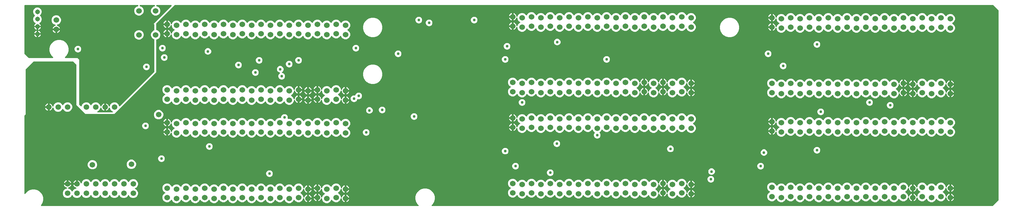
<source format=gbr>
G04 EAGLE Gerber RS-274X export*
G75*
%MOMM*%
%FSLAX34Y34*%
%LPD*%
%INCopper Layer 2*%
%IPPOS*%
%AMOC8*
5,1,8,0,0,1.08239X$1,22.5*%
G01*
%ADD10C,1.524000*%
%ADD11C,1.508000*%
%ADD12C,1.308000*%
%ADD13C,1.500000*%
%ADD14C,0.756400*%

G36*
X1075424Y16268D02*
X1075424Y16268D01*
X1075524Y16270D01*
X1075596Y16288D01*
X1075670Y16297D01*
X1075764Y16330D01*
X1075862Y16355D01*
X1075928Y16389D01*
X1075998Y16414D01*
X1076082Y16469D01*
X1076172Y16515D01*
X1076228Y16563D01*
X1076291Y16603D01*
X1076361Y16675D01*
X1076437Y16740D01*
X1076481Y16800D01*
X1076533Y16854D01*
X1076585Y16940D01*
X1076644Y17021D01*
X1076674Y17089D01*
X1076712Y17153D01*
X1076743Y17249D01*
X1076782Y17341D01*
X1076795Y17414D01*
X1076818Y17485D01*
X1076826Y17585D01*
X1076844Y17684D01*
X1076840Y17758D01*
X1076846Y17832D01*
X1076831Y17932D01*
X1076826Y18032D01*
X1076805Y18103D01*
X1076794Y18177D01*
X1076757Y18270D01*
X1076729Y18367D01*
X1076693Y18432D01*
X1076666Y18501D01*
X1076608Y18583D01*
X1076559Y18671D01*
X1076494Y18747D01*
X1076467Y18787D01*
X1076440Y18811D01*
X1076401Y18857D01*
X1073398Y21860D01*
X1069971Y27797D01*
X1068196Y34418D01*
X1068196Y41274D01*
X1069971Y47895D01*
X1073398Y53832D01*
X1078246Y58680D01*
X1084183Y62107D01*
X1090804Y63882D01*
X1097660Y63882D01*
X1104281Y62107D01*
X1110218Y58680D01*
X1115066Y53832D01*
X1118493Y47895D01*
X1120268Y41274D01*
X1120268Y34418D01*
X1118493Y27797D01*
X1115066Y21860D01*
X1112063Y18857D01*
X1112001Y18779D01*
X1111931Y18706D01*
X1111893Y18642D01*
X1111847Y18584D01*
X1111804Y18493D01*
X1111752Y18407D01*
X1111729Y18336D01*
X1111698Y18269D01*
X1111677Y18171D01*
X1111646Y18075D01*
X1111640Y18001D01*
X1111624Y17928D01*
X1111626Y17828D01*
X1111618Y17728D01*
X1111629Y17654D01*
X1111630Y17580D01*
X1111655Y17483D01*
X1111670Y17383D01*
X1111697Y17314D01*
X1111715Y17242D01*
X1111761Y17153D01*
X1111798Y17059D01*
X1111841Y16998D01*
X1111875Y16932D01*
X1111940Y16856D01*
X1111997Y16773D01*
X1112052Y16723D01*
X1112101Y16667D01*
X1112182Y16607D01*
X1112256Y16540D01*
X1112321Y16504D01*
X1112381Y16459D01*
X1112473Y16420D01*
X1112561Y16371D01*
X1112633Y16351D01*
X1112701Y16321D01*
X1112800Y16304D01*
X1112896Y16276D01*
X1112997Y16268D01*
X1113044Y16260D01*
X1113080Y16262D01*
X1113140Y16257D01*
X2628900Y16257D01*
X2629026Y16271D01*
X2629152Y16278D01*
X2629198Y16291D01*
X2629246Y16297D01*
X2629365Y16339D01*
X2629487Y16374D01*
X2629529Y16398D01*
X2629574Y16414D01*
X2629681Y16483D01*
X2629791Y16544D01*
X2629837Y16584D01*
X2629867Y16603D01*
X2629901Y16638D01*
X2629977Y16703D01*
X2645217Y31943D01*
X2645281Y32023D01*
X2645342Y32086D01*
X2645354Y32106D01*
X2645380Y32136D01*
X2645404Y32178D01*
X2645434Y32216D01*
X2645488Y32330D01*
X2645489Y32332D01*
X2645521Y32385D01*
X2645524Y32396D01*
X2645549Y32441D01*
X2645562Y32487D01*
X2645583Y32531D01*
X2645609Y32654D01*
X2645644Y32776D01*
X2645649Y32837D01*
X2645656Y32872D01*
X2645655Y32920D01*
X2645663Y33020D01*
X2645663Y546100D01*
X2645649Y546226D01*
X2645642Y546352D01*
X2645629Y546398D01*
X2645623Y546446D01*
X2645581Y546565D01*
X2645546Y546687D01*
X2645522Y546729D01*
X2645506Y546774D01*
X2645437Y546881D01*
X2645376Y546991D01*
X2645336Y547037D01*
X2645317Y547067D01*
X2645282Y547101D01*
X2645217Y547177D01*
X2631626Y560768D01*
X2631527Y560847D01*
X2631433Y560931D01*
X2631391Y560955D01*
X2631353Y560985D01*
X2631239Y561039D01*
X2631128Y561100D01*
X2631082Y561113D01*
X2631038Y561134D01*
X2630915Y561160D01*
X2630793Y561195D01*
X2630732Y561200D01*
X2630697Y561207D01*
X2630649Y561206D01*
X2630549Y561214D01*
X417451Y561214D01*
X417325Y561200D01*
X417199Y561193D01*
X417153Y561180D01*
X417105Y561174D01*
X416986Y561132D01*
X416864Y561097D01*
X416822Y561073D01*
X416777Y561057D01*
X416670Y560988D01*
X416560Y560927D01*
X416514Y560887D01*
X416484Y560868D01*
X416450Y560833D01*
X416374Y560768D01*
X367223Y511617D01*
X367144Y511518D01*
X367060Y511424D01*
X367036Y511382D01*
X367006Y511344D01*
X366952Y511230D01*
X366891Y511119D01*
X366878Y511073D01*
X366857Y511029D01*
X366831Y510905D01*
X366796Y510784D01*
X366792Y510723D01*
X366784Y510688D01*
X366785Y510640D01*
X366777Y510540D01*
X366777Y494792D01*
X366780Y494766D01*
X366778Y494740D01*
X366800Y494593D01*
X366817Y494446D01*
X366825Y494421D01*
X366829Y494395D01*
X366884Y494257D01*
X366934Y494118D01*
X366948Y494096D01*
X366958Y494071D01*
X367043Y493950D01*
X367123Y493825D01*
X367142Y493807D01*
X367157Y493785D01*
X367267Y493686D01*
X367374Y493583D01*
X367396Y493569D01*
X367416Y493552D01*
X367546Y493480D01*
X367673Y493404D01*
X367698Y493396D01*
X367721Y493383D01*
X367832Y493352D01*
X372700Y491335D01*
X376273Y487762D01*
X378207Y483094D01*
X378207Y478042D01*
X376273Y473374D01*
X372700Y469801D01*
X367907Y467815D01*
X367903Y467815D01*
X367765Y467760D01*
X367626Y467710D01*
X367604Y467696D01*
X367579Y467686D01*
X367458Y467601D01*
X367333Y467521D01*
X367315Y467502D01*
X367293Y467487D01*
X367194Y467377D01*
X367091Y467270D01*
X367077Y467248D01*
X367060Y467228D01*
X366988Y467098D01*
X366912Y466971D01*
X366904Y466946D01*
X366891Y466923D01*
X366851Y466780D01*
X366806Y466639D01*
X366804Y466613D01*
X366796Y466588D01*
X366777Y466344D01*
X366777Y379091D01*
X253369Y265683D01*
X175891Y265683D01*
X151383Y290191D01*
X151383Y398780D01*
X151369Y398906D01*
X151362Y399032D01*
X151349Y399078D01*
X151343Y399126D01*
X151301Y399245D01*
X151266Y399367D01*
X151242Y399409D01*
X151226Y399454D01*
X151157Y399561D01*
X151096Y399671D01*
X151056Y399717D01*
X151037Y399747D01*
X151002Y399781D01*
X150937Y399857D01*
X143317Y407477D01*
X143218Y407556D01*
X143124Y407640D01*
X143082Y407664D01*
X143044Y407694D01*
X142930Y407748D01*
X142819Y407809D01*
X142773Y407822D01*
X142729Y407843D01*
X142606Y407869D01*
X142484Y407904D01*
X142423Y407909D01*
X142388Y407916D01*
X142340Y407915D01*
X142240Y407923D01*
X35560Y407923D01*
X35434Y407909D01*
X35308Y407902D01*
X35262Y407889D01*
X35214Y407883D01*
X35095Y407841D01*
X34973Y407806D01*
X34931Y407782D01*
X34886Y407766D01*
X34779Y407697D01*
X34669Y407636D01*
X34623Y407596D01*
X34593Y407577D01*
X34559Y407542D01*
X34483Y407477D01*
X14163Y387157D01*
X14084Y387058D01*
X14000Y386964D01*
X13976Y386922D01*
X13946Y386884D01*
X13892Y386770D01*
X13831Y386659D01*
X13818Y386613D01*
X13797Y386569D01*
X13771Y386446D01*
X13736Y386324D01*
X13732Y386263D01*
X13724Y386228D01*
X13725Y386180D01*
X13717Y386080D01*
X13717Y264791D01*
X10732Y261806D01*
X10653Y261707D01*
X10569Y261613D01*
X10545Y261571D01*
X10515Y261533D01*
X10461Y261419D01*
X10400Y261308D01*
X10387Y261262D01*
X10366Y261218D01*
X10340Y261095D01*
X10305Y260973D01*
X10300Y260912D01*
X10293Y260877D01*
X10294Y260829D01*
X10286Y260729D01*
X10286Y50166D01*
X10300Y50042D01*
X10306Y49917D01*
X10320Y49869D01*
X10326Y49820D01*
X10368Y49702D01*
X10402Y49582D01*
X10426Y49538D01*
X10443Y49492D01*
X10511Y49387D01*
X10572Y49277D01*
X10605Y49240D01*
X10632Y49199D01*
X10722Y49112D01*
X10806Y49019D01*
X10847Y48991D01*
X10883Y48957D01*
X10990Y48892D01*
X11093Y48821D01*
X11139Y48803D01*
X11182Y48778D01*
X11301Y48740D01*
X11417Y48694D01*
X11467Y48687D01*
X11514Y48671D01*
X11638Y48661D01*
X11762Y48643D01*
X11812Y48647D01*
X11861Y48643D01*
X11985Y48662D01*
X12109Y48673D01*
X12157Y48688D01*
X12206Y48695D01*
X12322Y48741D01*
X12441Y48780D01*
X12484Y48806D01*
X12530Y48824D01*
X12632Y48895D01*
X12740Y48960D01*
X12775Y48995D01*
X12816Y49023D01*
X12899Y49115D01*
X12989Y49203D01*
X13025Y49255D01*
X13049Y49282D01*
X13072Y49323D01*
X13128Y49404D01*
X14218Y51292D01*
X19066Y56140D01*
X25003Y59567D01*
X31624Y61342D01*
X38480Y61342D01*
X45101Y59567D01*
X51038Y56140D01*
X55886Y51292D01*
X59313Y45355D01*
X61088Y38734D01*
X61088Y31878D01*
X59313Y25257D01*
X55886Y19320D01*
X55423Y18857D01*
X55361Y18779D01*
X55291Y18706D01*
X55253Y18642D01*
X55207Y18584D01*
X55164Y18493D01*
X55112Y18407D01*
X55089Y18336D01*
X55058Y18269D01*
X55036Y18171D01*
X55006Y18075D01*
X55000Y18001D01*
X54984Y17928D01*
X54986Y17828D01*
X54978Y17728D01*
X54989Y17654D01*
X54990Y17580D01*
X55015Y17483D01*
X55030Y17383D01*
X55057Y17314D01*
X55075Y17242D01*
X55121Y17153D01*
X55158Y17059D01*
X55201Y16998D01*
X55235Y16932D01*
X55300Y16855D01*
X55357Y16773D01*
X55412Y16723D01*
X55461Y16667D01*
X55541Y16607D01*
X55616Y16540D01*
X55681Y16504D01*
X55741Y16460D01*
X55833Y16420D01*
X55921Y16371D01*
X55993Y16351D01*
X56061Y16321D01*
X56160Y16304D01*
X56256Y16276D01*
X56356Y16268D01*
X56404Y16260D01*
X56440Y16262D01*
X56500Y16257D01*
X1075324Y16257D01*
X1075424Y16268D01*
G37*
G36*
X248185Y270263D02*
X248185Y270263D01*
X248235Y270260D01*
X248358Y270282D01*
X248481Y270297D01*
X248529Y270314D01*
X248578Y270323D01*
X248692Y270372D01*
X248809Y270414D01*
X248852Y270441D01*
X248898Y270462D01*
X248998Y270536D01*
X249102Y270603D01*
X249137Y270639D01*
X249178Y270669D01*
X249258Y270764D01*
X249344Y270854D01*
X249370Y270897D01*
X249403Y270935D01*
X249460Y271046D01*
X249523Y271153D01*
X249539Y271201D01*
X249562Y271246D01*
X249592Y271367D01*
X249629Y271485D01*
X249633Y271535D01*
X249646Y271584D01*
X249647Y271708D01*
X249657Y271832D01*
X249650Y271882D01*
X249651Y271932D01*
X249624Y272054D01*
X249606Y272177D01*
X249587Y272224D01*
X249576Y272273D01*
X249523Y272385D01*
X249477Y272501D01*
X249448Y272542D01*
X249427Y272588D01*
X249349Y272685D01*
X249278Y272787D01*
X249241Y272821D01*
X249209Y272860D01*
X249112Y272937D01*
X249019Y273020D01*
X248975Y273045D01*
X248936Y273076D01*
X248718Y273187D01*
X246851Y273961D01*
X243301Y277511D01*
X241281Y282388D01*
X241203Y282527D01*
X241128Y282669D01*
X241118Y282679D01*
X241111Y282692D01*
X241004Y282810D01*
X240899Y282931D01*
X240887Y282940D01*
X240877Y282950D01*
X240746Y283041D01*
X240616Y283135D01*
X240602Y283140D01*
X240591Y283149D01*
X240442Y283207D01*
X240294Y283269D01*
X240280Y283271D01*
X240266Y283276D01*
X240108Y283300D01*
X239950Y283326D01*
X239936Y283325D01*
X239922Y283327D01*
X239762Y283314D01*
X239603Y283304D01*
X239589Y283299D01*
X239574Y283298D01*
X239422Y283249D01*
X239269Y283203D01*
X239256Y283196D01*
X239243Y283191D01*
X239106Y283109D01*
X238967Y283029D01*
X238956Y283019D01*
X238944Y283011D01*
X238829Y282900D01*
X238712Y282791D01*
X238704Y282779D01*
X238694Y282769D01*
X238607Y282634D01*
X238519Y282501D01*
X238512Y282485D01*
X238506Y282475D01*
X238493Y282439D01*
X238425Y282275D01*
X237942Y280790D01*
X237222Y279377D01*
X236289Y278093D01*
X235167Y276971D01*
X233883Y276038D01*
X232470Y275318D01*
X231099Y274873D01*
X231099Y283684D01*
X231096Y283710D01*
X231098Y283736D01*
X231076Y283883D01*
X231059Y284030D01*
X231051Y284055D01*
X231047Y284081D01*
X230992Y284218D01*
X230942Y284358D01*
X230928Y284380D01*
X230918Y284405D01*
X230833Y284526D01*
X230753Y284651D01*
X230740Y284663D01*
X230785Y284710D01*
X230799Y284733D01*
X230816Y284752D01*
X230888Y284882D01*
X230964Y285009D01*
X230972Y285034D01*
X230985Y285057D01*
X231025Y285200D01*
X231070Y285341D01*
X231072Y285367D01*
X231080Y285392D01*
X231099Y285636D01*
X231099Y294447D01*
X232470Y294002D01*
X233883Y293282D01*
X235167Y292349D01*
X236289Y291227D01*
X237222Y289943D01*
X237942Y288530D01*
X238425Y287045D01*
X238491Y286900D01*
X238555Y286753D01*
X238564Y286741D01*
X238570Y286728D01*
X238667Y286601D01*
X238763Y286473D01*
X238774Y286463D01*
X238783Y286452D01*
X238907Y286351D01*
X239029Y286248D01*
X239042Y286241D01*
X239053Y286232D01*
X239197Y286161D01*
X239339Y286089D01*
X239353Y286085D01*
X239366Y286079D01*
X239523Y286043D01*
X239677Y286005D01*
X239692Y286005D01*
X239706Y286001D01*
X239866Y286002D01*
X240026Y286000D01*
X240040Y286003D01*
X240054Y286003D01*
X240210Y286040D01*
X240366Y286074D01*
X240379Y286080D01*
X240393Y286084D01*
X240537Y286156D01*
X240681Y286224D01*
X240692Y286233D01*
X240705Y286239D01*
X240829Y286342D01*
X240953Y286441D01*
X240962Y286453D01*
X240974Y286462D01*
X241070Y286589D01*
X241169Y286715D01*
X241177Y286730D01*
X241184Y286739D01*
X241200Y286774D01*
X241281Y286932D01*
X243301Y291809D01*
X246851Y295359D01*
X251490Y297281D01*
X256510Y297281D01*
X261149Y295359D01*
X264699Y291809D01*
X266447Y287591D01*
X266520Y287459D01*
X266588Y287326D01*
X266604Y287307D01*
X266616Y287286D01*
X266717Y287175D01*
X266814Y287060D01*
X266834Y287046D01*
X266850Y287028D01*
X266974Y286943D01*
X267095Y286853D01*
X267117Y286844D01*
X267137Y286830D01*
X267277Y286775D01*
X267415Y286715D01*
X267438Y286711D01*
X267461Y286702D01*
X267610Y286680D01*
X267758Y286654D01*
X267782Y286655D01*
X267806Y286651D01*
X267956Y286664D01*
X268106Y286672D01*
X268129Y286678D01*
X268153Y286680D01*
X268296Y286727D01*
X268441Y286768D01*
X268462Y286780D01*
X268485Y286787D01*
X268613Y286865D01*
X268745Y286938D01*
X268767Y286957D01*
X268783Y286967D01*
X268817Y287000D01*
X268931Y287097D01*
X361757Y379923D01*
X361836Y380022D01*
X361920Y380116D01*
X361944Y380158D01*
X361974Y380196D01*
X362028Y380310D01*
X362089Y380421D01*
X362102Y380467D01*
X362123Y380511D01*
X362149Y380634D01*
X362184Y380756D01*
X362189Y380817D01*
X362196Y380852D01*
X362195Y380900D01*
X362203Y381000D01*
X362203Y467171D01*
X362195Y467247D01*
X362196Y467323D01*
X362175Y467420D01*
X362163Y467517D01*
X362138Y467589D01*
X362121Y467664D01*
X362079Y467753D01*
X362046Y467845D01*
X362004Y467910D01*
X361972Y467979D01*
X361910Y468055D01*
X361857Y468138D01*
X361802Y468191D01*
X361754Y468251D01*
X361677Y468312D01*
X361606Y468380D01*
X361541Y468420D01*
X361481Y468467D01*
X361348Y468535D01*
X361307Y468559D01*
X361289Y468565D01*
X361263Y468578D01*
X358312Y469801D01*
X354739Y473374D01*
X352805Y478042D01*
X352805Y483094D01*
X354739Y487762D01*
X358312Y491335D01*
X361263Y492558D01*
X361330Y492595D01*
X361401Y492623D01*
X361482Y492679D01*
X361568Y492727D01*
X361624Y492778D01*
X361687Y492822D01*
X361753Y492895D01*
X361826Y492961D01*
X361869Y493024D01*
X361920Y493081D01*
X361968Y493167D01*
X362024Y493248D01*
X362052Y493319D01*
X362089Y493386D01*
X362116Y493481D01*
X362152Y493572D01*
X362163Y493648D01*
X362184Y493721D01*
X362196Y493870D01*
X362203Y493917D01*
X362201Y493936D01*
X362203Y493965D01*
X362203Y508000D01*
X362189Y508126D01*
X362182Y508252D01*
X362169Y508298D01*
X362163Y508346D01*
X362121Y508465D01*
X362086Y508587D01*
X362062Y508629D01*
X362046Y508674D01*
X361977Y508781D01*
X361916Y508891D01*
X361876Y508937D01*
X361857Y508967D01*
X361822Y509001D01*
X361757Y509077D01*
X360294Y510540D01*
X408368Y558614D01*
X408430Y558692D01*
X408500Y558765D01*
X408539Y558829D01*
X408585Y558887D01*
X408628Y558978D01*
X408679Y559064D01*
X408702Y559135D01*
X408734Y559202D01*
X408755Y559300D01*
X408785Y559396D01*
X408791Y559470D01*
X408807Y559543D01*
X408805Y559643D01*
X408813Y559743D01*
X408802Y559817D01*
X408801Y559891D01*
X408777Y559988D01*
X408762Y560088D01*
X408734Y560157D01*
X408716Y560229D01*
X408670Y560319D01*
X408633Y560412D01*
X408591Y560473D01*
X408556Y560539D01*
X408491Y560616D01*
X408434Y560698D01*
X408379Y560748D01*
X408331Y560804D01*
X408250Y560864D01*
X408175Y560931D01*
X408110Y560967D01*
X408050Y561012D01*
X407958Y561051D01*
X407870Y561100D01*
X407799Y561120D01*
X407730Y561150D01*
X407632Y561167D01*
X407535Y561195D01*
X407435Y561203D01*
X407387Y561211D01*
X407352Y561209D01*
X407291Y561214D01*
X368637Y561214D01*
X368587Y561209D01*
X368537Y561211D01*
X368414Y561189D01*
X368291Y561174D01*
X368243Y561157D01*
X368194Y561148D01*
X368080Y561099D01*
X367963Y561057D01*
X367920Y561030D01*
X367874Y561010D01*
X367774Y560935D01*
X367670Y560868D01*
X367635Y560832D01*
X367594Y560802D01*
X367514Y560707D01*
X367428Y560617D01*
X367402Y560574D01*
X367369Y560536D01*
X367313Y560425D01*
X367249Y560318D01*
X367233Y560270D01*
X367211Y560225D01*
X367181Y560105D01*
X367143Y559986D01*
X367139Y559936D01*
X367126Y559887D01*
X367125Y559763D01*
X367115Y559639D01*
X367122Y559589D01*
X367121Y559539D01*
X367148Y559417D01*
X367166Y559294D01*
X367185Y559247D01*
X367196Y559198D01*
X367249Y559086D01*
X367295Y558970D01*
X367324Y558929D01*
X367345Y558883D01*
X367423Y558786D01*
X367494Y558684D01*
X367531Y558650D01*
X367563Y558611D01*
X367660Y558534D01*
X367753Y558451D01*
X367797Y558426D01*
X367836Y558395D01*
X368054Y558284D01*
X372700Y556359D01*
X376273Y552786D01*
X378207Y548118D01*
X378207Y543066D01*
X376273Y538398D01*
X372700Y534825D01*
X368032Y532891D01*
X362980Y532891D01*
X358312Y534825D01*
X354739Y538398D01*
X352805Y543066D01*
X352805Y548118D01*
X354739Y552786D01*
X358312Y556359D01*
X362958Y558284D01*
X362990Y558302D01*
X363009Y558308D01*
X363017Y558313D01*
X363049Y558325D01*
X363154Y558393D01*
X363263Y558453D01*
X363300Y558487D01*
X363342Y558514D01*
X363429Y558604D01*
X363521Y558687D01*
X363549Y558729D01*
X363584Y558765D01*
X363648Y558872D01*
X363719Y558974D01*
X363737Y559021D01*
X363763Y559064D01*
X363801Y559182D01*
X363847Y559298D01*
X363854Y559348D01*
X363869Y559396D01*
X363879Y559520D01*
X363898Y559643D01*
X363893Y559693D01*
X363897Y559743D01*
X363879Y559866D01*
X363869Y559990D01*
X363853Y560038D01*
X363846Y560088D01*
X363800Y560203D01*
X363762Y560322D01*
X363736Y560365D01*
X363717Y560412D01*
X363646Y560514D01*
X363582Y560620D01*
X363547Y560657D01*
X363518Y560698D01*
X363426Y560781D01*
X363339Y560870D01*
X363297Y560898D01*
X363259Y560931D01*
X363150Y560991D01*
X363046Y561059D01*
X362998Y561076D01*
X362954Y561100D01*
X362835Y561134D01*
X362717Y561175D01*
X362667Y561181D01*
X362619Y561195D01*
X362375Y561214D01*
X323425Y561214D01*
X323375Y561209D01*
X323325Y561211D01*
X323202Y561189D01*
X323079Y561174D01*
X323031Y561157D01*
X322982Y561148D01*
X322868Y561099D01*
X322751Y561057D01*
X322708Y561030D01*
X322662Y561010D01*
X322562Y560935D01*
X322458Y560868D01*
X322423Y560832D01*
X322382Y560802D01*
X322302Y560707D01*
X322216Y560617D01*
X322190Y560574D01*
X322157Y560536D01*
X322101Y560425D01*
X322037Y560318D01*
X322021Y560270D01*
X321999Y560225D01*
X321969Y560105D01*
X321931Y559986D01*
X321927Y559936D01*
X321914Y559887D01*
X321913Y559763D01*
X321903Y559639D01*
X321910Y559589D01*
X321909Y559539D01*
X321936Y559417D01*
X321954Y559294D01*
X321973Y559247D01*
X321984Y559198D01*
X322037Y559086D01*
X322083Y558970D01*
X322112Y558929D01*
X322133Y558883D01*
X322211Y558786D01*
X322282Y558684D01*
X322319Y558650D01*
X322351Y558611D01*
X322448Y558534D01*
X322541Y558451D01*
X322585Y558426D01*
X322624Y558395D01*
X322842Y558284D01*
X327488Y556359D01*
X331061Y552786D01*
X332995Y548118D01*
X332995Y543066D01*
X331061Y538398D01*
X327488Y534825D01*
X322820Y532891D01*
X317768Y532891D01*
X313100Y534825D01*
X309527Y538398D01*
X307593Y543066D01*
X307593Y548118D01*
X309527Y552786D01*
X313100Y556359D01*
X317746Y558284D01*
X317778Y558302D01*
X317797Y558308D01*
X317805Y558313D01*
X317837Y558325D01*
X317942Y558393D01*
X318051Y558453D01*
X318088Y558487D01*
X318130Y558514D01*
X318217Y558604D01*
X318309Y558687D01*
X318337Y558729D01*
X318372Y558765D01*
X318436Y558872D01*
X318507Y558974D01*
X318525Y559021D01*
X318551Y559064D01*
X318589Y559182D01*
X318635Y559298D01*
X318642Y559348D01*
X318657Y559396D01*
X318667Y559520D01*
X318686Y559643D01*
X318681Y559693D01*
X318685Y559743D01*
X318667Y559866D01*
X318657Y559990D01*
X318641Y560038D01*
X318634Y560088D01*
X318588Y560203D01*
X318550Y560322D01*
X318524Y560365D01*
X318505Y560412D01*
X318434Y560514D01*
X318370Y560620D01*
X318335Y560657D01*
X318306Y560698D01*
X318214Y560781D01*
X318127Y560870D01*
X318085Y560898D01*
X318047Y560931D01*
X317938Y560991D01*
X317834Y561059D01*
X317786Y561076D01*
X317742Y561100D01*
X317623Y561134D01*
X317505Y561175D01*
X317455Y561181D01*
X317407Y561195D01*
X317163Y561214D01*
X11809Y561214D01*
X11783Y561211D01*
X11757Y561213D01*
X11610Y561191D01*
X11463Y561174D01*
X11438Y561166D01*
X11412Y561162D01*
X11274Y561107D01*
X11135Y561057D01*
X11113Y561043D01*
X11088Y561033D01*
X10967Y560948D01*
X10842Y560868D01*
X10824Y560849D01*
X10802Y560834D01*
X10703Y560724D01*
X10600Y560617D01*
X10586Y560595D01*
X10569Y560575D01*
X10497Y560445D01*
X10421Y560318D01*
X10413Y560293D01*
X10400Y560270D01*
X10360Y560127D01*
X10315Y559986D01*
X10313Y559960D01*
X10305Y559935D01*
X10286Y559691D01*
X10286Y430151D01*
X10300Y430025D01*
X10307Y429899D01*
X10320Y429853D01*
X10326Y429805D01*
X10368Y429686D01*
X10403Y429564D01*
X10427Y429522D01*
X10443Y429477D01*
X10512Y429370D01*
X10573Y429260D01*
X10613Y429214D01*
X10632Y429184D01*
X10667Y429150D01*
X10732Y429074D01*
X21783Y418023D01*
X21882Y417944D01*
X21976Y417860D01*
X22018Y417836D01*
X22056Y417806D01*
X22170Y417752D01*
X22281Y417691D01*
X22327Y417678D01*
X22371Y417657D01*
X22494Y417631D01*
X22616Y417596D01*
X22677Y417592D01*
X22712Y417584D01*
X22760Y417585D01*
X22860Y417577D01*
X86756Y417577D01*
X86856Y417588D01*
X86956Y417590D01*
X87028Y417608D01*
X87102Y417617D01*
X87196Y417650D01*
X87294Y417675D01*
X87360Y417709D01*
X87430Y417734D01*
X87514Y417789D01*
X87604Y417835D01*
X87660Y417883D01*
X87723Y417923D01*
X87793Y417995D01*
X87869Y418060D01*
X87913Y418120D01*
X87965Y418174D01*
X88017Y418260D01*
X88076Y418341D01*
X88106Y418409D01*
X88144Y418473D01*
X88175Y418569D01*
X88214Y418661D01*
X88227Y418734D01*
X88250Y418805D01*
X88258Y418905D01*
X88276Y419004D01*
X88272Y419078D01*
X88278Y419152D01*
X88263Y419252D01*
X88258Y419352D01*
X88237Y419423D01*
X88226Y419497D01*
X88189Y419590D01*
X88161Y419687D01*
X88125Y419752D01*
X88098Y419821D01*
X88040Y419903D01*
X87991Y419991D01*
X87926Y420067D01*
X87899Y420107D01*
X87872Y420131D01*
X87833Y420177D01*
X83306Y424704D01*
X79879Y430641D01*
X78104Y437262D01*
X78104Y444118D01*
X79879Y450739D01*
X83306Y456676D01*
X88154Y461524D01*
X94091Y464951D01*
X100712Y466726D01*
X107568Y466726D01*
X114189Y464951D01*
X120126Y461524D01*
X124974Y456676D01*
X128401Y450739D01*
X130176Y444118D01*
X130176Y437262D01*
X128401Y430641D01*
X124974Y424704D01*
X120447Y420177D01*
X120385Y420099D01*
X120315Y420026D01*
X120277Y419962D01*
X120231Y419904D01*
X120188Y419813D01*
X120136Y419727D01*
X120113Y419656D01*
X120082Y419589D01*
X120061Y419491D01*
X120030Y419395D01*
X120024Y419321D01*
X120008Y419248D01*
X120010Y419148D01*
X120002Y419048D01*
X120013Y418974D01*
X120014Y418900D01*
X120039Y418803D01*
X120054Y418703D01*
X120081Y418634D01*
X120099Y418562D01*
X120145Y418472D01*
X120182Y418379D01*
X120225Y418318D01*
X120259Y418252D01*
X120324Y418175D01*
X120381Y418093D01*
X120436Y418043D01*
X120485Y417987D01*
X120566Y417927D01*
X120640Y417860D01*
X120705Y417824D01*
X120765Y417779D01*
X120857Y417740D01*
X120945Y417691D01*
X121017Y417671D01*
X121085Y417641D01*
X121184Y417624D01*
X121280Y417596D01*
X121381Y417588D01*
X121428Y417580D01*
X121464Y417582D01*
X121524Y417577D01*
X154309Y417577D01*
X158497Y413389D01*
X158497Y292100D01*
X158511Y291974D01*
X158518Y291848D01*
X158531Y291802D01*
X158537Y291754D01*
X158579Y291634D01*
X158614Y291513D01*
X158638Y291471D01*
X158654Y291426D01*
X158723Y291319D01*
X158784Y291209D01*
X158824Y291163D01*
X158843Y291133D01*
X158878Y291099D01*
X158943Y291023D01*
X162869Y287097D01*
X162987Y287003D01*
X163102Y286906D01*
X163123Y286895D01*
X163142Y286880D01*
X163278Y286816D01*
X163412Y286747D01*
X163435Y286742D01*
X163457Y286731D01*
X163604Y286700D01*
X163750Y286663D01*
X163774Y286663D01*
X163798Y286658D01*
X163948Y286660D01*
X164098Y286658D01*
X164122Y286663D01*
X164146Y286664D01*
X164292Y286700D01*
X164439Y286733D01*
X164461Y286743D01*
X164484Y286749D01*
X164618Y286818D01*
X164754Y286882D01*
X164773Y286897D01*
X164794Y286908D01*
X164909Y287006D01*
X165026Y287100D01*
X165041Y287119D01*
X165060Y287134D01*
X165149Y287255D01*
X165242Y287373D01*
X165255Y287399D01*
X165267Y287415D01*
X165285Y287458D01*
X165353Y287591D01*
X167101Y291809D01*
X170651Y295359D01*
X175290Y297281D01*
X180310Y297281D01*
X184949Y295359D01*
X188499Y291809D01*
X189093Y290377D01*
X189141Y290289D01*
X189181Y290197D01*
X189226Y290137D01*
X189262Y290072D01*
X189329Y289998D01*
X189389Y289917D01*
X189446Y289869D01*
X189496Y289814D01*
X189579Y289757D01*
X189655Y289692D01*
X189722Y289658D01*
X189783Y289616D01*
X189876Y289579D01*
X189966Y289533D01*
X190038Y289515D01*
X190107Y289488D01*
X190207Y289473D01*
X190304Y289449D01*
X190378Y289448D01*
X190452Y289437D01*
X190552Y289445D01*
X190652Y289444D01*
X190725Y289460D01*
X190799Y289466D01*
X190895Y289497D01*
X190993Y289518D01*
X191060Y289550D01*
X191131Y289573D01*
X191217Y289625D01*
X191308Y289668D01*
X191366Y289714D01*
X191429Y289753D01*
X191501Y289823D01*
X191580Y289885D01*
X191626Y289944D01*
X191679Y289995D01*
X191734Y290080D01*
X191796Y290159D01*
X191842Y290248D01*
X191868Y290289D01*
X191880Y290322D01*
X191907Y290377D01*
X192501Y291809D01*
X196051Y295359D01*
X200690Y297281D01*
X205710Y297281D01*
X210349Y295359D01*
X213899Y291809D01*
X215919Y286932D01*
X215997Y286793D01*
X216072Y286651D01*
X216082Y286641D01*
X216089Y286628D01*
X216196Y286510D01*
X216301Y286389D01*
X216313Y286380D01*
X216323Y286370D01*
X216454Y286279D01*
X216584Y286185D01*
X216598Y286180D01*
X216609Y286171D01*
X216758Y286113D01*
X216906Y286051D01*
X216920Y286049D01*
X216934Y286044D01*
X217092Y286020D01*
X217250Y285994D01*
X217264Y285995D01*
X217278Y285993D01*
X217438Y286006D01*
X217597Y286016D01*
X217611Y286021D01*
X217626Y286022D01*
X217778Y286071D01*
X217931Y286117D01*
X217944Y286124D01*
X217957Y286129D01*
X218094Y286211D01*
X218233Y286291D01*
X218244Y286301D01*
X218256Y286309D01*
X218371Y286420D01*
X218488Y286529D01*
X218496Y286541D01*
X218506Y286551D01*
X218593Y286686D01*
X218681Y286819D01*
X218688Y286835D01*
X218694Y286845D01*
X218707Y286881D01*
X218775Y287045D01*
X219258Y288530D01*
X219978Y289943D01*
X220911Y291227D01*
X222033Y292349D01*
X223317Y293282D01*
X224730Y294002D01*
X226101Y294447D01*
X226101Y285636D01*
X226104Y285610D01*
X226102Y285584D01*
X226124Y285437D01*
X226141Y285290D01*
X226149Y285265D01*
X226153Y285239D01*
X226208Y285102D01*
X226258Y284962D01*
X226272Y284940D01*
X226282Y284915D01*
X226367Y284794D01*
X226447Y284669D01*
X226460Y284657D01*
X226415Y284610D01*
X226401Y284587D01*
X226384Y284568D01*
X226312Y284438D01*
X226236Y284311D01*
X226228Y284286D01*
X226215Y284263D01*
X226175Y284120D01*
X226130Y283979D01*
X226127Y283953D01*
X226120Y283928D01*
X226101Y283684D01*
X226101Y274873D01*
X224730Y275318D01*
X223317Y276038D01*
X222033Y276971D01*
X220911Y278093D01*
X219978Y279377D01*
X219258Y280790D01*
X218775Y282275D01*
X218709Y282420D01*
X218645Y282567D01*
X218636Y282579D01*
X218630Y282592D01*
X218533Y282719D01*
X218437Y282847D01*
X218426Y282857D01*
X218417Y282868D01*
X218293Y282969D01*
X218171Y283072D01*
X218158Y283079D01*
X218147Y283088D01*
X218003Y283159D01*
X217861Y283231D01*
X217847Y283235D01*
X217834Y283241D01*
X217677Y283277D01*
X217523Y283315D01*
X217508Y283315D01*
X217494Y283319D01*
X217334Y283318D01*
X217174Y283320D01*
X217160Y283317D01*
X217146Y283317D01*
X216990Y283280D01*
X216834Y283246D01*
X216821Y283240D01*
X216807Y283236D01*
X216663Y283164D01*
X216519Y283096D01*
X216508Y283087D01*
X216495Y283081D01*
X216371Y282978D01*
X216247Y282879D01*
X216238Y282867D01*
X216226Y282858D01*
X216130Y282731D01*
X216031Y282605D01*
X216023Y282590D01*
X216016Y282581D01*
X216000Y282546D01*
X215919Y282388D01*
X213899Y277511D01*
X210349Y273961D01*
X208482Y273187D01*
X208438Y273163D01*
X208391Y273146D01*
X208286Y273078D01*
X208177Y273018D01*
X208140Y272984D01*
X208098Y272957D01*
X208011Y272867D01*
X207919Y272784D01*
X207891Y272743D01*
X207856Y272706D01*
X207792Y272599D01*
X207721Y272497D01*
X207703Y272450D01*
X207677Y272407D01*
X207639Y272289D01*
X207593Y272173D01*
X207586Y272123D01*
X207571Y272075D01*
X207561Y271951D01*
X207542Y271828D01*
X207547Y271778D01*
X207543Y271728D01*
X207561Y271605D01*
X207571Y271481D01*
X207587Y271433D01*
X207594Y271383D01*
X207640Y271267D01*
X207678Y271149D01*
X207704Y271106D01*
X207723Y271059D01*
X207794Y270957D01*
X207858Y270851D01*
X207893Y270814D01*
X207922Y270773D01*
X208014Y270690D01*
X208101Y270601D01*
X208143Y270573D01*
X208181Y270540D01*
X208290Y270480D01*
X208394Y270412D01*
X208442Y270396D01*
X208486Y270371D01*
X208606Y270337D01*
X208723Y270296D01*
X208773Y270290D01*
X208821Y270276D01*
X209065Y270257D01*
X248135Y270257D01*
X248185Y270263D01*
G37*
%LPC*%
G36*
X1557797Y199417D02*
X1557797Y199417D01*
X1554540Y200767D01*
X1552047Y203260D01*
X1550697Y206517D01*
X1550697Y210043D01*
X1552047Y213300D01*
X1552835Y214089D01*
X1552928Y214206D01*
X1553026Y214321D01*
X1553037Y214343D01*
X1553052Y214362D01*
X1553116Y214498D01*
X1553184Y214632D01*
X1553190Y214655D01*
X1553200Y214677D01*
X1553232Y214824D01*
X1553268Y214970D01*
X1553269Y214994D01*
X1553274Y215018D01*
X1553271Y215168D01*
X1553273Y215318D01*
X1553268Y215342D01*
X1553268Y215366D01*
X1553231Y215512D01*
X1553199Y215659D01*
X1553189Y215681D01*
X1553183Y215704D01*
X1553114Y215838D01*
X1553049Y215974D01*
X1553034Y215992D01*
X1553023Y216014D01*
X1552926Y216129D01*
X1552832Y216246D01*
X1552813Y216261D01*
X1552797Y216279D01*
X1552676Y216369D01*
X1552558Y216462D01*
X1552532Y216475D01*
X1552517Y216486D01*
X1552474Y216505D01*
X1552371Y216558D01*
X1548793Y220136D01*
X1547741Y222674D01*
X1547692Y222762D01*
X1547652Y222854D01*
X1547608Y222914D01*
X1547572Y222979D01*
X1547505Y223053D01*
X1547445Y223134D01*
X1547388Y223182D01*
X1547338Y223237D01*
X1547255Y223294D01*
X1547178Y223359D01*
X1547112Y223393D01*
X1547051Y223435D01*
X1546958Y223472D01*
X1546868Y223518D01*
X1546796Y223536D01*
X1546727Y223563D01*
X1546627Y223578D01*
X1546530Y223602D01*
X1546456Y223603D01*
X1546382Y223614D01*
X1546282Y223606D01*
X1546182Y223607D01*
X1546109Y223591D01*
X1546035Y223585D01*
X1545939Y223554D01*
X1545841Y223533D01*
X1545774Y223501D01*
X1545703Y223478D01*
X1545617Y223426D01*
X1545526Y223383D01*
X1545468Y223337D01*
X1545405Y223298D01*
X1545332Y223228D01*
X1545254Y223166D01*
X1545208Y223107D01*
X1545155Y223055D01*
X1545100Y222971D01*
X1545038Y222892D01*
X1544992Y222803D01*
X1544966Y222762D01*
X1544954Y222728D01*
X1544927Y222676D01*
X1541354Y219103D01*
X1536686Y217169D01*
X1531634Y217169D01*
X1526966Y219103D01*
X1523392Y222676D01*
X1523345Y222762D01*
X1523305Y222854D01*
X1523260Y222914D01*
X1523224Y222979D01*
X1523157Y223053D01*
X1523097Y223134D01*
X1523040Y223182D01*
X1522990Y223237D01*
X1522907Y223294D01*
X1522831Y223359D01*
X1522765Y223393D01*
X1522703Y223435D01*
X1522610Y223472D01*
X1522520Y223518D01*
X1522448Y223536D01*
X1522379Y223563D01*
X1522280Y223578D01*
X1522182Y223602D01*
X1522108Y223603D01*
X1522034Y223614D01*
X1521934Y223606D01*
X1521834Y223607D01*
X1521761Y223591D01*
X1521687Y223585D01*
X1521591Y223554D01*
X1521493Y223533D01*
X1521426Y223501D01*
X1521355Y223478D01*
X1521269Y223426D01*
X1521179Y223383D01*
X1521121Y223337D01*
X1521057Y223298D01*
X1520984Y223228D01*
X1520906Y223166D01*
X1520860Y223107D01*
X1520807Y223056D01*
X1520752Y222971D01*
X1520690Y222892D01*
X1520644Y222803D01*
X1520618Y222762D01*
X1520606Y222729D01*
X1520579Y222674D01*
X1519527Y220136D01*
X1515954Y216563D01*
X1511286Y214629D01*
X1506234Y214629D01*
X1501566Y216563D01*
X1497993Y220136D01*
X1496941Y222674D01*
X1496892Y222762D01*
X1496852Y222854D01*
X1496808Y222914D01*
X1496772Y222979D01*
X1496705Y223053D01*
X1496645Y223134D01*
X1496588Y223182D01*
X1496538Y223237D01*
X1496455Y223294D01*
X1496378Y223359D01*
X1496312Y223393D01*
X1496251Y223435D01*
X1496158Y223472D01*
X1496068Y223518D01*
X1495996Y223536D01*
X1495927Y223563D01*
X1495827Y223578D01*
X1495730Y223602D01*
X1495656Y223603D01*
X1495582Y223614D01*
X1495482Y223606D01*
X1495382Y223607D01*
X1495309Y223591D01*
X1495235Y223585D01*
X1495139Y223554D01*
X1495041Y223533D01*
X1494974Y223501D01*
X1494903Y223478D01*
X1494817Y223426D01*
X1494726Y223383D01*
X1494668Y223337D01*
X1494605Y223298D01*
X1494532Y223228D01*
X1494454Y223166D01*
X1494408Y223107D01*
X1494355Y223055D01*
X1494300Y222971D01*
X1494238Y222892D01*
X1494192Y222803D01*
X1494166Y222762D01*
X1494154Y222728D01*
X1494127Y222676D01*
X1490554Y219103D01*
X1485886Y217169D01*
X1480834Y217169D01*
X1476166Y219103D01*
X1472592Y222676D01*
X1472545Y222762D01*
X1472505Y222854D01*
X1472460Y222914D01*
X1472424Y222979D01*
X1472357Y223053D01*
X1472297Y223134D01*
X1472240Y223182D01*
X1472190Y223237D01*
X1472107Y223294D01*
X1472031Y223359D01*
X1471965Y223393D01*
X1471903Y223435D01*
X1471810Y223472D01*
X1471720Y223518D01*
X1471648Y223536D01*
X1471579Y223563D01*
X1471480Y223578D01*
X1471382Y223602D01*
X1471308Y223603D01*
X1471234Y223614D01*
X1471134Y223606D01*
X1471034Y223607D01*
X1470961Y223591D01*
X1470887Y223585D01*
X1470791Y223554D01*
X1470693Y223533D01*
X1470626Y223501D01*
X1470555Y223478D01*
X1470469Y223426D01*
X1470379Y223383D01*
X1470321Y223337D01*
X1470257Y223298D01*
X1470184Y223228D01*
X1470106Y223166D01*
X1470060Y223107D01*
X1470007Y223056D01*
X1469952Y222971D01*
X1469890Y222892D01*
X1469844Y222803D01*
X1469818Y222762D01*
X1469806Y222729D01*
X1469779Y222674D01*
X1468727Y220136D01*
X1465154Y216563D01*
X1460486Y214629D01*
X1455434Y214629D01*
X1450766Y216563D01*
X1447193Y220136D01*
X1446141Y222674D01*
X1446092Y222762D01*
X1446052Y222854D01*
X1446008Y222914D01*
X1445972Y222979D01*
X1445905Y223053D01*
X1445845Y223134D01*
X1445788Y223182D01*
X1445738Y223237D01*
X1445655Y223294D01*
X1445578Y223359D01*
X1445512Y223393D01*
X1445451Y223435D01*
X1445358Y223472D01*
X1445268Y223518D01*
X1445196Y223536D01*
X1445127Y223563D01*
X1445027Y223578D01*
X1444930Y223602D01*
X1444856Y223603D01*
X1444782Y223614D01*
X1444682Y223606D01*
X1444582Y223607D01*
X1444509Y223591D01*
X1444435Y223585D01*
X1444339Y223554D01*
X1444241Y223533D01*
X1444174Y223501D01*
X1444103Y223478D01*
X1444017Y223426D01*
X1443926Y223383D01*
X1443868Y223337D01*
X1443805Y223298D01*
X1443732Y223228D01*
X1443654Y223166D01*
X1443608Y223107D01*
X1443555Y223055D01*
X1443500Y222971D01*
X1443438Y222892D01*
X1443392Y222803D01*
X1443366Y222762D01*
X1443354Y222728D01*
X1443327Y222676D01*
X1439754Y219103D01*
X1435086Y217169D01*
X1430034Y217169D01*
X1425366Y219103D01*
X1421792Y222676D01*
X1421745Y222762D01*
X1421705Y222854D01*
X1421660Y222914D01*
X1421624Y222979D01*
X1421557Y223053D01*
X1421497Y223134D01*
X1421440Y223182D01*
X1421390Y223237D01*
X1421307Y223294D01*
X1421231Y223359D01*
X1421165Y223393D01*
X1421103Y223435D01*
X1421010Y223472D01*
X1420920Y223518D01*
X1420848Y223536D01*
X1420779Y223563D01*
X1420680Y223578D01*
X1420582Y223602D01*
X1420508Y223603D01*
X1420434Y223614D01*
X1420334Y223606D01*
X1420234Y223607D01*
X1420161Y223591D01*
X1420087Y223585D01*
X1419991Y223554D01*
X1419893Y223533D01*
X1419826Y223501D01*
X1419755Y223478D01*
X1419669Y223426D01*
X1419579Y223383D01*
X1419521Y223337D01*
X1419457Y223298D01*
X1419384Y223228D01*
X1419306Y223166D01*
X1419260Y223107D01*
X1419207Y223056D01*
X1419152Y222971D01*
X1419090Y222892D01*
X1419044Y222803D01*
X1419018Y222762D01*
X1419006Y222729D01*
X1418979Y222674D01*
X1417927Y220136D01*
X1414354Y216563D01*
X1409686Y214629D01*
X1404634Y214629D01*
X1399966Y216563D01*
X1396393Y220136D01*
X1395341Y222674D01*
X1395292Y222762D01*
X1395252Y222854D01*
X1395208Y222914D01*
X1395172Y222979D01*
X1395105Y223053D01*
X1395045Y223134D01*
X1394988Y223182D01*
X1394938Y223237D01*
X1394855Y223294D01*
X1394778Y223359D01*
X1394712Y223393D01*
X1394651Y223435D01*
X1394558Y223472D01*
X1394468Y223518D01*
X1394396Y223536D01*
X1394327Y223563D01*
X1394227Y223578D01*
X1394130Y223602D01*
X1394056Y223603D01*
X1393982Y223614D01*
X1393882Y223606D01*
X1393782Y223607D01*
X1393709Y223591D01*
X1393635Y223585D01*
X1393539Y223554D01*
X1393441Y223533D01*
X1393374Y223501D01*
X1393303Y223478D01*
X1393217Y223426D01*
X1393126Y223383D01*
X1393068Y223337D01*
X1393005Y223298D01*
X1392932Y223228D01*
X1392854Y223166D01*
X1392808Y223107D01*
X1392755Y223055D01*
X1392700Y222971D01*
X1392638Y222892D01*
X1392592Y222803D01*
X1392566Y222762D01*
X1392554Y222728D01*
X1392527Y222676D01*
X1388954Y219103D01*
X1384286Y217169D01*
X1379234Y217169D01*
X1374566Y219103D01*
X1370992Y222676D01*
X1370945Y222762D01*
X1370905Y222854D01*
X1370860Y222914D01*
X1370824Y222979D01*
X1370757Y223053D01*
X1370697Y223134D01*
X1370640Y223182D01*
X1370590Y223237D01*
X1370507Y223294D01*
X1370431Y223359D01*
X1370365Y223393D01*
X1370303Y223435D01*
X1370210Y223472D01*
X1370120Y223518D01*
X1370048Y223536D01*
X1369979Y223563D01*
X1369880Y223578D01*
X1369782Y223602D01*
X1369708Y223603D01*
X1369634Y223614D01*
X1369534Y223606D01*
X1369434Y223607D01*
X1369361Y223591D01*
X1369287Y223585D01*
X1369191Y223554D01*
X1369093Y223533D01*
X1369026Y223501D01*
X1368955Y223478D01*
X1368869Y223426D01*
X1368779Y223383D01*
X1368721Y223337D01*
X1368657Y223298D01*
X1368584Y223228D01*
X1368506Y223166D01*
X1368460Y223107D01*
X1368407Y223056D01*
X1368352Y222971D01*
X1368290Y222892D01*
X1368244Y222803D01*
X1368218Y222762D01*
X1368206Y222729D01*
X1368179Y222674D01*
X1367127Y220136D01*
X1363554Y216563D01*
X1358886Y214629D01*
X1353834Y214629D01*
X1349166Y216563D01*
X1345593Y220136D01*
X1343659Y224804D01*
X1343659Y226456D01*
X1343647Y226565D01*
X1343643Y226675D01*
X1343627Y226738D01*
X1343619Y226802D01*
X1343582Y226906D01*
X1343554Y227012D01*
X1343524Y227069D01*
X1343502Y227130D01*
X1343442Y227223D01*
X1343391Y227320D01*
X1343348Y227369D01*
X1343313Y227423D01*
X1343234Y227500D01*
X1343161Y227583D01*
X1343109Y227620D01*
X1343062Y227665D01*
X1342968Y227722D01*
X1342879Y227786D01*
X1342819Y227811D01*
X1342763Y227844D01*
X1342658Y227878D01*
X1342557Y227920D01*
X1342493Y227931D01*
X1342431Y227950D01*
X1342322Y227959D01*
X1342213Y227977D01*
X1342148Y227973D01*
X1342084Y227978D01*
X1341975Y227962D01*
X1341865Y227955D01*
X1341803Y227936D01*
X1341739Y227927D01*
X1341637Y227886D01*
X1341532Y227854D01*
X1341476Y227822D01*
X1341415Y227798D01*
X1341325Y227735D01*
X1341230Y227680D01*
X1341182Y227636D01*
X1341129Y227599D01*
X1341055Y227517D01*
X1340975Y227442D01*
X1340939Y227388D01*
X1340896Y227340D01*
X1340842Y227244D01*
X1340781Y227153D01*
X1340749Y227074D01*
X1340727Y227035D01*
X1340716Y226996D01*
X1340687Y226927D01*
X1340376Y225970D01*
X1339650Y224545D01*
X1338710Y223251D01*
X1337579Y222120D01*
X1336285Y221180D01*
X1334860Y220454D01*
X1333499Y220011D01*
X1333499Y228854D01*
X1333496Y228880D01*
X1333498Y228906D01*
X1333476Y229053D01*
X1333459Y229200D01*
X1333451Y229225D01*
X1333447Y229251D01*
X1333392Y229388D01*
X1333342Y229528D01*
X1333328Y229550D01*
X1333318Y229575D01*
X1333233Y229696D01*
X1333153Y229821D01*
X1333134Y229839D01*
X1333119Y229861D01*
X1333103Y229875D01*
X1333185Y229960D01*
X1333199Y229983D01*
X1333216Y230002D01*
X1333288Y230132D01*
X1333364Y230259D01*
X1333372Y230284D01*
X1333385Y230307D01*
X1333425Y230450D01*
X1333470Y230591D01*
X1333472Y230617D01*
X1333480Y230642D01*
X1333499Y230886D01*
X1333499Y239729D01*
X1334860Y239286D01*
X1336285Y238560D01*
X1337579Y237620D01*
X1338710Y236489D01*
X1339650Y235195D01*
X1340376Y233770D01*
X1340871Y232249D01*
X1341071Y230982D01*
X1341099Y230881D01*
X1341118Y230778D01*
X1341146Y230714D01*
X1341165Y230647D01*
X1341215Y230555D01*
X1341257Y230458D01*
X1341299Y230402D01*
X1341332Y230341D01*
X1341402Y230263D01*
X1341465Y230178D01*
X1341518Y230133D01*
X1341565Y230081D01*
X1341651Y230021D01*
X1341731Y229953D01*
X1341793Y229921D01*
X1341850Y229881D01*
X1341948Y229842D01*
X1342041Y229794D01*
X1342109Y229778D01*
X1342173Y229752D01*
X1342278Y229736D01*
X1342380Y229710D01*
X1342449Y229709D01*
X1342518Y229699D01*
X1342623Y229707D01*
X1342728Y229705D01*
X1342796Y229720D01*
X1342865Y229725D01*
X1342966Y229757D01*
X1343069Y229779D01*
X1343131Y229809D01*
X1343198Y229830D01*
X1343288Y229884D01*
X1343383Y229929D01*
X1343438Y229973D01*
X1343497Y230008D01*
X1343573Y230081D01*
X1343656Y230147D01*
X1343699Y230201D01*
X1343749Y230249D01*
X1343806Y230337D01*
X1343872Y230420D01*
X1343914Y230502D01*
X1343939Y230541D01*
X1343952Y230578D01*
X1343983Y230638D01*
X1345593Y234524D01*
X1349166Y238097D01*
X1350434Y238623D01*
X1350522Y238671D01*
X1350614Y238711D01*
X1350674Y238756D01*
X1350739Y238792D01*
X1350814Y238860D01*
X1350894Y238919D01*
X1350942Y238976D01*
X1350997Y239026D01*
X1351054Y239109D01*
X1351119Y239185D01*
X1351153Y239252D01*
X1351195Y239313D01*
X1351232Y239406D01*
X1351278Y239496D01*
X1351296Y239568D01*
X1351323Y239637D01*
X1351338Y239736D01*
X1351362Y239834D01*
X1351363Y239908D01*
X1351374Y239982D01*
X1351366Y240082D01*
X1351367Y240182D01*
X1351351Y240255D01*
X1351345Y240329D01*
X1351314Y240425D01*
X1351293Y240523D01*
X1351261Y240590D01*
X1351238Y240661D01*
X1351186Y240747D01*
X1351143Y240838D01*
X1351097Y240896D01*
X1351058Y240959D01*
X1350988Y241031D01*
X1350926Y241110D01*
X1350867Y241156D01*
X1350815Y241209D01*
X1350731Y241264D01*
X1350652Y241326D01*
X1350563Y241372D01*
X1350522Y241398D01*
X1350489Y241410D01*
X1350434Y241437D01*
X1349166Y241963D01*
X1345593Y245536D01*
X1343659Y250204D01*
X1343659Y251856D01*
X1343647Y251965D01*
X1343643Y252075D01*
X1343627Y252138D01*
X1343619Y252202D01*
X1343582Y252306D01*
X1343554Y252412D01*
X1343524Y252469D01*
X1343502Y252530D01*
X1343442Y252623D01*
X1343391Y252720D01*
X1343348Y252769D01*
X1343313Y252823D01*
X1343234Y252900D01*
X1343161Y252983D01*
X1343109Y253020D01*
X1343062Y253065D01*
X1342968Y253122D01*
X1342879Y253186D01*
X1342819Y253211D01*
X1342763Y253244D01*
X1342658Y253278D01*
X1342557Y253320D01*
X1342493Y253331D01*
X1342431Y253350D01*
X1342322Y253359D01*
X1342213Y253377D01*
X1342148Y253373D01*
X1342084Y253378D01*
X1341975Y253362D01*
X1341865Y253355D01*
X1341803Y253336D01*
X1341739Y253327D01*
X1341637Y253286D01*
X1341532Y253254D01*
X1341476Y253222D01*
X1341415Y253198D01*
X1341325Y253135D01*
X1341230Y253080D01*
X1341182Y253036D01*
X1341129Y252999D01*
X1341055Y252917D01*
X1340975Y252842D01*
X1340939Y252788D01*
X1340896Y252740D01*
X1340842Y252644D01*
X1340781Y252553D01*
X1340749Y252474D01*
X1340727Y252435D01*
X1340716Y252396D01*
X1340687Y252327D01*
X1340376Y251370D01*
X1339650Y249945D01*
X1338710Y248651D01*
X1337579Y247520D01*
X1336285Y246580D01*
X1334860Y245854D01*
X1333499Y245411D01*
X1333499Y254254D01*
X1333496Y254280D01*
X1333498Y254306D01*
X1333476Y254453D01*
X1333459Y254600D01*
X1333451Y254625D01*
X1333447Y254651D01*
X1333392Y254788D01*
X1333342Y254928D01*
X1333328Y254950D01*
X1333318Y254975D01*
X1333233Y255096D01*
X1333153Y255221D01*
X1333134Y255239D01*
X1333119Y255261D01*
X1333103Y255275D01*
X1333185Y255360D01*
X1333199Y255383D01*
X1333216Y255402D01*
X1333288Y255532D01*
X1333364Y255659D01*
X1333372Y255684D01*
X1333385Y255707D01*
X1333425Y255850D01*
X1333470Y255991D01*
X1333472Y256017D01*
X1333480Y256042D01*
X1333499Y256286D01*
X1333499Y265129D01*
X1334860Y264686D01*
X1336285Y263960D01*
X1337579Y263020D01*
X1338710Y261889D01*
X1339650Y260595D01*
X1340376Y259170D01*
X1340871Y257649D01*
X1341071Y256383D01*
X1341099Y256281D01*
X1341118Y256178D01*
X1341146Y256114D01*
X1341165Y256047D01*
X1341215Y255955D01*
X1341257Y255858D01*
X1341299Y255802D01*
X1341332Y255741D01*
X1341402Y255663D01*
X1341465Y255578D01*
X1341518Y255533D01*
X1341565Y255481D01*
X1341651Y255421D01*
X1341731Y255353D01*
X1341793Y255321D01*
X1341850Y255281D01*
X1341948Y255242D01*
X1342041Y255194D01*
X1342109Y255178D01*
X1342173Y255152D01*
X1342278Y255136D01*
X1342380Y255110D01*
X1342449Y255109D01*
X1342518Y255099D01*
X1342623Y255107D01*
X1342728Y255105D01*
X1342796Y255120D01*
X1342865Y255125D01*
X1342966Y255157D01*
X1343069Y255179D01*
X1343131Y255209D01*
X1343198Y255230D01*
X1343288Y255284D01*
X1343383Y255329D01*
X1343438Y255373D01*
X1343497Y255408D01*
X1343573Y255481D01*
X1343656Y255547D01*
X1343699Y255601D01*
X1343749Y255649D01*
X1343806Y255737D01*
X1343872Y255820D01*
X1343914Y255903D01*
X1343939Y255941D01*
X1343952Y255978D01*
X1343983Y256038D01*
X1345593Y259924D01*
X1349166Y263497D01*
X1353834Y265431D01*
X1358886Y265431D01*
X1363554Y263497D01*
X1367128Y259924D01*
X1367175Y259838D01*
X1367215Y259746D01*
X1367260Y259686D01*
X1367296Y259621D01*
X1367363Y259547D01*
X1367423Y259466D01*
X1367480Y259418D01*
X1367530Y259363D01*
X1367613Y259306D01*
X1367689Y259241D01*
X1367755Y259207D01*
X1367817Y259165D01*
X1367910Y259128D01*
X1368000Y259082D01*
X1368072Y259064D01*
X1368141Y259037D01*
X1368240Y259022D01*
X1368338Y258998D01*
X1368412Y258997D01*
X1368486Y258986D01*
X1368586Y258994D01*
X1368686Y258993D01*
X1368759Y259009D01*
X1368833Y259015D01*
X1368929Y259046D01*
X1369027Y259067D01*
X1369094Y259099D01*
X1369165Y259122D01*
X1369251Y259174D01*
X1369341Y259217D01*
X1369399Y259263D01*
X1369463Y259302D01*
X1369536Y259372D01*
X1369614Y259434D01*
X1369660Y259493D01*
X1369713Y259544D01*
X1369768Y259629D01*
X1369830Y259708D01*
X1369876Y259797D01*
X1369902Y259838D01*
X1369914Y259871D01*
X1369941Y259926D01*
X1370993Y262464D01*
X1374566Y266037D01*
X1379234Y267971D01*
X1384286Y267971D01*
X1388954Y266037D01*
X1392527Y262464D01*
X1393579Y259926D01*
X1393628Y259838D01*
X1393668Y259746D01*
X1393712Y259686D01*
X1393748Y259621D01*
X1393816Y259547D01*
X1393875Y259466D01*
X1393932Y259418D01*
X1393982Y259363D01*
X1394065Y259306D01*
X1394142Y259241D01*
X1394208Y259207D01*
X1394269Y259165D01*
X1394362Y259128D01*
X1394452Y259082D01*
X1394524Y259064D01*
X1394593Y259037D01*
X1394693Y259022D01*
X1394790Y258998D01*
X1394864Y258997D01*
X1394938Y258986D01*
X1395038Y258994D01*
X1395138Y258993D01*
X1395211Y259009D01*
X1395285Y259015D01*
X1395381Y259046D01*
X1395479Y259067D01*
X1395546Y259099D01*
X1395617Y259122D01*
X1395703Y259174D01*
X1395794Y259217D01*
X1395852Y259263D01*
X1395915Y259302D01*
X1395988Y259372D01*
X1396066Y259434D01*
X1396112Y259493D01*
X1396165Y259545D01*
X1396220Y259629D01*
X1396282Y259708D01*
X1396328Y259797D01*
X1396354Y259838D01*
X1396366Y259872D01*
X1396393Y259924D01*
X1399966Y263497D01*
X1404634Y265431D01*
X1409686Y265431D01*
X1414354Y263497D01*
X1417928Y259924D01*
X1417975Y259838D01*
X1418015Y259746D01*
X1418060Y259686D01*
X1418096Y259621D01*
X1418163Y259547D01*
X1418223Y259466D01*
X1418280Y259418D01*
X1418330Y259363D01*
X1418413Y259306D01*
X1418489Y259241D01*
X1418555Y259207D01*
X1418617Y259165D01*
X1418710Y259128D01*
X1418800Y259082D01*
X1418872Y259064D01*
X1418941Y259037D01*
X1419040Y259022D01*
X1419138Y258998D01*
X1419212Y258997D01*
X1419286Y258986D01*
X1419386Y258994D01*
X1419486Y258993D01*
X1419559Y259009D01*
X1419633Y259015D01*
X1419729Y259046D01*
X1419827Y259067D01*
X1419894Y259099D01*
X1419965Y259122D01*
X1420051Y259174D01*
X1420141Y259217D01*
X1420199Y259263D01*
X1420263Y259302D01*
X1420336Y259372D01*
X1420414Y259434D01*
X1420460Y259493D01*
X1420513Y259544D01*
X1420568Y259629D01*
X1420630Y259708D01*
X1420676Y259797D01*
X1420702Y259838D01*
X1420714Y259871D01*
X1420741Y259926D01*
X1421793Y262464D01*
X1425366Y266037D01*
X1430034Y267971D01*
X1435086Y267971D01*
X1439754Y266037D01*
X1443327Y262464D01*
X1444379Y259926D01*
X1444428Y259838D01*
X1444468Y259746D01*
X1444512Y259686D01*
X1444548Y259621D01*
X1444616Y259547D01*
X1444675Y259466D01*
X1444732Y259418D01*
X1444782Y259363D01*
X1444865Y259306D01*
X1444942Y259241D01*
X1445008Y259207D01*
X1445069Y259165D01*
X1445162Y259128D01*
X1445252Y259082D01*
X1445324Y259064D01*
X1445393Y259037D01*
X1445493Y259022D01*
X1445590Y258998D01*
X1445664Y258997D01*
X1445738Y258986D01*
X1445838Y258994D01*
X1445938Y258993D01*
X1446011Y259009D01*
X1446085Y259015D01*
X1446181Y259046D01*
X1446279Y259067D01*
X1446346Y259099D01*
X1446417Y259122D01*
X1446503Y259174D01*
X1446594Y259217D01*
X1446652Y259263D01*
X1446715Y259302D01*
X1446788Y259372D01*
X1446866Y259434D01*
X1446912Y259493D01*
X1446965Y259545D01*
X1447020Y259629D01*
X1447082Y259708D01*
X1447128Y259797D01*
X1447154Y259838D01*
X1447166Y259872D01*
X1447193Y259924D01*
X1450766Y263497D01*
X1455434Y265431D01*
X1460486Y265431D01*
X1465154Y263497D01*
X1468728Y259924D01*
X1468775Y259838D01*
X1468815Y259746D01*
X1468860Y259686D01*
X1468896Y259621D01*
X1468963Y259547D01*
X1469023Y259466D01*
X1469080Y259418D01*
X1469130Y259363D01*
X1469213Y259306D01*
X1469289Y259241D01*
X1469355Y259207D01*
X1469417Y259165D01*
X1469510Y259128D01*
X1469600Y259082D01*
X1469672Y259064D01*
X1469741Y259037D01*
X1469840Y259022D01*
X1469938Y258998D01*
X1470012Y258997D01*
X1470086Y258986D01*
X1470186Y258994D01*
X1470286Y258993D01*
X1470359Y259009D01*
X1470433Y259015D01*
X1470529Y259046D01*
X1470627Y259067D01*
X1470694Y259099D01*
X1470765Y259122D01*
X1470851Y259174D01*
X1470941Y259217D01*
X1470999Y259263D01*
X1471063Y259302D01*
X1471136Y259372D01*
X1471214Y259434D01*
X1471260Y259493D01*
X1471313Y259544D01*
X1471368Y259629D01*
X1471430Y259708D01*
X1471476Y259797D01*
X1471502Y259838D01*
X1471514Y259871D01*
X1471541Y259926D01*
X1472593Y262464D01*
X1476166Y266037D01*
X1480834Y267971D01*
X1485886Y267971D01*
X1490554Y266037D01*
X1494127Y262464D01*
X1495179Y259926D01*
X1495228Y259838D01*
X1495268Y259746D01*
X1495312Y259686D01*
X1495348Y259621D01*
X1495416Y259547D01*
X1495475Y259466D01*
X1495532Y259418D01*
X1495582Y259363D01*
X1495665Y259306D01*
X1495742Y259241D01*
X1495808Y259207D01*
X1495869Y259165D01*
X1495962Y259128D01*
X1496052Y259082D01*
X1496124Y259064D01*
X1496193Y259037D01*
X1496293Y259022D01*
X1496390Y258998D01*
X1496464Y258997D01*
X1496538Y258986D01*
X1496638Y258994D01*
X1496738Y258993D01*
X1496811Y259009D01*
X1496885Y259015D01*
X1496981Y259046D01*
X1497079Y259067D01*
X1497146Y259099D01*
X1497217Y259122D01*
X1497303Y259174D01*
X1497394Y259217D01*
X1497452Y259263D01*
X1497515Y259302D01*
X1497588Y259372D01*
X1497666Y259434D01*
X1497712Y259493D01*
X1497765Y259545D01*
X1497820Y259629D01*
X1497882Y259708D01*
X1497928Y259797D01*
X1497954Y259838D01*
X1497966Y259872D01*
X1497993Y259924D01*
X1501566Y263497D01*
X1506234Y265431D01*
X1511286Y265431D01*
X1515954Y263497D01*
X1519528Y259924D01*
X1519575Y259838D01*
X1519615Y259746D01*
X1519660Y259686D01*
X1519696Y259621D01*
X1519763Y259547D01*
X1519823Y259466D01*
X1519880Y259418D01*
X1519930Y259363D01*
X1520013Y259306D01*
X1520089Y259241D01*
X1520155Y259207D01*
X1520217Y259165D01*
X1520310Y259128D01*
X1520400Y259082D01*
X1520472Y259064D01*
X1520541Y259037D01*
X1520640Y259022D01*
X1520738Y258998D01*
X1520812Y258997D01*
X1520886Y258986D01*
X1520986Y258994D01*
X1521086Y258993D01*
X1521159Y259009D01*
X1521233Y259015D01*
X1521329Y259046D01*
X1521427Y259067D01*
X1521494Y259099D01*
X1521565Y259122D01*
X1521651Y259174D01*
X1521741Y259217D01*
X1521799Y259263D01*
X1521863Y259302D01*
X1521936Y259372D01*
X1522014Y259434D01*
X1522060Y259493D01*
X1522113Y259544D01*
X1522168Y259629D01*
X1522230Y259708D01*
X1522276Y259797D01*
X1522302Y259838D01*
X1522314Y259871D01*
X1522341Y259926D01*
X1523393Y262464D01*
X1526966Y266037D01*
X1531634Y267971D01*
X1536686Y267971D01*
X1541354Y266037D01*
X1544927Y262464D01*
X1545979Y259926D01*
X1546028Y259838D01*
X1546068Y259746D01*
X1546112Y259686D01*
X1546148Y259621D01*
X1546216Y259547D01*
X1546275Y259466D01*
X1546332Y259418D01*
X1546382Y259363D01*
X1546465Y259306D01*
X1546542Y259241D01*
X1546608Y259207D01*
X1546669Y259165D01*
X1546762Y259128D01*
X1546852Y259082D01*
X1546924Y259064D01*
X1546993Y259037D01*
X1547093Y259022D01*
X1547190Y258998D01*
X1547264Y258997D01*
X1547338Y258986D01*
X1547438Y258994D01*
X1547538Y258993D01*
X1547611Y259009D01*
X1547685Y259015D01*
X1547781Y259046D01*
X1547879Y259067D01*
X1547946Y259099D01*
X1548017Y259122D01*
X1548103Y259174D01*
X1548194Y259217D01*
X1548252Y259263D01*
X1548315Y259302D01*
X1548388Y259372D01*
X1548466Y259434D01*
X1548512Y259493D01*
X1548565Y259545D01*
X1548620Y259629D01*
X1548682Y259708D01*
X1548728Y259797D01*
X1548754Y259838D01*
X1548766Y259872D01*
X1548793Y259924D01*
X1552366Y263497D01*
X1557034Y265431D01*
X1562086Y265431D01*
X1566754Y263497D01*
X1570328Y259924D01*
X1570375Y259838D01*
X1570415Y259746D01*
X1570460Y259686D01*
X1570496Y259621D01*
X1570563Y259547D01*
X1570623Y259466D01*
X1570680Y259418D01*
X1570730Y259363D01*
X1570813Y259306D01*
X1570889Y259241D01*
X1570955Y259207D01*
X1571017Y259165D01*
X1571110Y259128D01*
X1571200Y259082D01*
X1571272Y259064D01*
X1571341Y259037D01*
X1571440Y259022D01*
X1571538Y258998D01*
X1571612Y258997D01*
X1571686Y258986D01*
X1571786Y258994D01*
X1571886Y258993D01*
X1571959Y259009D01*
X1572033Y259015D01*
X1572129Y259046D01*
X1572227Y259067D01*
X1572294Y259099D01*
X1572365Y259122D01*
X1572451Y259174D01*
X1572541Y259217D01*
X1572599Y259263D01*
X1572663Y259302D01*
X1572736Y259372D01*
X1572814Y259434D01*
X1572860Y259493D01*
X1572913Y259544D01*
X1572968Y259629D01*
X1573030Y259708D01*
X1573076Y259797D01*
X1573102Y259838D01*
X1573114Y259871D01*
X1573141Y259926D01*
X1574193Y262464D01*
X1577766Y266037D01*
X1582434Y267971D01*
X1587486Y267971D01*
X1592154Y266037D01*
X1595727Y262464D01*
X1596779Y259926D01*
X1596828Y259838D01*
X1596868Y259746D01*
X1596912Y259686D01*
X1596948Y259621D01*
X1597016Y259547D01*
X1597075Y259466D01*
X1597132Y259418D01*
X1597182Y259363D01*
X1597265Y259306D01*
X1597342Y259241D01*
X1597408Y259207D01*
X1597469Y259165D01*
X1597562Y259128D01*
X1597652Y259082D01*
X1597724Y259064D01*
X1597793Y259037D01*
X1597893Y259022D01*
X1597990Y258998D01*
X1598064Y258997D01*
X1598138Y258986D01*
X1598238Y258994D01*
X1598338Y258993D01*
X1598411Y259009D01*
X1598485Y259015D01*
X1598581Y259046D01*
X1598679Y259067D01*
X1598746Y259099D01*
X1598817Y259122D01*
X1598903Y259174D01*
X1598994Y259217D01*
X1599052Y259263D01*
X1599115Y259302D01*
X1599188Y259372D01*
X1599266Y259434D01*
X1599312Y259493D01*
X1599365Y259545D01*
X1599420Y259629D01*
X1599482Y259708D01*
X1599528Y259797D01*
X1599554Y259838D01*
X1599566Y259872D01*
X1599593Y259924D01*
X1603166Y263497D01*
X1607834Y265431D01*
X1612886Y265431D01*
X1617554Y263497D01*
X1621128Y259924D01*
X1621175Y259838D01*
X1621215Y259746D01*
X1621260Y259686D01*
X1621296Y259621D01*
X1621363Y259547D01*
X1621423Y259466D01*
X1621480Y259418D01*
X1621530Y259363D01*
X1621613Y259306D01*
X1621689Y259241D01*
X1621755Y259207D01*
X1621817Y259165D01*
X1621910Y259128D01*
X1622000Y259082D01*
X1622072Y259064D01*
X1622141Y259037D01*
X1622240Y259022D01*
X1622338Y258998D01*
X1622412Y258997D01*
X1622486Y258986D01*
X1622586Y258994D01*
X1622686Y258993D01*
X1622759Y259009D01*
X1622833Y259015D01*
X1622929Y259046D01*
X1623027Y259067D01*
X1623094Y259099D01*
X1623165Y259122D01*
X1623251Y259174D01*
X1623341Y259217D01*
X1623399Y259263D01*
X1623463Y259302D01*
X1623536Y259372D01*
X1623614Y259434D01*
X1623660Y259493D01*
X1623713Y259544D01*
X1623768Y259629D01*
X1623830Y259708D01*
X1623876Y259797D01*
X1623902Y259838D01*
X1623914Y259871D01*
X1623941Y259926D01*
X1624993Y262464D01*
X1628566Y266037D01*
X1633234Y267971D01*
X1638286Y267971D01*
X1642954Y266037D01*
X1646527Y262464D01*
X1647579Y259926D01*
X1647628Y259838D01*
X1647668Y259746D01*
X1647712Y259686D01*
X1647748Y259621D01*
X1647816Y259547D01*
X1647875Y259466D01*
X1647932Y259418D01*
X1647982Y259363D01*
X1648065Y259306D01*
X1648142Y259241D01*
X1648208Y259207D01*
X1648269Y259165D01*
X1648362Y259128D01*
X1648452Y259082D01*
X1648524Y259064D01*
X1648593Y259037D01*
X1648693Y259022D01*
X1648790Y258998D01*
X1648864Y258997D01*
X1648938Y258986D01*
X1649038Y258994D01*
X1649138Y258993D01*
X1649211Y259009D01*
X1649285Y259015D01*
X1649381Y259046D01*
X1649479Y259067D01*
X1649546Y259099D01*
X1649617Y259122D01*
X1649703Y259174D01*
X1649794Y259217D01*
X1649852Y259263D01*
X1649915Y259302D01*
X1649988Y259372D01*
X1650066Y259434D01*
X1650112Y259493D01*
X1650165Y259545D01*
X1650220Y259629D01*
X1650282Y259708D01*
X1650328Y259797D01*
X1650354Y259838D01*
X1650366Y259872D01*
X1650393Y259924D01*
X1653966Y263497D01*
X1658634Y265431D01*
X1663686Y265431D01*
X1668354Y263497D01*
X1671928Y259924D01*
X1671975Y259838D01*
X1672015Y259746D01*
X1672060Y259686D01*
X1672096Y259621D01*
X1672163Y259547D01*
X1672223Y259466D01*
X1672280Y259418D01*
X1672330Y259363D01*
X1672413Y259306D01*
X1672489Y259241D01*
X1672555Y259207D01*
X1672617Y259165D01*
X1672710Y259128D01*
X1672800Y259082D01*
X1672872Y259064D01*
X1672941Y259037D01*
X1673040Y259022D01*
X1673138Y258998D01*
X1673212Y258997D01*
X1673286Y258986D01*
X1673386Y258994D01*
X1673486Y258993D01*
X1673559Y259009D01*
X1673633Y259015D01*
X1673729Y259046D01*
X1673827Y259067D01*
X1673894Y259099D01*
X1673965Y259122D01*
X1674051Y259174D01*
X1674141Y259217D01*
X1674199Y259263D01*
X1674263Y259302D01*
X1674336Y259372D01*
X1674414Y259434D01*
X1674460Y259493D01*
X1674513Y259544D01*
X1674568Y259629D01*
X1674630Y259708D01*
X1674676Y259797D01*
X1674702Y259838D01*
X1674714Y259871D01*
X1674741Y259926D01*
X1675793Y262464D01*
X1679366Y266037D01*
X1684034Y267971D01*
X1689086Y267971D01*
X1693754Y266037D01*
X1697327Y262464D01*
X1698379Y259926D01*
X1698428Y259838D01*
X1698468Y259746D01*
X1698512Y259686D01*
X1698548Y259621D01*
X1698616Y259547D01*
X1698675Y259466D01*
X1698732Y259418D01*
X1698782Y259363D01*
X1698865Y259306D01*
X1698942Y259241D01*
X1699008Y259207D01*
X1699069Y259165D01*
X1699162Y259128D01*
X1699252Y259082D01*
X1699324Y259064D01*
X1699393Y259037D01*
X1699493Y259022D01*
X1699590Y258998D01*
X1699664Y258997D01*
X1699738Y258986D01*
X1699838Y258994D01*
X1699938Y258993D01*
X1700011Y259009D01*
X1700085Y259015D01*
X1700181Y259046D01*
X1700279Y259067D01*
X1700346Y259099D01*
X1700417Y259122D01*
X1700503Y259174D01*
X1700594Y259217D01*
X1700652Y259263D01*
X1700715Y259302D01*
X1700788Y259372D01*
X1700866Y259434D01*
X1700912Y259493D01*
X1700965Y259545D01*
X1701020Y259629D01*
X1701082Y259708D01*
X1701128Y259797D01*
X1701154Y259838D01*
X1701166Y259872D01*
X1701193Y259924D01*
X1704766Y263497D01*
X1709434Y265431D01*
X1714486Y265431D01*
X1719154Y263497D01*
X1722728Y259924D01*
X1722775Y259838D01*
X1722815Y259746D01*
X1722860Y259686D01*
X1722896Y259621D01*
X1722963Y259547D01*
X1723023Y259466D01*
X1723080Y259418D01*
X1723130Y259363D01*
X1723213Y259306D01*
X1723289Y259241D01*
X1723355Y259207D01*
X1723417Y259165D01*
X1723510Y259128D01*
X1723600Y259082D01*
X1723672Y259064D01*
X1723741Y259037D01*
X1723840Y259022D01*
X1723938Y258998D01*
X1724012Y258997D01*
X1724086Y258986D01*
X1724186Y258994D01*
X1724286Y258993D01*
X1724359Y259009D01*
X1724433Y259015D01*
X1724529Y259046D01*
X1724627Y259067D01*
X1724694Y259099D01*
X1724765Y259122D01*
X1724851Y259174D01*
X1724941Y259217D01*
X1724999Y259263D01*
X1725063Y259302D01*
X1725136Y259372D01*
X1725214Y259434D01*
X1725260Y259493D01*
X1725313Y259544D01*
X1725368Y259629D01*
X1725430Y259708D01*
X1725476Y259797D01*
X1725502Y259838D01*
X1725514Y259871D01*
X1725541Y259926D01*
X1726593Y262464D01*
X1730166Y266037D01*
X1734834Y267971D01*
X1739886Y267971D01*
X1744554Y266037D01*
X1748127Y262464D01*
X1749179Y259926D01*
X1749228Y259838D01*
X1749268Y259746D01*
X1749312Y259686D01*
X1749348Y259621D01*
X1749416Y259547D01*
X1749475Y259466D01*
X1749532Y259418D01*
X1749582Y259363D01*
X1749665Y259306D01*
X1749742Y259241D01*
X1749808Y259207D01*
X1749869Y259165D01*
X1749962Y259128D01*
X1750052Y259082D01*
X1750124Y259064D01*
X1750193Y259037D01*
X1750293Y259022D01*
X1750390Y258998D01*
X1750464Y258997D01*
X1750538Y258986D01*
X1750638Y258994D01*
X1750738Y258993D01*
X1750811Y259009D01*
X1750885Y259015D01*
X1750981Y259046D01*
X1751079Y259067D01*
X1751146Y259099D01*
X1751217Y259122D01*
X1751303Y259174D01*
X1751394Y259217D01*
X1751452Y259263D01*
X1751515Y259302D01*
X1751588Y259372D01*
X1751666Y259434D01*
X1751712Y259493D01*
X1751765Y259545D01*
X1751820Y259629D01*
X1751882Y259708D01*
X1751928Y259797D01*
X1751954Y259838D01*
X1751966Y259872D01*
X1751993Y259924D01*
X1755566Y263497D01*
X1760234Y265431D01*
X1765286Y265431D01*
X1769954Y263497D01*
X1773528Y259924D01*
X1773575Y259838D01*
X1773615Y259746D01*
X1773660Y259686D01*
X1773696Y259621D01*
X1773763Y259547D01*
X1773823Y259466D01*
X1773880Y259418D01*
X1773930Y259363D01*
X1774013Y259306D01*
X1774089Y259241D01*
X1774155Y259207D01*
X1774217Y259165D01*
X1774310Y259128D01*
X1774400Y259082D01*
X1774472Y259064D01*
X1774541Y259037D01*
X1774640Y259022D01*
X1774738Y258998D01*
X1774812Y258997D01*
X1774886Y258986D01*
X1774986Y258994D01*
X1775086Y258993D01*
X1775159Y259009D01*
X1775233Y259015D01*
X1775329Y259046D01*
X1775427Y259067D01*
X1775494Y259099D01*
X1775565Y259122D01*
X1775651Y259174D01*
X1775741Y259217D01*
X1775799Y259263D01*
X1775863Y259302D01*
X1775936Y259372D01*
X1776014Y259434D01*
X1776060Y259493D01*
X1776113Y259544D01*
X1776168Y259629D01*
X1776230Y259708D01*
X1776276Y259797D01*
X1776302Y259838D01*
X1776314Y259871D01*
X1776341Y259926D01*
X1777393Y262464D01*
X1780966Y266037D01*
X1785634Y267971D01*
X1790686Y267971D01*
X1795354Y266037D01*
X1798927Y262464D01*
X1799979Y259926D01*
X1800028Y259838D01*
X1800068Y259746D01*
X1800112Y259686D01*
X1800148Y259621D01*
X1800216Y259547D01*
X1800275Y259466D01*
X1800332Y259418D01*
X1800382Y259363D01*
X1800465Y259306D01*
X1800542Y259241D01*
X1800608Y259207D01*
X1800669Y259165D01*
X1800762Y259128D01*
X1800852Y259082D01*
X1800924Y259064D01*
X1800993Y259037D01*
X1801093Y259022D01*
X1801190Y258998D01*
X1801264Y258997D01*
X1801338Y258986D01*
X1801438Y258994D01*
X1801538Y258993D01*
X1801611Y259009D01*
X1801685Y259015D01*
X1801781Y259046D01*
X1801879Y259067D01*
X1801946Y259099D01*
X1802017Y259122D01*
X1802103Y259174D01*
X1802194Y259217D01*
X1802252Y259263D01*
X1802315Y259302D01*
X1802388Y259372D01*
X1802466Y259434D01*
X1802512Y259493D01*
X1802565Y259545D01*
X1802620Y259629D01*
X1802682Y259708D01*
X1802728Y259797D01*
X1802754Y259838D01*
X1802766Y259872D01*
X1802793Y259924D01*
X1806366Y263497D01*
X1811034Y265431D01*
X1816086Y265431D01*
X1820754Y263497D01*
X1824327Y259924D01*
X1826261Y255256D01*
X1826261Y250204D01*
X1824327Y245536D01*
X1820754Y241963D01*
X1819486Y241437D01*
X1819398Y241388D01*
X1819306Y241348D01*
X1819246Y241304D01*
X1819181Y241268D01*
X1819107Y241200D01*
X1819026Y241141D01*
X1818978Y241084D01*
X1818923Y241034D01*
X1818866Y240951D01*
X1818801Y240875D01*
X1818767Y240808D01*
X1818725Y240747D01*
X1818688Y240654D01*
X1818642Y240564D01*
X1818624Y240492D01*
X1818597Y240423D01*
X1818582Y240324D01*
X1818558Y240226D01*
X1818557Y240152D01*
X1818546Y240078D01*
X1818554Y239978D01*
X1818553Y239878D01*
X1818569Y239805D01*
X1818575Y239731D01*
X1818606Y239635D01*
X1818627Y239537D01*
X1818659Y239470D01*
X1818682Y239399D01*
X1818734Y239313D01*
X1818777Y239222D01*
X1818823Y239164D01*
X1818862Y239101D01*
X1818932Y239029D01*
X1818994Y238950D01*
X1819053Y238904D01*
X1819105Y238851D01*
X1819189Y238796D01*
X1819268Y238734D01*
X1819357Y238688D01*
X1819398Y238662D01*
X1819432Y238650D01*
X1819486Y238623D01*
X1820754Y238097D01*
X1824327Y234524D01*
X1826261Y229856D01*
X1826261Y224804D01*
X1824327Y220136D01*
X1820754Y216563D01*
X1816086Y214629D01*
X1811034Y214629D01*
X1806366Y216563D01*
X1802793Y220136D01*
X1801741Y222674D01*
X1801692Y222762D01*
X1801652Y222854D01*
X1801608Y222914D01*
X1801572Y222979D01*
X1801505Y223053D01*
X1801445Y223134D01*
X1801388Y223182D01*
X1801338Y223237D01*
X1801255Y223294D01*
X1801178Y223359D01*
X1801112Y223393D01*
X1801051Y223435D01*
X1800958Y223472D01*
X1800868Y223518D01*
X1800796Y223536D01*
X1800727Y223563D01*
X1800627Y223578D01*
X1800530Y223602D01*
X1800456Y223603D01*
X1800382Y223614D01*
X1800282Y223606D01*
X1800182Y223607D01*
X1800109Y223591D01*
X1800035Y223585D01*
X1799939Y223554D01*
X1799841Y223533D01*
X1799774Y223501D01*
X1799703Y223478D01*
X1799617Y223426D01*
X1799526Y223383D01*
X1799468Y223337D01*
X1799405Y223298D01*
X1799332Y223228D01*
X1799254Y223166D01*
X1799208Y223107D01*
X1799155Y223055D01*
X1799100Y222971D01*
X1799038Y222892D01*
X1798992Y222803D01*
X1798966Y222762D01*
X1798954Y222728D01*
X1798927Y222676D01*
X1795354Y219103D01*
X1790686Y217169D01*
X1785634Y217169D01*
X1780966Y219103D01*
X1777392Y222676D01*
X1777345Y222762D01*
X1777305Y222854D01*
X1777260Y222914D01*
X1777224Y222979D01*
X1777157Y223053D01*
X1777097Y223134D01*
X1777040Y223182D01*
X1776990Y223237D01*
X1776907Y223294D01*
X1776831Y223359D01*
X1776765Y223393D01*
X1776703Y223435D01*
X1776610Y223472D01*
X1776520Y223518D01*
X1776448Y223536D01*
X1776379Y223563D01*
X1776280Y223578D01*
X1776182Y223602D01*
X1776108Y223603D01*
X1776034Y223614D01*
X1775934Y223606D01*
X1775834Y223607D01*
X1775761Y223591D01*
X1775687Y223585D01*
X1775591Y223554D01*
X1775493Y223533D01*
X1775426Y223501D01*
X1775355Y223478D01*
X1775269Y223426D01*
X1775179Y223383D01*
X1775121Y223337D01*
X1775057Y223298D01*
X1774984Y223228D01*
X1774906Y223166D01*
X1774860Y223107D01*
X1774807Y223056D01*
X1774752Y222971D01*
X1774690Y222892D01*
X1774644Y222803D01*
X1774618Y222762D01*
X1774606Y222729D01*
X1774579Y222674D01*
X1773527Y220136D01*
X1769954Y216563D01*
X1765286Y214629D01*
X1760234Y214629D01*
X1755566Y216563D01*
X1751993Y220136D01*
X1750941Y222674D01*
X1750892Y222762D01*
X1750852Y222854D01*
X1750808Y222914D01*
X1750772Y222979D01*
X1750705Y223053D01*
X1750645Y223134D01*
X1750588Y223182D01*
X1750538Y223237D01*
X1750455Y223294D01*
X1750378Y223359D01*
X1750312Y223393D01*
X1750251Y223435D01*
X1750158Y223472D01*
X1750068Y223518D01*
X1749996Y223536D01*
X1749927Y223563D01*
X1749827Y223578D01*
X1749730Y223602D01*
X1749656Y223603D01*
X1749582Y223614D01*
X1749482Y223606D01*
X1749382Y223607D01*
X1749309Y223591D01*
X1749235Y223585D01*
X1749139Y223554D01*
X1749041Y223533D01*
X1748974Y223501D01*
X1748903Y223478D01*
X1748817Y223426D01*
X1748726Y223383D01*
X1748668Y223337D01*
X1748605Y223298D01*
X1748532Y223228D01*
X1748454Y223166D01*
X1748408Y223107D01*
X1748355Y223055D01*
X1748300Y222971D01*
X1748238Y222892D01*
X1748192Y222803D01*
X1748166Y222762D01*
X1748154Y222728D01*
X1748127Y222676D01*
X1744554Y219103D01*
X1739886Y217169D01*
X1734834Y217169D01*
X1730166Y219103D01*
X1726592Y222676D01*
X1726545Y222762D01*
X1726505Y222854D01*
X1726460Y222914D01*
X1726424Y222979D01*
X1726357Y223053D01*
X1726297Y223134D01*
X1726240Y223182D01*
X1726190Y223237D01*
X1726107Y223294D01*
X1726031Y223359D01*
X1725965Y223393D01*
X1725903Y223435D01*
X1725810Y223472D01*
X1725720Y223518D01*
X1725648Y223536D01*
X1725579Y223563D01*
X1725480Y223578D01*
X1725382Y223602D01*
X1725308Y223603D01*
X1725234Y223614D01*
X1725134Y223606D01*
X1725034Y223607D01*
X1724961Y223591D01*
X1724887Y223585D01*
X1724791Y223554D01*
X1724693Y223533D01*
X1724626Y223501D01*
X1724555Y223478D01*
X1724469Y223426D01*
X1724379Y223383D01*
X1724321Y223337D01*
X1724257Y223298D01*
X1724184Y223228D01*
X1724106Y223166D01*
X1724060Y223107D01*
X1724007Y223056D01*
X1723952Y222971D01*
X1723890Y222892D01*
X1723844Y222803D01*
X1723818Y222762D01*
X1723806Y222729D01*
X1723779Y222674D01*
X1722727Y220136D01*
X1719154Y216563D01*
X1714486Y214629D01*
X1709434Y214629D01*
X1704766Y216563D01*
X1701193Y220136D01*
X1700141Y222674D01*
X1700092Y222762D01*
X1700052Y222854D01*
X1700008Y222914D01*
X1699972Y222979D01*
X1699905Y223053D01*
X1699845Y223134D01*
X1699788Y223182D01*
X1699738Y223237D01*
X1699655Y223294D01*
X1699578Y223359D01*
X1699512Y223393D01*
X1699451Y223435D01*
X1699358Y223472D01*
X1699268Y223518D01*
X1699196Y223536D01*
X1699127Y223563D01*
X1699027Y223578D01*
X1698930Y223602D01*
X1698856Y223603D01*
X1698782Y223614D01*
X1698682Y223606D01*
X1698582Y223607D01*
X1698509Y223591D01*
X1698435Y223585D01*
X1698339Y223554D01*
X1698241Y223533D01*
X1698174Y223501D01*
X1698103Y223478D01*
X1698017Y223426D01*
X1697926Y223383D01*
X1697868Y223337D01*
X1697805Y223298D01*
X1697732Y223228D01*
X1697654Y223166D01*
X1697608Y223107D01*
X1697555Y223055D01*
X1697500Y222971D01*
X1697438Y222892D01*
X1697392Y222803D01*
X1697366Y222762D01*
X1697354Y222728D01*
X1697327Y222676D01*
X1693754Y219103D01*
X1689086Y217169D01*
X1684034Y217169D01*
X1679366Y219103D01*
X1675792Y222676D01*
X1675745Y222762D01*
X1675705Y222854D01*
X1675660Y222914D01*
X1675624Y222979D01*
X1675557Y223053D01*
X1675497Y223134D01*
X1675440Y223182D01*
X1675390Y223237D01*
X1675307Y223294D01*
X1675231Y223359D01*
X1675165Y223393D01*
X1675103Y223435D01*
X1675010Y223472D01*
X1674920Y223518D01*
X1674848Y223536D01*
X1674779Y223563D01*
X1674680Y223578D01*
X1674582Y223602D01*
X1674508Y223603D01*
X1674434Y223614D01*
X1674334Y223606D01*
X1674234Y223607D01*
X1674161Y223591D01*
X1674087Y223585D01*
X1673991Y223554D01*
X1673893Y223533D01*
X1673826Y223501D01*
X1673755Y223478D01*
X1673669Y223426D01*
X1673579Y223383D01*
X1673521Y223337D01*
X1673457Y223298D01*
X1673384Y223228D01*
X1673306Y223166D01*
X1673260Y223107D01*
X1673207Y223056D01*
X1673152Y222971D01*
X1673090Y222892D01*
X1673044Y222803D01*
X1673018Y222762D01*
X1673006Y222729D01*
X1672979Y222674D01*
X1671927Y220136D01*
X1668354Y216563D01*
X1663686Y214629D01*
X1658634Y214629D01*
X1653966Y216563D01*
X1650393Y220136D01*
X1649341Y222674D01*
X1649292Y222762D01*
X1649252Y222854D01*
X1649208Y222914D01*
X1649172Y222979D01*
X1649105Y223053D01*
X1649045Y223134D01*
X1648988Y223182D01*
X1648938Y223237D01*
X1648855Y223294D01*
X1648778Y223359D01*
X1648712Y223393D01*
X1648651Y223435D01*
X1648558Y223472D01*
X1648468Y223518D01*
X1648396Y223536D01*
X1648327Y223563D01*
X1648227Y223578D01*
X1648130Y223602D01*
X1648056Y223603D01*
X1647982Y223614D01*
X1647882Y223606D01*
X1647782Y223607D01*
X1647709Y223591D01*
X1647635Y223585D01*
X1647539Y223554D01*
X1647441Y223533D01*
X1647374Y223501D01*
X1647303Y223478D01*
X1647217Y223426D01*
X1647126Y223383D01*
X1647068Y223337D01*
X1647005Y223298D01*
X1646932Y223228D01*
X1646854Y223166D01*
X1646808Y223107D01*
X1646755Y223055D01*
X1646700Y222971D01*
X1646638Y222892D01*
X1646592Y222803D01*
X1646566Y222762D01*
X1646554Y222728D01*
X1646527Y222676D01*
X1642954Y219103D01*
X1638286Y217169D01*
X1633234Y217169D01*
X1628566Y219103D01*
X1624992Y222676D01*
X1624945Y222762D01*
X1624905Y222854D01*
X1624860Y222914D01*
X1624824Y222979D01*
X1624757Y223053D01*
X1624697Y223134D01*
X1624640Y223182D01*
X1624590Y223237D01*
X1624507Y223294D01*
X1624431Y223359D01*
X1624365Y223393D01*
X1624303Y223435D01*
X1624210Y223472D01*
X1624120Y223518D01*
X1624048Y223536D01*
X1623979Y223563D01*
X1623880Y223578D01*
X1623782Y223602D01*
X1623708Y223603D01*
X1623634Y223614D01*
X1623534Y223606D01*
X1623434Y223607D01*
X1623361Y223591D01*
X1623287Y223585D01*
X1623191Y223554D01*
X1623093Y223533D01*
X1623026Y223501D01*
X1622955Y223478D01*
X1622869Y223426D01*
X1622779Y223383D01*
X1622721Y223337D01*
X1622657Y223298D01*
X1622584Y223228D01*
X1622506Y223166D01*
X1622460Y223107D01*
X1622407Y223056D01*
X1622352Y222971D01*
X1622290Y222892D01*
X1622244Y222803D01*
X1622218Y222762D01*
X1622206Y222729D01*
X1622179Y222674D01*
X1621127Y220136D01*
X1617554Y216563D01*
X1612886Y214629D01*
X1607834Y214629D01*
X1603166Y216563D01*
X1599593Y220136D01*
X1598541Y222674D01*
X1598492Y222762D01*
X1598452Y222854D01*
X1598408Y222914D01*
X1598372Y222979D01*
X1598305Y223053D01*
X1598245Y223134D01*
X1598188Y223182D01*
X1598138Y223237D01*
X1598055Y223294D01*
X1597978Y223359D01*
X1597912Y223393D01*
X1597851Y223435D01*
X1597758Y223472D01*
X1597668Y223518D01*
X1597596Y223536D01*
X1597527Y223563D01*
X1597427Y223578D01*
X1597330Y223602D01*
X1597256Y223603D01*
X1597182Y223614D01*
X1597082Y223606D01*
X1596982Y223607D01*
X1596909Y223591D01*
X1596835Y223585D01*
X1596739Y223554D01*
X1596641Y223533D01*
X1596574Y223501D01*
X1596503Y223478D01*
X1596417Y223426D01*
X1596326Y223383D01*
X1596268Y223337D01*
X1596205Y223298D01*
X1596132Y223228D01*
X1596054Y223166D01*
X1596008Y223107D01*
X1595955Y223055D01*
X1595900Y222971D01*
X1595838Y222892D01*
X1595792Y222803D01*
X1595766Y222762D01*
X1595754Y222728D01*
X1595727Y222676D01*
X1592154Y219103D01*
X1587486Y217169D01*
X1582434Y217169D01*
X1577766Y219103D01*
X1574192Y222676D01*
X1574145Y222762D01*
X1574105Y222854D01*
X1574060Y222914D01*
X1574024Y222979D01*
X1573957Y223053D01*
X1573897Y223134D01*
X1573840Y223182D01*
X1573790Y223237D01*
X1573707Y223294D01*
X1573631Y223359D01*
X1573565Y223393D01*
X1573503Y223435D01*
X1573410Y223472D01*
X1573320Y223518D01*
X1573248Y223536D01*
X1573179Y223563D01*
X1573080Y223578D01*
X1572982Y223602D01*
X1572908Y223603D01*
X1572834Y223614D01*
X1572734Y223606D01*
X1572634Y223607D01*
X1572561Y223591D01*
X1572487Y223585D01*
X1572391Y223554D01*
X1572293Y223533D01*
X1572226Y223501D01*
X1572155Y223478D01*
X1572069Y223426D01*
X1571979Y223383D01*
X1571921Y223337D01*
X1571857Y223298D01*
X1571784Y223228D01*
X1571706Y223166D01*
X1571660Y223107D01*
X1571607Y223056D01*
X1571552Y222971D01*
X1571490Y222892D01*
X1571444Y222803D01*
X1571418Y222762D01*
X1571406Y222729D01*
X1571379Y222674D01*
X1570327Y220136D01*
X1566747Y216555D01*
X1566648Y216500D01*
X1566514Y216431D01*
X1566496Y216416D01*
X1566475Y216404D01*
X1566363Y216303D01*
X1566249Y216205D01*
X1566234Y216186D01*
X1566217Y216170D01*
X1566131Y216046D01*
X1566042Y215925D01*
X1566032Y215903D01*
X1566018Y215883D01*
X1565963Y215743D01*
X1565904Y215605D01*
X1565899Y215581D01*
X1565891Y215559D01*
X1565869Y215410D01*
X1565842Y215262D01*
X1565843Y215238D01*
X1565840Y215214D01*
X1565852Y215064D01*
X1565860Y214914D01*
X1565867Y214891D01*
X1565869Y214867D01*
X1565915Y214723D01*
X1565956Y214579D01*
X1565968Y214558D01*
X1565976Y214535D01*
X1566053Y214406D01*
X1566127Y214275D01*
X1566145Y214253D01*
X1566155Y214237D01*
X1566188Y214203D01*
X1566285Y214089D01*
X1567073Y213300D01*
X1568423Y210043D01*
X1568423Y206517D01*
X1567073Y203260D01*
X1564580Y200767D01*
X1561323Y199417D01*
X1557797Y199417D01*
G37*
%LPD*%
%LPC*%
G36*
X419114Y201929D02*
X419114Y201929D01*
X414446Y203863D01*
X410873Y207436D01*
X408939Y212104D01*
X408939Y213756D01*
X408927Y213865D01*
X408923Y213975D01*
X408907Y214038D01*
X408899Y214102D01*
X408862Y214206D01*
X408834Y214312D01*
X408804Y214369D01*
X408782Y214430D01*
X408722Y214523D01*
X408671Y214620D01*
X408628Y214669D01*
X408593Y214723D01*
X408514Y214800D01*
X408441Y214883D01*
X408389Y214920D01*
X408342Y214965D01*
X408248Y215022D01*
X408159Y215086D01*
X408099Y215111D01*
X408043Y215144D01*
X407938Y215178D01*
X407837Y215220D01*
X407773Y215231D01*
X407711Y215250D01*
X407602Y215259D01*
X407493Y215277D01*
X407428Y215273D01*
X407364Y215278D01*
X407255Y215262D01*
X407145Y215255D01*
X407083Y215236D01*
X407019Y215227D01*
X406917Y215186D01*
X406812Y215154D01*
X406755Y215122D01*
X406695Y215098D01*
X406605Y215035D01*
X406510Y214980D01*
X406462Y214936D01*
X406409Y214899D01*
X406335Y214817D01*
X406255Y214742D01*
X406219Y214688D01*
X406176Y214640D01*
X406122Y214544D01*
X406061Y214453D01*
X406029Y214374D01*
X406007Y214335D01*
X405996Y214296D01*
X405967Y214227D01*
X405656Y213270D01*
X404930Y211845D01*
X403990Y210551D01*
X402859Y209420D01*
X401565Y208480D01*
X400140Y207754D01*
X398779Y207311D01*
X398779Y216154D01*
X398776Y216180D01*
X398778Y216206D01*
X398756Y216353D01*
X398739Y216500D01*
X398731Y216525D01*
X398727Y216551D01*
X398672Y216688D01*
X398622Y216828D01*
X398608Y216850D01*
X398598Y216875D01*
X398513Y216996D01*
X398433Y217121D01*
X398414Y217139D01*
X398399Y217161D01*
X398383Y217175D01*
X398465Y217260D01*
X398479Y217283D01*
X398496Y217302D01*
X398568Y217432D01*
X398644Y217559D01*
X398652Y217584D01*
X398665Y217607D01*
X398705Y217750D01*
X398750Y217891D01*
X398752Y217917D01*
X398760Y217942D01*
X398779Y218186D01*
X398779Y227029D01*
X400140Y226586D01*
X401565Y225860D01*
X402859Y224920D01*
X403990Y223789D01*
X404930Y222495D01*
X405656Y221070D01*
X406151Y219549D01*
X406351Y218282D01*
X406379Y218181D01*
X406398Y218078D01*
X406426Y218014D01*
X406445Y217947D01*
X406495Y217855D01*
X406537Y217758D01*
X406579Y217702D01*
X406612Y217641D01*
X406682Y217563D01*
X406745Y217478D01*
X406798Y217433D01*
X406845Y217381D01*
X406931Y217321D01*
X407011Y217253D01*
X407073Y217221D01*
X407130Y217181D01*
X407228Y217142D01*
X407321Y217094D01*
X407389Y217078D01*
X407453Y217052D01*
X407558Y217036D01*
X407660Y217010D01*
X407729Y217009D01*
X407798Y216999D01*
X407903Y217007D01*
X408008Y217005D01*
X408076Y217020D01*
X408145Y217025D01*
X408246Y217057D01*
X408349Y217079D01*
X408411Y217109D01*
X408478Y217130D01*
X408568Y217184D01*
X408663Y217229D01*
X408718Y217273D01*
X408777Y217308D01*
X408853Y217381D01*
X408936Y217447D01*
X408979Y217501D01*
X409029Y217549D01*
X409086Y217637D01*
X409152Y217720D01*
X409194Y217802D01*
X409219Y217841D01*
X409232Y217878D01*
X409263Y217938D01*
X410873Y221824D01*
X414446Y225397D01*
X415714Y225923D01*
X415802Y225971D01*
X415894Y226011D01*
X415954Y226056D01*
X416019Y226092D01*
X416094Y226160D01*
X416174Y226219D01*
X416222Y226276D01*
X416277Y226326D01*
X416334Y226409D01*
X416399Y226485D01*
X416433Y226552D01*
X416475Y226613D01*
X416512Y226706D01*
X416558Y226796D01*
X416576Y226868D01*
X416603Y226937D01*
X416618Y227036D01*
X416642Y227134D01*
X416643Y227208D01*
X416654Y227282D01*
X416646Y227382D01*
X416647Y227482D01*
X416631Y227555D01*
X416625Y227629D01*
X416594Y227725D01*
X416573Y227823D01*
X416541Y227890D01*
X416518Y227961D01*
X416466Y228047D01*
X416423Y228138D01*
X416377Y228196D01*
X416338Y228259D01*
X416268Y228331D01*
X416206Y228410D01*
X416147Y228456D01*
X416095Y228509D01*
X416011Y228564D01*
X415932Y228626D01*
X415843Y228672D01*
X415802Y228698D01*
X415769Y228710D01*
X415714Y228737D01*
X414446Y229263D01*
X410873Y232836D01*
X408939Y237504D01*
X408939Y239156D01*
X408927Y239265D01*
X408923Y239375D01*
X408907Y239438D01*
X408899Y239502D01*
X408862Y239606D01*
X408834Y239712D01*
X408804Y239769D01*
X408782Y239830D01*
X408722Y239923D01*
X408671Y240020D01*
X408628Y240069D01*
X408593Y240123D01*
X408514Y240200D01*
X408441Y240283D01*
X408389Y240320D01*
X408342Y240365D01*
X408248Y240422D01*
X408159Y240486D01*
X408099Y240511D01*
X408043Y240544D01*
X407938Y240578D01*
X407837Y240620D01*
X407773Y240631D01*
X407711Y240650D01*
X407602Y240659D01*
X407493Y240677D01*
X407428Y240673D01*
X407364Y240678D01*
X407255Y240662D01*
X407145Y240655D01*
X407083Y240636D01*
X407019Y240627D01*
X406917Y240586D01*
X406812Y240554D01*
X406756Y240522D01*
X406695Y240498D01*
X406605Y240435D01*
X406510Y240380D01*
X406462Y240336D01*
X406409Y240299D01*
X406335Y240217D01*
X406255Y240142D01*
X406219Y240088D01*
X406176Y240040D01*
X406122Y239944D01*
X406061Y239853D01*
X406029Y239774D01*
X406007Y239735D01*
X405996Y239696D01*
X405967Y239627D01*
X405656Y238670D01*
X404930Y237245D01*
X403990Y235951D01*
X402859Y234820D01*
X401565Y233880D01*
X400140Y233154D01*
X398779Y232711D01*
X398779Y241554D01*
X398776Y241580D01*
X398778Y241606D01*
X398756Y241753D01*
X398739Y241900D01*
X398731Y241925D01*
X398727Y241951D01*
X398672Y242088D01*
X398622Y242228D01*
X398608Y242250D01*
X398598Y242275D01*
X398513Y242396D01*
X398433Y242521D01*
X398414Y242539D01*
X398399Y242561D01*
X398383Y242575D01*
X398465Y242660D01*
X398479Y242683D01*
X398496Y242702D01*
X398568Y242832D01*
X398644Y242959D01*
X398652Y242984D01*
X398665Y243007D01*
X398705Y243150D01*
X398750Y243291D01*
X398752Y243317D01*
X398760Y243342D01*
X398779Y243586D01*
X398779Y252429D01*
X400140Y251986D01*
X401565Y251260D01*
X402859Y250320D01*
X403990Y249189D01*
X404930Y247895D01*
X405656Y246470D01*
X406151Y244949D01*
X406351Y243683D01*
X406379Y243581D01*
X406398Y243478D01*
X406426Y243414D01*
X406445Y243347D01*
X406495Y243255D01*
X406537Y243158D01*
X406579Y243102D01*
X406612Y243041D01*
X406682Y242963D01*
X406745Y242878D01*
X406798Y242833D01*
X406845Y242781D01*
X406931Y242721D01*
X407011Y242653D01*
X407073Y242621D01*
X407130Y242581D01*
X407228Y242542D01*
X407321Y242494D01*
X407389Y242478D01*
X407453Y242452D01*
X407558Y242436D01*
X407660Y242410D01*
X407729Y242409D01*
X407798Y242399D01*
X407903Y242407D01*
X408008Y242405D01*
X408076Y242420D01*
X408145Y242425D01*
X408246Y242457D01*
X408349Y242479D01*
X408411Y242509D01*
X408478Y242530D01*
X408568Y242584D01*
X408663Y242629D01*
X408718Y242673D01*
X408777Y242708D01*
X408853Y242781D01*
X408936Y242847D01*
X408979Y242901D01*
X409029Y242949D01*
X409086Y243037D01*
X409152Y243120D01*
X409194Y243203D01*
X409219Y243241D01*
X409232Y243278D01*
X409263Y243338D01*
X410873Y247224D01*
X414446Y250797D01*
X419114Y252731D01*
X424166Y252731D01*
X428834Y250797D01*
X432408Y247224D01*
X432455Y247138D01*
X432495Y247046D01*
X432540Y246986D01*
X432576Y246921D01*
X432643Y246847D01*
X432703Y246766D01*
X432760Y246718D01*
X432810Y246663D01*
X432893Y246606D01*
X432969Y246541D01*
X433035Y246507D01*
X433097Y246465D01*
X433190Y246428D01*
X433280Y246382D01*
X433352Y246364D01*
X433421Y246337D01*
X433520Y246322D01*
X433618Y246298D01*
X433692Y246297D01*
X433766Y246286D01*
X433866Y246294D01*
X433966Y246293D01*
X434039Y246309D01*
X434113Y246315D01*
X434209Y246346D01*
X434307Y246367D01*
X434374Y246399D01*
X434445Y246422D01*
X434531Y246474D01*
X434621Y246517D01*
X434679Y246563D01*
X434743Y246602D01*
X434816Y246672D01*
X434894Y246734D01*
X434940Y246793D01*
X434993Y246844D01*
X435048Y246929D01*
X435110Y247008D01*
X435156Y247097D01*
X435182Y247138D01*
X435194Y247171D01*
X435221Y247226D01*
X436273Y249764D01*
X439846Y253337D01*
X444514Y255271D01*
X449566Y255271D01*
X454234Y253337D01*
X457807Y249764D01*
X458859Y247226D01*
X458908Y247138D01*
X458948Y247046D01*
X458992Y246986D01*
X459028Y246921D01*
X459096Y246847D01*
X459155Y246766D01*
X459212Y246718D01*
X459262Y246663D01*
X459345Y246606D01*
X459422Y246541D01*
X459488Y246507D01*
X459549Y246465D01*
X459642Y246428D01*
X459732Y246382D01*
X459804Y246364D01*
X459873Y246337D01*
X459973Y246322D01*
X460070Y246298D01*
X460144Y246297D01*
X460218Y246286D01*
X460318Y246294D01*
X460418Y246293D01*
X460491Y246309D01*
X460565Y246315D01*
X460661Y246346D01*
X460759Y246367D01*
X460826Y246399D01*
X460897Y246422D01*
X460983Y246474D01*
X461074Y246517D01*
X461132Y246563D01*
X461195Y246602D01*
X461268Y246672D01*
X461346Y246734D01*
X461392Y246793D01*
X461445Y246845D01*
X461500Y246929D01*
X461562Y247008D01*
X461608Y247097D01*
X461634Y247138D01*
X461646Y247172D01*
X461673Y247224D01*
X465246Y250797D01*
X469914Y252731D01*
X474966Y252731D01*
X479634Y250797D01*
X483208Y247224D01*
X483255Y247138D01*
X483295Y247046D01*
X483340Y246986D01*
X483376Y246921D01*
X483443Y246847D01*
X483503Y246766D01*
X483560Y246718D01*
X483610Y246663D01*
X483693Y246606D01*
X483769Y246541D01*
X483835Y246507D01*
X483897Y246465D01*
X483990Y246428D01*
X484080Y246382D01*
X484152Y246364D01*
X484221Y246337D01*
X484320Y246322D01*
X484418Y246298D01*
X484492Y246297D01*
X484566Y246286D01*
X484666Y246294D01*
X484766Y246293D01*
X484839Y246309D01*
X484913Y246315D01*
X485009Y246346D01*
X485107Y246367D01*
X485174Y246399D01*
X485245Y246422D01*
X485331Y246474D01*
X485421Y246517D01*
X485479Y246563D01*
X485543Y246602D01*
X485616Y246672D01*
X485694Y246734D01*
X485740Y246793D01*
X485793Y246844D01*
X485848Y246929D01*
X485910Y247008D01*
X485956Y247097D01*
X485982Y247138D01*
X485994Y247171D01*
X486021Y247226D01*
X487073Y249764D01*
X490646Y253337D01*
X495314Y255271D01*
X500366Y255271D01*
X505034Y253337D01*
X508607Y249764D01*
X509659Y247226D01*
X509708Y247138D01*
X509748Y247046D01*
X509792Y246986D01*
X509828Y246921D01*
X509896Y246847D01*
X509955Y246766D01*
X510012Y246718D01*
X510062Y246663D01*
X510145Y246606D01*
X510222Y246541D01*
X510288Y246507D01*
X510349Y246465D01*
X510442Y246428D01*
X510532Y246382D01*
X510604Y246364D01*
X510673Y246337D01*
X510773Y246322D01*
X510870Y246298D01*
X510944Y246297D01*
X511018Y246286D01*
X511118Y246294D01*
X511218Y246293D01*
X511291Y246309D01*
X511365Y246315D01*
X511461Y246346D01*
X511559Y246367D01*
X511626Y246399D01*
X511697Y246422D01*
X511783Y246474D01*
X511874Y246517D01*
X511932Y246563D01*
X511995Y246602D01*
X512068Y246672D01*
X512146Y246734D01*
X512192Y246793D01*
X512245Y246845D01*
X512300Y246929D01*
X512362Y247008D01*
X512408Y247097D01*
X512434Y247138D01*
X512446Y247172D01*
X512473Y247224D01*
X516046Y250797D01*
X520714Y252731D01*
X525766Y252731D01*
X530434Y250797D01*
X534008Y247224D01*
X534055Y247138D01*
X534095Y247046D01*
X534140Y246986D01*
X534176Y246921D01*
X534243Y246847D01*
X534303Y246766D01*
X534360Y246718D01*
X534410Y246663D01*
X534493Y246606D01*
X534569Y246541D01*
X534635Y246507D01*
X534697Y246465D01*
X534790Y246428D01*
X534880Y246382D01*
X534952Y246364D01*
X535021Y246337D01*
X535120Y246322D01*
X535218Y246298D01*
X535292Y246297D01*
X535366Y246286D01*
X535466Y246294D01*
X535566Y246293D01*
X535639Y246309D01*
X535713Y246315D01*
X535809Y246346D01*
X535907Y246367D01*
X535974Y246399D01*
X536045Y246422D01*
X536131Y246474D01*
X536221Y246517D01*
X536279Y246563D01*
X536343Y246602D01*
X536416Y246672D01*
X536494Y246734D01*
X536540Y246793D01*
X536593Y246844D01*
X536648Y246929D01*
X536710Y247008D01*
X536756Y247097D01*
X536782Y247138D01*
X536794Y247171D01*
X536821Y247226D01*
X537873Y249764D01*
X541446Y253337D01*
X546114Y255271D01*
X551166Y255271D01*
X555834Y253337D01*
X559407Y249764D01*
X560459Y247226D01*
X560508Y247138D01*
X560548Y247046D01*
X560592Y246986D01*
X560628Y246921D01*
X560696Y246847D01*
X560755Y246766D01*
X560812Y246718D01*
X560862Y246663D01*
X560945Y246606D01*
X561022Y246541D01*
X561088Y246507D01*
X561149Y246465D01*
X561242Y246428D01*
X561332Y246382D01*
X561404Y246364D01*
X561473Y246337D01*
X561573Y246322D01*
X561670Y246298D01*
X561744Y246297D01*
X561818Y246286D01*
X561918Y246294D01*
X562018Y246293D01*
X562091Y246309D01*
X562165Y246315D01*
X562261Y246346D01*
X562359Y246367D01*
X562426Y246399D01*
X562497Y246422D01*
X562583Y246474D01*
X562674Y246517D01*
X562732Y246563D01*
X562795Y246602D01*
X562868Y246672D01*
X562946Y246734D01*
X562992Y246793D01*
X563045Y246845D01*
X563100Y246929D01*
X563162Y247008D01*
X563208Y247097D01*
X563234Y247138D01*
X563246Y247172D01*
X563273Y247224D01*
X566846Y250797D01*
X571514Y252731D01*
X576566Y252731D01*
X581234Y250797D01*
X584808Y247224D01*
X584855Y247138D01*
X584895Y247046D01*
X584940Y246986D01*
X584976Y246921D01*
X585043Y246847D01*
X585103Y246766D01*
X585160Y246718D01*
X585210Y246663D01*
X585293Y246606D01*
X585369Y246541D01*
X585435Y246507D01*
X585497Y246465D01*
X585590Y246428D01*
X585680Y246382D01*
X585752Y246364D01*
X585821Y246337D01*
X585920Y246322D01*
X586018Y246298D01*
X586092Y246297D01*
X586166Y246286D01*
X586266Y246294D01*
X586366Y246293D01*
X586439Y246309D01*
X586513Y246315D01*
X586609Y246346D01*
X586707Y246367D01*
X586774Y246399D01*
X586845Y246422D01*
X586931Y246474D01*
X587021Y246517D01*
X587079Y246563D01*
X587143Y246602D01*
X587216Y246672D01*
X587294Y246734D01*
X587340Y246793D01*
X587393Y246844D01*
X587448Y246929D01*
X587510Y247008D01*
X587556Y247097D01*
X587582Y247138D01*
X587594Y247171D01*
X587621Y247226D01*
X588673Y249764D01*
X592246Y253337D01*
X596914Y255271D01*
X601966Y255271D01*
X606634Y253337D01*
X610207Y249764D01*
X611259Y247226D01*
X611308Y247138D01*
X611348Y247046D01*
X611392Y246986D01*
X611428Y246921D01*
X611496Y246847D01*
X611555Y246766D01*
X611612Y246718D01*
X611662Y246663D01*
X611745Y246606D01*
X611822Y246541D01*
X611888Y246507D01*
X611949Y246465D01*
X612042Y246428D01*
X612132Y246382D01*
X612204Y246364D01*
X612273Y246337D01*
X612373Y246322D01*
X612470Y246298D01*
X612544Y246297D01*
X612618Y246286D01*
X612718Y246294D01*
X612818Y246293D01*
X612891Y246309D01*
X612965Y246315D01*
X613061Y246346D01*
X613159Y246367D01*
X613226Y246399D01*
X613297Y246422D01*
X613383Y246474D01*
X613474Y246517D01*
X613532Y246563D01*
X613595Y246602D01*
X613668Y246672D01*
X613746Y246734D01*
X613792Y246793D01*
X613845Y246845D01*
X613900Y246929D01*
X613962Y247008D01*
X614008Y247097D01*
X614034Y247138D01*
X614046Y247172D01*
X614073Y247224D01*
X617646Y250797D01*
X622314Y252731D01*
X627366Y252731D01*
X632034Y250797D01*
X635608Y247224D01*
X635655Y247138D01*
X635695Y247046D01*
X635740Y246986D01*
X635776Y246921D01*
X635843Y246847D01*
X635903Y246766D01*
X635960Y246718D01*
X636010Y246663D01*
X636093Y246606D01*
X636169Y246541D01*
X636235Y246507D01*
X636297Y246465D01*
X636390Y246428D01*
X636480Y246382D01*
X636552Y246364D01*
X636621Y246337D01*
X636720Y246322D01*
X636818Y246298D01*
X636892Y246297D01*
X636966Y246286D01*
X637066Y246294D01*
X637166Y246293D01*
X637239Y246309D01*
X637313Y246315D01*
X637409Y246346D01*
X637507Y246367D01*
X637574Y246399D01*
X637645Y246422D01*
X637731Y246474D01*
X637821Y246517D01*
X637879Y246563D01*
X637943Y246602D01*
X638016Y246672D01*
X638094Y246734D01*
X638140Y246793D01*
X638193Y246844D01*
X638248Y246929D01*
X638310Y247008D01*
X638356Y247097D01*
X638382Y247138D01*
X638394Y247171D01*
X638421Y247226D01*
X639473Y249764D01*
X643046Y253337D01*
X647714Y255271D01*
X652766Y255271D01*
X657434Y253337D01*
X661007Y249764D01*
X662059Y247226D01*
X662108Y247138D01*
X662148Y247046D01*
X662192Y246986D01*
X662228Y246921D01*
X662296Y246847D01*
X662355Y246766D01*
X662412Y246718D01*
X662462Y246663D01*
X662545Y246606D01*
X662622Y246541D01*
X662688Y246507D01*
X662749Y246465D01*
X662842Y246428D01*
X662932Y246382D01*
X663004Y246364D01*
X663073Y246337D01*
X663173Y246322D01*
X663270Y246298D01*
X663344Y246297D01*
X663418Y246286D01*
X663518Y246294D01*
X663618Y246293D01*
X663691Y246309D01*
X663765Y246315D01*
X663861Y246346D01*
X663959Y246367D01*
X664026Y246399D01*
X664097Y246422D01*
X664183Y246474D01*
X664274Y246517D01*
X664332Y246563D01*
X664395Y246602D01*
X664468Y246672D01*
X664546Y246734D01*
X664592Y246793D01*
X664645Y246845D01*
X664700Y246929D01*
X664762Y247008D01*
X664808Y247097D01*
X664834Y247138D01*
X664846Y247172D01*
X664873Y247224D01*
X668446Y250797D01*
X673114Y252731D01*
X678166Y252731D01*
X682834Y250797D01*
X686408Y247224D01*
X686455Y247138D01*
X686495Y247046D01*
X686540Y246986D01*
X686576Y246921D01*
X686643Y246847D01*
X686703Y246766D01*
X686760Y246718D01*
X686810Y246663D01*
X686893Y246606D01*
X686969Y246541D01*
X687035Y246507D01*
X687097Y246465D01*
X687190Y246428D01*
X687280Y246382D01*
X687352Y246364D01*
X687421Y246337D01*
X687520Y246322D01*
X687618Y246298D01*
X687692Y246297D01*
X687766Y246286D01*
X687866Y246294D01*
X687966Y246293D01*
X688039Y246309D01*
X688113Y246315D01*
X688209Y246346D01*
X688307Y246367D01*
X688374Y246399D01*
X688445Y246422D01*
X688531Y246474D01*
X688621Y246517D01*
X688679Y246563D01*
X688743Y246602D01*
X688816Y246672D01*
X688894Y246734D01*
X688940Y246793D01*
X688993Y246844D01*
X689048Y246929D01*
X689110Y247008D01*
X689156Y247097D01*
X689182Y247138D01*
X689194Y247171D01*
X689221Y247226D01*
X690273Y249764D01*
X693846Y253337D01*
X698514Y255271D01*
X703354Y255271D01*
X703380Y255274D01*
X703406Y255272D01*
X703553Y255294D01*
X703700Y255311D01*
X703725Y255319D01*
X703751Y255323D01*
X703889Y255378D01*
X704028Y255428D01*
X704050Y255442D01*
X704075Y255452D01*
X704196Y255537D01*
X704321Y255617D01*
X704339Y255636D01*
X704361Y255651D01*
X704460Y255761D01*
X704563Y255868D01*
X704577Y255890D01*
X704594Y255910D01*
X704666Y256040D01*
X704742Y256167D01*
X704750Y256192D01*
X704763Y256215D01*
X704803Y256358D01*
X704848Y256499D01*
X704850Y256525D01*
X704858Y256550D01*
X704877Y256794D01*
X704877Y258303D01*
X706227Y261560D01*
X708720Y264053D01*
X711977Y265403D01*
X715503Y265403D01*
X718760Y264053D01*
X721253Y261560D01*
X722603Y258303D01*
X722603Y254750D01*
X722586Y254692D01*
X722540Y254549D01*
X722538Y254525D01*
X722532Y254502D01*
X722525Y254352D01*
X722512Y254202D01*
X722516Y254178D01*
X722515Y254154D01*
X722542Y254006D01*
X722564Y253857D01*
X722573Y253835D01*
X722577Y253811D01*
X722637Y253673D01*
X722693Y253533D01*
X722707Y253513D01*
X722716Y253491D01*
X722806Y253370D01*
X722892Y253247D01*
X722910Y253231D01*
X722924Y253212D01*
X723039Y253114D01*
X723151Y253014D01*
X723172Y253002D01*
X723190Y252986D01*
X723324Y252918D01*
X723456Y252845D01*
X723479Y252839D01*
X723500Y252828D01*
X723646Y252791D01*
X723791Y252750D01*
X723820Y252748D01*
X723839Y252743D01*
X723886Y252743D01*
X724035Y252731D01*
X728966Y252731D01*
X733634Y250797D01*
X737208Y247224D01*
X737255Y247138D01*
X737295Y247046D01*
X737340Y246986D01*
X737376Y246921D01*
X737443Y246847D01*
X737503Y246766D01*
X737560Y246718D01*
X737610Y246663D01*
X737693Y246606D01*
X737769Y246541D01*
X737835Y246507D01*
X737897Y246465D01*
X737990Y246428D01*
X738080Y246382D01*
X738152Y246364D01*
X738221Y246337D01*
X738320Y246322D01*
X738418Y246298D01*
X738492Y246297D01*
X738566Y246286D01*
X738666Y246294D01*
X738766Y246293D01*
X738839Y246309D01*
X738913Y246315D01*
X739009Y246346D01*
X739107Y246367D01*
X739174Y246399D01*
X739245Y246422D01*
X739331Y246474D01*
X739421Y246517D01*
X739479Y246563D01*
X739543Y246602D01*
X739616Y246672D01*
X739694Y246734D01*
X739740Y246793D01*
X739793Y246844D01*
X739848Y246929D01*
X739910Y247008D01*
X739956Y247097D01*
X739982Y247138D01*
X739994Y247171D01*
X740021Y247226D01*
X741073Y249764D01*
X744646Y253337D01*
X749314Y255271D01*
X754366Y255271D01*
X759034Y253337D01*
X762607Y249764D01*
X763659Y247226D01*
X763708Y247138D01*
X763748Y247046D01*
X763792Y246986D01*
X763828Y246921D01*
X763896Y246847D01*
X763955Y246766D01*
X764012Y246718D01*
X764062Y246663D01*
X764145Y246606D01*
X764222Y246541D01*
X764288Y246507D01*
X764349Y246465D01*
X764442Y246428D01*
X764532Y246382D01*
X764604Y246364D01*
X764673Y246337D01*
X764773Y246322D01*
X764870Y246298D01*
X764944Y246297D01*
X765018Y246286D01*
X765118Y246294D01*
X765218Y246293D01*
X765291Y246309D01*
X765365Y246315D01*
X765461Y246346D01*
X765559Y246367D01*
X765626Y246399D01*
X765697Y246422D01*
X765783Y246474D01*
X765874Y246517D01*
X765932Y246563D01*
X765995Y246602D01*
X766068Y246672D01*
X766146Y246734D01*
X766192Y246793D01*
X766245Y246845D01*
X766300Y246929D01*
X766362Y247008D01*
X766408Y247097D01*
X766434Y247138D01*
X766446Y247172D01*
X766473Y247224D01*
X770046Y250797D01*
X774714Y252731D01*
X779766Y252731D01*
X784434Y250797D01*
X788008Y247224D01*
X788055Y247138D01*
X788095Y247046D01*
X788140Y246986D01*
X788176Y246921D01*
X788243Y246847D01*
X788303Y246766D01*
X788360Y246718D01*
X788410Y246663D01*
X788493Y246606D01*
X788569Y246541D01*
X788635Y246507D01*
X788697Y246465D01*
X788790Y246428D01*
X788880Y246382D01*
X788952Y246364D01*
X789021Y246337D01*
X789120Y246322D01*
X789218Y246298D01*
X789292Y246297D01*
X789366Y246286D01*
X789466Y246294D01*
X789566Y246293D01*
X789639Y246309D01*
X789713Y246315D01*
X789809Y246346D01*
X789907Y246367D01*
X789974Y246399D01*
X790045Y246422D01*
X790131Y246474D01*
X790221Y246517D01*
X790279Y246563D01*
X790343Y246602D01*
X790416Y246672D01*
X790494Y246734D01*
X790540Y246793D01*
X790593Y246844D01*
X790648Y246929D01*
X790710Y247008D01*
X790756Y247097D01*
X790782Y247138D01*
X790794Y247171D01*
X790821Y247226D01*
X791873Y249764D01*
X795446Y253337D01*
X800114Y255271D01*
X805166Y255271D01*
X809834Y253337D01*
X813407Y249764D01*
X814459Y247226D01*
X814508Y247138D01*
X814548Y247046D01*
X814592Y246986D01*
X814628Y246921D01*
X814696Y246847D01*
X814755Y246766D01*
X814812Y246718D01*
X814862Y246663D01*
X814945Y246606D01*
X815022Y246541D01*
X815088Y246507D01*
X815149Y246465D01*
X815242Y246428D01*
X815332Y246382D01*
X815404Y246364D01*
X815473Y246337D01*
X815573Y246322D01*
X815670Y246298D01*
X815744Y246297D01*
X815818Y246286D01*
X815918Y246294D01*
X816018Y246293D01*
X816091Y246309D01*
X816165Y246315D01*
X816261Y246346D01*
X816359Y246367D01*
X816426Y246399D01*
X816497Y246422D01*
X816583Y246474D01*
X816674Y246517D01*
X816732Y246563D01*
X816795Y246602D01*
X816868Y246672D01*
X816946Y246734D01*
X816992Y246793D01*
X817045Y246845D01*
X817100Y246929D01*
X817162Y247008D01*
X817208Y247097D01*
X817234Y247138D01*
X817246Y247172D01*
X817273Y247224D01*
X820846Y250797D01*
X825514Y252731D01*
X830566Y252731D01*
X835234Y250797D01*
X838808Y247224D01*
X838855Y247138D01*
X838895Y247046D01*
X838940Y246986D01*
X838976Y246921D01*
X839043Y246847D01*
X839103Y246766D01*
X839160Y246718D01*
X839210Y246663D01*
X839293Y246606D01*
X839369Y246541D01*
X839435Y246507D01*
X839497Y246465D01*
X839590Y246428D01*
X839680Y246382D01*
X839752Y246364D01*
X839821Y246337D01*
X839920Y246322D01*
X840018Y246298D01*
X840092Y246297D01*
X840166Y246286D01*
X840266Y246294D01*
X840366Y246293D01*
X840439Y246309D01*
X840513Y246315D01*
X840609Y246346D01*
X840707Y246367D01*
X840774Y246399D01*
X840845Y246422D01*
X840931Y246474D01*
X841021Y246517D01*
X841079Y246563D01*
X841143Y246602D01*
X841216Y246672D01*
X841294Y246734D01*
X841340Y246793D01*
X841393Y246844D01*
X841448Y246929D01*
X841510Y247008D01*
X841556Y247097D01*
X841582Y247138D01*
X841594Y247171D01*
X841621Y247226D01*
X842673Y249764D01*
X846246Y253337D01*
X850914Y255271D01*
X855966Y255271D01*
X860634Y253337D01*
X864207Y249764D01*
X865259Y247226D01*
X865308Y247138D01*
X865348Y247046D01*
X865392Y246986D01*
X865428Y246921D01*
X865496Y246847D01*
X865555Y246766D01*
X865612Y246718D01*
X865662Y246663D01*
X865745Y246606D01*
X865822Y246541D01*
X865888Y246507D01*
X865949Y246465D01*
X866042Y246428D01*
X866132Y246382D01*
X866204Y246364D01*
X866273Y246337D01*
X866373Y246322D01*
X866470Y246298D01*
X866544Y246297D01*
X866618Y246286D01*
X866718Y246294D01*
X866818Y246293D01*
X866891Y246309D01*
X866965Y246315D01*
X867061Y246346D01*
X867159Y246367D01*
X867226Y246399D01*
X867297Y246422D01*
X867383Y246474D01*
X867474Y246517D01*
X867532Y246563D01*
X867595Y246602D01*
X867668Y246672D01*
X867746Y246734D01*
X867792Y246793D01*
X867845Y246845D01*
X867900Y246929D01*
X867962Y247008D01*
X868008Y247097D01*
X868034Y247138D01*
X868046Y247172D01*
X868073Y247224D01*
X871646Y250797D01*
X876314Y252731D01*
X881366Y252731D01*
X886034Y250797D01*
X889607Y247224D01*
X891541Y242556D01*
X891541Y237504D01*
X889607Y232836D01*
X886034Y229263D01*
X884766Y228737D01*
X884678Y228689D01*
X884586Y228649D01*
X884526Y228604D01*
X884461Y228568D01*
X884386Y228500D01*
X884306Y228441D01*
X884258Y228384D01*
X884203Y228334D01*
X884146Y228251D01*
X884081Y228175D01*
X884047Y228108D01*
X884005Y228047D01*
X883968Y227954D01*
X883922Y227864D01*
X883904Y227792D01*
X883877Y227723D01*
X883862Y227624D01*
X883838Y227526D01*
X883837Y227452D01*
X883826Y227378D01*
X883834Y227278D01*
X883833Y227178D01*
X883849Y227105D01*
X883855Y227031D01*
X883886Y226935D01*
X883907Y226837D01*
X883939Y226770D01*
X883962Y226699D01*
X884014Y226613D01*
X884057Y226522D01*
X884103Y226464D01*
X884142Y226401D01*
X884212Y226329D01*
X884274Y226250D01*
X884333Y226204D01*
X884385Y226151D01*
X884469Y226096D01*
X884548Y226034D01*
X884637Y225988D01*
X884678Y225962D01*
X884711Y225950D01*
X884766Y225923D01*
X886034Y225397D01*
X889607Y221824D01*
X891541Y217156D01*
X891541Y212104D01*
X889607Y207436D01*
X886034Y203863D01*
X881366Y201929D01*
X876314Y201929D01*
X871646Y203863D01*
X868073Y207436D01*
X867021Y209974D01*
X866972Y210062D01*
X866932Y210154D01*
X866888Y210214D01*
X866852Y210279D01*
X866784Y210353D01*
X866725Y210434D01*
X866668Y210482D01*
X866618Y210537D01*
X866535Y210594D01*
X866458Y210659D01*
X866392Y210693D01*
X866331Y210735D01*
X866238Y210772D01*
X866148Y210818D01*
X866076Y210836D01*
X866007Y210863D01*
X865907Y210878D01*
X865810Y210902D01*
X865736Y210903D01*
X865662Y210914D01*
X865562Y210906D01*
X865462Y210907D01*
X865389Y210891D01*
X865315Y210885D01*
X865219Y210854D01*
X865121Y210833D01*
X865054Y210801D01*
X864983Y210778D01*
X864897Y210726D01*
X864806Y210683D01*
X864748Y210637D01*
X864685Y210598D01*
X864612Y210528D01*
X864534Y210466D01*
X864488Y210407D01*
X864435Y210355D01*
X864380Y210271D01*
X864318Y210192D01*
X864272Y210103D01*
X864246Y210062D01*
X864234Y210028D01*
X864207Y209976D01*
X860634Y206403D01*
X855966Y204469D01*
X850914Y204469D01*
X846246Y206403D01*
X842672Y209976D01*
X842625Y210062D01*
X842585Y210154D01*
X842540Y210214D01*
X842504Y210279D01*
X842437Y210353D01*
X842377Y210434D01*
X842320Y210482D01*
X842270Y210537D01*
X842187Y210594D01*
X842111Y210659D01*
X842045Y210693D01*
X841983Y210735D01*
X841890Y210772D01*
X841800Y210818D01*
X841728Y210836D01*
X841659Y210863D01*
X841560Y210878D01*
X841462Y210902D01*
X841388Y210903D01*
X841314Y210914D01*
X841214Y210906D01*
X841114Y210907D01*
X841041Y210891D01*
X840967Y210885D01*
X840871Y210854D01*
X840773Y210833D01*
X840706Y210801D01*
X840635Y210778D01*
X840549Y210726D01*
X840459Y210683D01*
X840401Y210637D01*
X840337Y210598D01*
X840264Y210528D01*
X840186Y210466D01*
X840140Y210407D01*
X840087Y210356D01*
X840032Y210271D01*
X839970Y210192D01*
X839924Y210103D01*
X839898Y210062D01*
X839886Y210029D01*
X839859Y209974D01*
X838807Y207436D01*
X835234Y203863D01*
X830566Y201929D01*
X825514Y201929D01*
X820846Y203863D01*
X817273Y207436D01*
X816221Y209974D01*
X816172Y210062D01*
X816132Y210154D01*
X816088Y210214D01*
X816052Y210279D01*
X815984Y210353D01*
X815925Y210434D01*
X815868Y210482D01*
X815818Y210537D01*
X815735Y210594D01*
X815658Y210659D01*
X815592Y210693D01*
X815531Y210735D01*
X815438Y210772D01*
X815348Y210818D01*
X815276Y210836D01*
X815207Y210863D01*
X815107Y210878D01*
X815010Y210902D01*
X814936Y210903D01*
X814862Y210914D01*
X814762Y210906D01*
X814662Y210907D01*
X814589Y210891D01*
X814515Y210885D01*
X814419Y210854D01*
X814321Y210833D01*
X814254Y210801D01*
X814183Y210778D01*
X814097Y210726D01*
X814006Y210683D01*
X813948Y210637D01*
X813885Y210598D01*
X813812Y210528D01*
X813734Y210466D01*
X813688Y210407D01*
X813635Y210355D01*
X813580Y210271D01*
X813518Y210192D01*
X813472Y210103D01*
X813446Y210062D01*
X813434Y210028D01*
X813407Y209976D01*
X809834Y206403D01*
X805166Y204469D01*
X800114Y204469D01*
X795446Y206403D01*
X791872Y209976D01*
X791825Y210062D01*
X791785Y210154D01*
X791740Y210214D01*
X791704Y210279D01*
X791637Y210353D01*
X791577Y210434D01*
X791520Y210482D01*
X791470Y210537D01*
X791387Y210594D01*
X791311Y210659D01*
X791245Y210693D01*
X791183Y210735D01*
X791090Y210772D01*
X791000Y210818D01*
X790928Y210836D01*
X790859Y210863D01*
X790760Y210878D01*
X790662Y210902D01*
X790588Y210903D01*
X790514Y210914D01*
X790414Y210906D01*
X790314Y210907D01*
X790241Y210891D01*
X790167Y210885D01*
X790071Y210854D01*
X789973Y210833D01*
X789906Y210801D01*
X789835Y210778D01*
X789749Y210726D01*
X789659Y210683D01*
X789601Y210637D01*
X789537Y210598D01*
X789464Y210528D01*
X789386Y210466D01*
X789340Y210407D01*
X789287Y210356D01*
X789232Y210271D01*
X789170Y210192D01*
X789124Y210103D01*
X789098Y210062D01*
X789086Y210029D01*
X789059Y209974D01*
X788007Y207436D01*
X784434Y203863D01*
X779766Y201929D01*
X774714Y201929D01*
X770046Y203863D01*
X766473Y207436D01*
X765421Y209974D01*
X765372Y210062D01*
X765332Y210154D01*
X765288Y210214D01*
X765252Y210279D01*
X765184Y210353D01*
X765125Y210434D01*
X765068Y210482D01*
X765018Y210537D01*
X764935Y210594D01*
X764858Y210659D01*
X764792Y210693D01*
X764731Y210735D01*
X764638Y210772D01*
X764548Y210818D01*
X764476Y210836D01*
X764407Y210863D01*
X764307Y210878D01*
X764210Y210902D01*
X764136Y210903D01*
X764062Y210914D01*
X763962Y210906D01*
X763862Y210907D01*
X763789Y210891D01*
X763715Y210885D01*
X763619Y210854D01*
X763521Y210833D01*
X763454Y210801D01*
X763383Y210778D01*
X763297Y210726D01*
X763206Y210683D01*
X763148Y210637D01*
X763085Y210598D01*
X763012Y210528D01*
X762934Y210466D01*
X762888Y210407D01*
X762835Y210355D01*
X762780Y210271D01*
X762718Y210192D01*
X762672Y210103D01*
X762646Y210062D01*
X762634Y210028D01*
X762607Y209976D01*
X759034Y206403D01*
X754366Y204469D01*
X749314Y204469D01*
X744646Y206403D01*
X741072Y209976D01*
X741025Y210062D01*
X740985Y210154D01*
X740940Y210214D01*
X740904Y210279D01*
X740837Y210353D01*
X740777Y210434D01*
X740720Y210482D01*
X740670Y210537D01*
X740587Y210594D01*
X740511Y210659D01*
X740444Y210693D01*
X740383Y210735D01*
X740290Y210772D01*
X740200Y210818D01*
X740128Y210836D01*
X740059Y210863D01*
X739960Y210878D01*
X739862Y210902D01*
X739788Y210903D01*
X739714Y210914D01*
X739614Y210906D01*
X739514Y210907D01*
X739441Y210891D01*
X739367Y210885D01*
X739271Y210854D01*
X739173Y210833D01*
X739106Y210801D01*
X739035Y210778D01*
X738949Y210726D01*
X738859Y210683D01*
X738800Y210637D01*
X738737Y210598D01*
X738665Y210528D01*
X738586Y210466D01*
X738540Y210407D01*
X738487Y210355D01*
X738433Y210271D01*
X738370Y210192D01*
X738324Y210103D01*
X738298Y210062D01*
X738286Y210029D01*
X738259Y209974D01*
X737207Y207436D01*
X733634Y203863D01*
X728966Y201929D01*
X723914Y201929D01*
X719246Y203863D01*
X715673Y207436D01*
X714621Y209974D01*
X714572Y210062D01*
X714532Y210154D01*
X714488Y210214D01*
X714452Y210279D01*
X714384Y210353D01*
X714325Y210434D01*
X714268Y210482D01*
X714218Y210537D01*
X714135Y210594D01*
X714058Y210659D01*
X713992Y210693D01*
X713931Y210735D01*
X713838Y210772D01*
X713748Y210818D01*
X713676Y210836D01*
X713607Y210863D01*
X713507Y210878D01*
X713410Y210902D01*
X713336Y210903D01*
X713262Y210914D01*
X713162Y210906D01*
X713062Y210907D01*
X712989Y210891D01*
X712915Y210885D01*
X712819Y210854D01*
X712721Y210833D01*
X712654Y210801D01*
X712583Y210778D01*
X712497Y210726D01*
X712406Y210683D01*
X712348Y210637D01*
X712285Y210598D01*
X712212Y210528D01*
X712134Y210466D01*
X712088Y210407D01*
X712035Y210355D01*
X711980Y210271D01*
X711918Y210192D01*
X711872Y210103D01*
X711846Y210062D01*
X711834Y210028D01*
X711807Y209976D01*
X708234Y206403D01*
X703566Y204469D01*
X698514Y204469D01*
X693846Y206403D01*
X690272Y209976D01*
X690225Y210062D01*
X690185Y210154D01*
X690140Y210214D01*
X690104Y210279D01*
X690037Y210353D01*
X689977Y210434D01*
X689920Y210482D01*
X689870Y210537D01*
X689787Y210594D01*
X689711Y210659D01*
X689645Y210693D01*
X689583Y210735D01*
X689490Y210772D01*
X689400Y210818D01*
X689328Y210836D01*
X689259Y210863D01*
X689160Y210878D01*
X689062Y210902D01*
X688988Y210903D01*
X688914Y210914D01*
X688814Y210906D01*
X688714Y210907D01*
X688641Y210891D01*
X688567Y210885D01*
X688471Y210854D01*
X688373Y210833D01*
X688306Y210801D01*
X688235Y210778D01*
X688149Y210726D01*
X688059Y210683D01*
X688001Y210637D01*
X687937Y210598D01*
X687864Y210528D01*
X687786Y210466D01*
X687740Y210407D01*
X687687Y210356D01*
X687632Y210271D01*
X687570Y210192D01*
X687524Y210103D01*
X687498Y210062D01*
X687486Y210029D01*
X687459Y209974D01*
X686407Y207436D01*
X682834Y203863D01*
X678166Y201929D01*
X673114Y201929D01*
X668446Y203863D01*
X664873Y207436D01*
X663821Y209974D01*
X663772Y210062D01*
X663732Y210154D01*
X663688Y210214D01*
X663652Y210279D01*
X663584Y210353D01*
X663525Y210434D01*
X663468Y210482D01*
X663418Y210537D01*
X663335Y210594D01*
X663258Y210659D01*
X663192Y210693D01*
X663131Y210735D01*
X663038Y210772D01*
X662948Y210818D01*
X662876Y210836D01*
X662807Y210863D01*
X662707Y210878D01*
X662610Y210902D01*
X662536Y210903D01*
X662462Y210914D01*
X662362Y210906D01*
X662262Y210907D01*
X662189Y210891D01*
X662115Y210885D01*
X662019Y210854D01*
X661921Y210833D01*
X661854Y210801D01*
X661783Y210778D01*
X661697Y210726D01*
X661606Y210683D01*
X661548Y210637D01*
X661485Y210598D01*
X661412Y210528D01*
X661334Y210466D01*
X661288Y210407D01*
X661235Y210355D01*
X661180Y210271D01*
X661118Y210192D01*
X661072Y210103D01*
X661046Y210062D01*
X661034Y210028D01*
X661007Y209976D01*
X657434Y206403D01*
X652766Y204469D01*
X647714Y204469D01*
X643046Y206403D01*
X639472Y209976D01*
X639425Y210062D01*
X639385Y210154D01*
X639340Y210214D01*
X639304Y210279D01*
X639237Y210353D01*
X639177Y210434D01*
X639120Y210482D01*
X639070Y210537D01*
X638987Y210594D01*
X638911Y210659D01*
X638845Y210693D01*
X638783Y210735D01*
X638690Y210772D01*
X638600Y210818D01*
X638528Y210836D01*
X638459Y210863D01*
X638360Y210878D01*
X638262Y210902D01*
X638188Y210903D01*
X638114Y210914D01*
X638014Y210906D01*
X637914Y210907D01*
X637841Y210891D01*
X637767Y210885D01*
X637671Y210854D01*
X637573Y210833D01*
X637506Y210801D01*
X637435Y210778D01*
X637349Y210726D01*
X637259Y210683D01*
X637201Y210637D01*
X637137Y210598D01*
X637064Y210528D01*
X636986Y210466D01*
X636940Y210407D01*
X636887Y210356D01*
X636832Y210271D01*
X636770Y210192D01*
X636724Y210103D01*
X636698Y210062D01*
X636686Y210029D01*
X636659Y209974D01*
X635607Y207436D01*
X632034Y203863D01*
X627366Y201929D01*
X622314Y201929D01*
X617646Y203863D01*
X614073Y207436D01*
X613021Y209974D01*
X612972Y210062D01*
X612932Y210154D01*
X612888Y210214D01*
X612852Y210279D01*
X612784Y210353D01*
X612725Y210434D01*
X612668Y210482D01*
X612618Y210537D01*
X612535Y210594D01*
X612458Y210659D01*
X612392Y210693D01*
X612331Y210735D01*
X612238Y210772D01*
X612148Y210818D01*
X612076Y210836D01*
X612007Y210863D01*
X611907Y210878D01*
X611810Y210902D01*
X611736Y210903D01*
X611662Y210914D01*
X611562Y210906D01*
X611462Y210907D01*
X611389Y210891D01*
X611315Y210885D01*
X611219Y210854D01*
X611121Y210833D01*
X611054Y210801D01*
X610983Y210778D01*
X610897Y210726D01*
X610806Y210683D01*
X610748Y210637D01*
X610685Y210598D01*
X610612Y210528D01*
X610534Y210466D01*
X610488Y210407D01*
X610435Y210355D01*
X610380Y210271D01*
X610318Y210192D01*
X610272Y210103D01*
X610246Y210062D01*
X610234Y210028D01*
X610207Y209976D01*
X606634Y206403D01*
X601966Y204469D01*
X596914Y204469D01*
X592246Y206403D01*
X588672Y209976D01*
X588625Y210062D01*
X588585Y210154D01*
X588540Y210214D01*
X588504Y210279D01*
X588437Y210353D01*
X588377Y210434D01*
X588320Y210482D01*
X588270Y210537D01*
X588187Y210594D01*
X588111Y210659D01*
X588045Y210693D01*
X587983Y210735D01*
X587890Y210772D01*
X587800Y210818D01*
X587728Y210836D01*
X587659Y210863D01*
X587560Y210878D01*
X587462Y210902D01*
X587388Y210903D01*
X587314Y210914D01*
X587214Y210906D01*
X587114Y210907D01*
X587041Y210891D01*
X586967Y210885D01*
X586871Y210854D01*
X586773Y210833D01*
X586706Y210801D01*
X586635Y210778D01*
X586549Y210726D01*
X586459Y210683D01*
X586401Y210637D01*
X586337Y210598D01*
X586264Y210528D01*
X586186Y210466D01*
X586140Y210407D01*
X586087Y210356D01*
X586032Y210271D01*
X585970Y210192D01*
X585924Y210103D01*
X585898Y210062D01*
X585886Y210029D01*
X585859Y209974D01*
X584807Y207436D01*
X581234Y203863D01*
X576566Y201929D01*
X571514Y201929D01*
X566846Y203863D01*
X563273Y207436D01*
X562221Y209974D01*
X562172Y210062D01*
X562132Y210154D01*
X562088Y210214D01*
X562052Y210279D01*
X561984Y210353D01*
X561925Y210434D01*
X561868Y210482D01*
X561818Y210537D01*
X561735Y210594D01*
X561658Y210659D01*
X561592Y210693D01*
X561531Y210735D01*
X561438Y210772D01*
X561348Y210818D01*
X561276Y210836D01*
X561207Y210863D01*
X561107Y210878D01*
X561010Y210902D01*
X560936Y210903D01*
X560862Y210914D01*
X560762Y210906D01*
X560662Y210907D01*
X560589Y210891D01*
X560515Y210885D01*
X560419Y210854D01*
X560321Y210833D01*
X560254Y210801D01*
X560183Y210778D01*
X560097Y210726D01*
X560006Y210683D01*
X559948Y210637D01*
X559885Y210598D01*
X559812Y210528D01*
X559734Y210466D01*
X559688Y210407D01*
X559635Y210355D01*
X559580Y210271D01*
X559518Y210192D01*
X559472Y210103D01*
X559446Y210062D01*
X559434Y210028D01*
X559407Y209976D01*
X555834Y206403D01*
X551166Y204469D01*
X546114Y204469D01*
X541446Y206403D01*
X537872Y209976D01*
X537825Y210062D01*
X537785Y210154D01*
X537740Y210214D01*
X537704Y210279D01*
X537637Y210353D01*
X537577Y210434D01*
X537520Y210482D01*
X537470Y210537D01*
X537387Y210594D01*
X537311Y210659D01*
X537245Y210693D01*
X537183Y210735D01*
X537090Y210772D01*
X537000Y210818D01*
X536928Y210836D01*
X536859Y210863D01*
X536760Y210878D01*
X536662Y210902D01*
X536588Y210903D01*
X536514Y210914D01*
X536414Y210906D01*
X536314Y210907D01*
X536241Y210891D01*
X536167Y210885D01*
X536071Y210854D01*
X535973Y210833D01*
X535906Y210801D01*
X535835Y210778D01*
X535749Y210726D01*
X535659Y210683D01*
X535601Y210637D01*
X535537Y210598D01*
X535464Y210528D01*
X535386Y210466D01*
X535340Y210407D01*
X535287Y210356D01*
X535232Y210271D01*
X535170Y210192D01*
X535124Y210103D01*
X535098Y210062D01*
X535086Y210029D01*
X535059Y209974D01*
X534007Y207436D01*
X530434Y203863D01*
X525766Y201929D01*
X520714Y201929D01*
X516046Y203863D01*
X512473Y207436D01*
X511421Y209974D01*
X511372Y210062D01*
X511332Y210154D01*
X511288Y210214D01*
X511252Y210279D01*
X511184Y210353D01*
X511125Y210434D01*
X511068Y210482D01*
X511018Y210537D01*
X510935Y210594D01*
X510858Y210659D01*
X510792Y210693D01*
X510731Y210735D01*
X510638Y210772D01*
X510548Y210818D01*
X510476Y210836D01*
X510407Y210863D01*
X510307Y210878D01*
X510210Y210902D01*
X510136Y210903D01*
X510062Y210914D01*
X509962Y210906D01*
X509862Y210907D01*
X509789Y210891D01*
X509715Y210885D01*
X509619Y210854D01*
X509521Y210833D01*
X509454Y210801D01*
X509383Y210778D01*
X509297Y210726D01*
X509206Y210683D01*
X509148Y210637D01*
X509085Y210598D01*
X509012Y210528D01*
X508934Y210466D01*
X508888Y210407D01*
X508835Y210355D01*
X508780Y210271D01*
X508718Y210192D01*
X508672Y210103D01*
X508646Y210062D01*
X508634Y210028D01*
X508607Y209976D01*
X505034Y206403D01*
X500366Y204469D01*
X495314Y204469D01*
X490646Y206403D01*
X487072Y209976D01*
X487025Y210062D01*
X486985Y210154D01*
X486940Y210214D01*
X486904Y210279D01*
X486837Y210353D01*
X486777Y210434D01*
X486720Y210482D01*
X486670Y210537D01*
X486587Y210594D01*
X486511Y210659D01*
X486445Y210693D01*
X486383Y210735D01*
X486290Y210772D01*
X486200Y210818D01*
X486128Y210836D01*
X486059Y210863D01*
X485960Y210878D01*
X485862Y210902D01*
X485788Y210903D01*
X485714Y210914D01*
X485614Y210906D01*
X485514Y210907D01*
X485441Y210891D01*
X485367Y210885D01*
X485271Y210854D01*
X485173Y210833D01*
X485106Y210801D01*
X485035Y210778D01*
X484949Y210726D01*
X484859Y210683D01*
X484801Y210637D01*
X484737Y210598D01*
X484664Y210528D01*
X484586Y210466D01*
X484540Y210407D01*
X484487Y210356D01*
X484432Y210271D01*
X484370Y210192D01*
X484324Y210103D01*
X484298Y210062D01*
X484286Y210029D01*
X484259Y209974D01*
X483207Y207436D01*
X479634Y203863D01*
X474966Y201929D01*
X469914Y201929D01*
X465246Y203863D01*
X461673Y207436D01*
X460621Y209974D01*
X460572Y210062D01*
X460532Y210154D01*
X460488Y210214D01*
X460452Y210279D01*
X460384Y210353D01*
X460325Y210434D01*
X460268Y210482D01*
X460218Y210537D01*
X460135Y210594D01*
X460058Y210659D01*
X459992Y210693D01*
X459931Y210735D01*
X459838Y210772D01*
X459748Y210818D01*
X459676Y210836D01*
X459607Y210863D01*
X459507Y210878D01*
X459410Y210902D01*
X459336Y210903D01*
X459262Y210914D01*
X459162Y210906D01*
X459062Y210907D01*
X458989Y210891D01*
X458915Y210885D01*
X458819Y210854D01*
X458721Y210833D01*
X458654Y210801D01*
X458583Y210778D01*
X458497Y210726D01*
X458406Y210683D01*
X458348Y210637D01*
X458285Y210598D01*
X458212Y210528D01*
X458134Y210466D01*
X458088Y210407D01*
X458035Y210355D01*
X457980Y210271D01*
X457918Y210192D01*
X457872Y210103D01*
X457846Y210062D01*
X457834Y210028D01*
X457807Y209976D01*
X454234Y206403D01*
X449566Y204469D01*
X444514Y204469D01*
X439846Y206403D01*
X436272Y209976D01*
X436225Y210062D01*
X436185Y210154D01*
X436140Y210214D01*
X436104Y210279D01*
X436037Y210353D01*
X435977Y210434D01*
X435920Y210482D01*
X435870Y210537D01*
X435787Y210594D01*
X435711Y210659D01*
X435645Y210693D01*
X435583Y210735D01*
X435490Y210772D01*
X435400Y210818D01*
X435328Y210836D01*
X435259Y210863D01*
X435160Y210878D01*
X435062Y210902D01*
X434988Y210903D01*
X434914Y210914D01*
X434814Y210906D01*
X434714Y210907D01*
X434641Y210891D01*
X434567Y210885D01*
X434471Y210854D01*
X434373Y210833D01*
X434306Y210801D01*
X434235Y210778D01*
X434149Y210726D01*
X434059Y210683D01*
X434001Y210637D01*
X433937Y210598D01*
X433864Y210528D01*
X433786Y210466D01*
X433740Y210407D01*
X433687Y210356D01*
X433632Y210271D01*
X433570Y210192D01*
X433524Y210103D01*
X433498Y210062D01*
X433486Y210029D01*
X433459Y209974D01*
X432407Y207436D01*
X428834Y203863D01*
X424166Y201929D01*
X419114Y201929D01*
G37*
%LPD*%
%LPC*%
G36*
X2054874Y204469D02*
X2054874Y204469D01*
X2050206Y206403D01*
X2046633Y209976D01*
X2044699Y214644D01*
X2044699Y216296D01*
X2044687Y216405D01*
X2044683Y216515D01*
X2044667Y216578D01*
X2044659Y216642D01*
X2044622Y216746D01*
X2044594Y216852D01*
X2044564Y216909D01*
X2044542Y216970D01*
X2044482Y217063D01*
X2044431Y217160D01*
X2044388Y217209D01*
X2044353Y217263D01*
X2044274Y217340D01*
X2044201Y217423D01*
X2044149Y217460D01*
X2044102Y217505D01*
X2044008Y217562D01*
X2043919Y217626D01*
X2043859Y217651D01*
X2043803Y217684D01*
X2043698Y217718D01*
X2043597Y217760D01*
X2043533Y217771D01*
X2043471Y217790D01*
X2043362Y217799D01*
X2043253Y217817D01*
X2043188Y217813D01*
X2043124Y217818D01*
X2043015Y217802D01*
X2042905Y217795D01*
X2042843Y217776D01*
X2042779Y217767D01*
X2042677Y217726D01*
X2042572Y217694D01*
X2042516Y217662D01*
X2042455Y217638D01*
X2042365Y217575D01*
X2042270Y217520D01*
X2042222Y217476D01*
X2042169Y217439D01*
X2042095Y217357D01*
X2042015Y217282D01*
X2041979Y217228D01*
X2041936Y217180D01*
X2041882Y217084D01*
X2041821Y216993D01*
X2041789Y216914D01*
X2041767Y216875D01*
X2041756Y216836D01*
X2041727Y216767D01*
X2041416Y215810D01*
X2040690Y214385D01*
X2039750Y213091D01*
X2038619Y211960D01*
X2037325Y211020D01*
X2035900Y210294D01*
X2034539Y209851D01*
X2034539Y218694D01*
X2034536Y218720D01*
X2034538Y218746D01*
X2034516Y218893D01*
X2034499Y219040D01*
X2034491Y219065D01*
X2034487Y219091D01*
X2034432Y219228D01*
X2034382Y219368D01*
X2034368Y219390D01*
X2034358Y219415D01*
X2034273Y219536D01*
X2034193Y219661D01*
X2034174Y219679D01*
X2034159Y219701D01*
X2034143Y219715D01*
X2034225Y219800D01*
X2034239Y219823D01*
X2034256Y219842D01*
X2034328Y219972D01*
X2034404Y220099D01*
X2034412Y220124D01*
X2034425Y220147D01*
X2034465Y220290D01*
X2034510Y220431D01*
X2034512Y220457D01*
X2034520Y220482D01*
X2034539Y220726D01*
X2034539Y229569D01*
X2035900Y229126D01*
X2037325Y228400D01*
X2038619Y227460D01*
X2039750Y226329D01*
X2040690Y225035D01*
X2041416Y223610D01*
X2041911Y222089D01*
X2042111Y220822D01*
X2042139Y220721D01*
X2042158Y220618D01*
X2042186Y220554D01*
X2042205Y220487D01*
X2042255Y220395D01*
X2042297Y220298D01*
X2042339Y220242D01*
X2042372Y220181D01*
X2042442Y220103D01*
X2042505Y220018D01*
X2042558Y219973D01*
X2042605Y219921D01*
X2042691Y219861D01*
X2042771Y219793D01*
X2042833Y219761D01*
X2042890Y219721D01*
X2042988Y219682D01*
X2043081Y219634D01*
X2043149Y219618D01*
X2043213Y219592D01*
X2043318Y219576D01*
X2043420Y219550D01*
X2043489Y219549D01*
X2043558Y219539D01*
X2043663Y219547D01*
X2043768Y219545D01*
X2043836Y219560D01*
X2043905Y219565D01*
X2044006Y219597D01*
X2044109Y219619D01*
X2044171Y219649D01*
X2044238Y219670D01*
X2044328Y219724D01*
X2044423Y219769D01*
X2044478Y219813D01*
X2044537Y219848D01*
X2044613Y219921D01*
X2044696Y219987D01*
X2044739Y220041D01*
X2044789Y220089D01*
X2044846Y220177D01*
X2044912Y220260D01*
X2044954Y220342D01*
X2044979Y220381D01*
X2044992Y220418D01*
X2045023Y220478D01*
X2046633Y224364D01*
X2050206Y227937D01*
X2051474Y228463D01*
X2051562Y228511D01*
X2051654Y228551D01*
X2051714Y228596D01*
X2051779Y228632D01*
X2051854Y228700D01*
X2051934Y228759D01*
X2051982Y228816D01*
X2052037Y228866D01*
X2052094Y228949D01*
X2052159Y229025D01*
X2052193Y229092D01*
X2052235Y229153D01*
X2052272Y229246D01*
X2052318Y229336D01*
X2052336Y229408D01*
X2052363Y229477D01*
X2052378Y229576D01*
X2052402Y229674D01*
X2052403Y229748D01*
X2052414Y229822D01*
X2052406Y229922D01*
X2052407Y230022D01*
X2052391Y230095D01*
X2052385Y230169D01*
X2052354Y230265D01*
X2052333Y230363D01*
X2052301Y230430D01*
X2052278Y230501D01*
X2052226Y230587D01*
X2052183Y230678D01*
X2052137Y230736D01*
X2052098Y230799D01*
X2052028Y230871D01*
X2051966Y230950D01*
X2051907Y230996D01*
X2051855Y231049D01*
X2051771Y231104D01*
X2051692Y231166D01*
X2051603Y231212D01*
X2051562Y231238D01*
X2051529Y231250D01*
X2051474Y231277D01*
X2050206Y231803D01*
X2046633Y235376D01*
X2044699Y240044D01*
X2044699Y241696D01*
X2044687Y241805D01*
X2044683Y241915D01*
X2044667Y241978D01*
X2044659Y242042D01*
X2044622Y242146D01*
X2044594Y242252D01*
X2044564Y242309D01*
X2044542Y242370D01*
X2044482Y242463D01*
X2044431Y242560D01*
X2044388Y242609D01*
X2044353Y242663D01*
X2044274Y242740D01*
X2044201Y242823D01*
X2044149Y242860D01*
X2044102Y242905D01*
X2044008Y242962D01*
X2043919Y243026D01*
X2043859Y243051D01*
X2043803Y243084D01*
X2043698Y243118D01*
X2043597Y243160D01*
X2043533Y243171D01*
X2043471Y243190D01*
X2043362Y243199D01*
X2043253Y243217D01*
X2043188Y243213D01*
X2043124Y243218D01*
X2043015Y243202D01*
X2042905Y243195D01*
X2042843Y243176D01*
X2042779Y243167D01*
X2042677Y243126D01*
X2042572Y243094D01*
X2042516Y243062D01*
X2042455Y243038D01*
X2042365Y242975D01*
X2042270Y242920D01*
X2042222Y242876D01*
X2042169Y242839D01*
X2042095Y242757D01*
X2042015Y242682D01*
X2041979Y242628D01*
X2041936Y242580D01*
X2041882Y242484D01*
X2041821Y242393D01*
X2041789Y242314D01*
X2041767Y242275D01*
X2041756Y242236D01*
X2041727Y242167D01*
X2041416Y241210D01*
X2040690Y239785D01*
X2039750Y238491D01*
X2038619Y237360D01*
X2037325Y236420D01*
X2035900Y235694D01*
X2034539Y235251D01*
X2034539Y244094D01*
X2034536Y244120D01*
X2034538Y244146D01*
X2034516Y244293D01*
X2034499Y244440D01*
X2034491Y244465D01*
X2034487Y244491D01*
X2034432Y244628D01*
X2034382Y244768D01*
X2034368Y244790D01*
X2034358Y244815D01*
X2034273Y244936D01*
X2034193Y245061D01*
X2034174Y245079D01*
X2034159Y245101D01*
X2034143Y245115D01*
X2034225Y245200D01*
X2034239Y245223D01*
X2034256Y245242D01*
X2034328Y245371D01*
X2034404Y245499D01*
X2034412Y245524D01*
X2034425Y245547D01*
X2034465Y245690D01*
X2034510Y245831D01*
X2034512Y245857D01*
X2034520Y245882D01*
X2034539Y246126D01*
X2034539Y254969D01*
X2035900Y254526D01*
X2037325Y253800D01*
X2038619Y252860D01*
X2039750Y251729D01*
X2040690Y250435D01*
X2041416Y249010D01*
X2041911Y247489D01*
X2042111Y246223D01*
X2042139Y246121D01*
X2042158Y246018D01*
X2042186Y245954D01*
X2042205Y245887D01*
X2042255Y245795D01*
X2042297Y245698D01*
X2042339Y245642D01*
X2042372Y245581D01*
X2042442Y245503D01*
X2042505Y245418D01*
X2042558Y245373D01*
X2042605Y245321D01*
X2042691Y245261D01*
X2042771Y245193D01*
X2042833Y245161D01*
X2042890Y245121D01*
X2042988Y245082D01*
X2043081Y245034D01*
X2043149Y245018D01*
X2043213Y244992D01*
X2043318Y244976D01*
X2043420Y244950D01*
X2043489Y244949D01*
X2043558Y244939D01*
X2043663Y244947D01*
X2043768Y244945D01*
X2043836Y244960D01*
X2043905Y244965D01*
X2044006Y244997D01*
X2044109Y245019D01*
X2044171Y245049D01*
X2044238Y245070D01*
X2044328Y245124D01*
X2044423Y245169D01*
X2044478Y245213D01*
X2044537Y245248D01*
X2044613Y245321D01*
X2044696Y245387D01*
X2044739Y245441D01*
X2044789Y245489D01*
X2044846Y245577D01*
X2044912Y245660D01*
X2044954Y245743D01*
X2044979Y245781D01*
X2044992Y245818D01*
X2045023Y245878D01*
X2046633Y249764D01*
X2050206Y253337D01*
X2054874Y255271D01*
X2059926Y255271D01*
X2064594Y253337D01*
X2068168Y249764D01*
X2068215Y249678D01*
X2068255Y249586D01*
X2068300Y249526D01*
X2068336Y249461D01*
X2068403Y249387D01*
X2068463Y249306D01*
X2068520Y249258D01*
X2068570Y249203D01*
X2068653Y249146D01*
X2068729Y249081D01*
X2068795Y249047D01*
X2068857Y249005D01*
X2068950Y248968D01*
X2069040Y248922D01*
X2069112Y248904D01*
X2069181Y248877D01*
X2069280Y248862D01*
X2069378Y248838D01*
X2069452Y248837D01*
X2069526Y248826D01*
X2069626Y248834D01*
X2069726Y248833D01*
X2069799Y248849D01*
X2069873Y248855D01*
X2069969Y248886D01*
X2070067Y248907D01*
X2070134Y248939D01*
X2070205Y248962D01*
X2070291Y249014D01*
X2070381Y249057D01*
X2070439Y249103D01*
X2070503Y249142D01*
X2070576Y249212D01*
X2070654Y249274D01*
X2070700Y249333D01*
X2070753Y249384D01*
X2070808Y249469D01*
X2070870Y249548D01*
X2070916Y249637D01*
X2070942Y249678D01*
X2070954Y249711D01*
X2070981Y249766D01*
X2072033Y252304D01*
X2075606Y255877D01*
X2080274Y257811D01*
X2085326Y257811D01*
X2089994Y255877D01*
X2093567Y252304D01*
X2094619Y249766D01*
X2094668Y249678D01*
X2094708Y249586D01*
X2094752Y249526D01*
X2094788Y249461D01*
X2094856Y249387D01*
X2094915Y249306D01*
X2094972Y249258D01*
X2095022Y249203D01*
X2095105Y249146D01*
X2095182Y249081D01*
X2095248Y249047D01*
X2095309Y249005D01*
X2095402Y248968D01*
X2095492Y248922D01*
X2095564Y248904D01*
X2095633Y248877D01*
X2095733Y248862D01*
X2095830Y248838D01*
X2095904Y248837D01*
X2095978Y248826D01*
X2096078Y248834D01*
X2096178Y248833D01*
X2096251Y248849D01*
X2096325Y248855D01*
X2096421Y248886D01*
X2096519Y248907D01*
X2096586Y248939D01*
X2096657Y248962D01*
X2096743Y249014D01*
X2096834Y249057D01*
X2096892Y249103D01*
X2096955Y249142D01*
X2097028Y249212D01*
X2097106Y249274D01*
X2097152Y249333D01*
X2097205Y249385D01*
X2097260Y249469D01*
X2097322Y249548D01*
X2097368Y249637D01*
X2097394Y249678D01*
X2097406Y249712D01*
X2097433Y249764D01*
X2101006Y253337D01*
X2105674Y255271D01*
X2110726Y255271D01*
X2115394Y253337D01*
X2118968Y249764D01*
X2119015Y249678D01*
X2119055Y249586D01*
X2119100Y249526D01*
X2119136Y249461D01*
X2119203Y249387D01*
X2119263Y249306D01*
X2119320Y249258D01*
X2119370Y249203D01*
X2119453Y249146D01*
X2119529Y249081D01*
X2119595Y249047D01*
X2119657Y249005D01*
X2119750Y248968D01*
X2119840Y248922D01*
X2119912Y248904D01*
X2119981Y248877D01*
X2120080Y248862D01*
X2120178Y248838D01*
X2120252Y248837D01*
X2120326Y248826D01*
X2120426Y248834D01*
X2120526Y248833D01*
X2120599Y248849D01*
X2120673Y248855D01*
X2120769Y248886D01*
X2120867Y248907D01*
X2120934Y248939D01*
X2121005Y248962D01*
X2121091Y249014D01*
X2121181Y249057D01*
X2121239Y249103D01*
X2121303Y249142D01*
X2121376Y249212D01*
X2121454Y249274D01*
X2121500Y249333D01*
X2121553Y249384D01*
X2121608Y249469D01*
X2121670Y249548D01*
X2121716Y249637D01*
X2121742Y249678D01*
X2121754Y249711D01*
X2121781Y249766D01*
X2122833Y252304D01*
X2126406Y255877D01*
X2131074Y257811D01*
X2136126Y257811D01*
X2140794Y255877D01*
X2144367Y252304D01*
X2145419Y249766D01*
X2145468Y249678D01*
X2145508Y249586D01*
X2145552Y249526D01*
X2145588Y249461D01*
X2145656Y249387D01*
X2145715Y249306D01*
X2145772Y249258D01*
X2145822Y249203D01*
X2145905Y249146D01*
X2145982Y249081D01*
X2146048Y249047D01*
X2146109Y249005D01*
X2146202Y248968D01*
X2146292Y248922D01*
X2146364Y248904D01*
X2146433Y248877D01*
X2146533Y248862D01*
X2146630Y248838D01*
X2146704Y248837D01*
X2146778Y248826D01*
X2146878Y248834D01*
X2146978Y248833D01*
X2147051Y248849D01*
X2147125Y248855D01*
X2147221Y248886D01*
X2147319Y248907D01*
X2147386Y248939D01*
X2147457Y248962D01*
X2147543Y249014D01*
X2147634Y249057D01*
X2147692Y249103D01*
X2147755Y249142D01*
X2147828Y249212D01*
X2147906Y249274D01*
X2147952Y249333D01*
X2148005Y249385D01*
X2148060Y249469D01*
X2148122Y249548D01*
X2148168Y249637D01*
X2148194Y249678D01*
X2148206Y249712D01*
X2148233Y249764D01*
X2151806Y253337D01*
X2156474Y255271D01*
X2161526Y255271D01*
X2166194Y253337D01*
X2169768Y249764D01*
X2169815Y249678D01*
X2169855Y249586D01*
X2169900Y249526D01*
X2169936Y249461D01*
X2170003Y249387D01*
X2170063Y249306D01*
X2170120Y249258D01*
X2170170Y249203D01*
X2170253Y249146D01*
X2170329Y249081D01*
X2170395Y249047D01*
X2170457Y249005D01*
X2170550Y248968D01*
X2170640Y248922D01*
X2170712Y248904D01*
X2170781Y248877D01*
X2170880Y248862D01*
X2170978Y248838D01*
X2171052Y248837D01*
X2171126Y248826D01*
X2171226Y248834D01*
X2171326Y248833D01*
X2171399Y248849D01*
X2171473Y248855D01*
X2171569Y248886D01*
X2171667Y248907D01*
X2171734Y248939D01*
X2171805Y248962D01*
X2171891Y249014D01*
X2171981Y249057D01*
X2172039Y249103D01*
X2172103Y249142D01*
X2172176Y249212D01*
X2172254Y249274D01*
X2172300Y249333D01*
X2172353Y249384D01*
X2172408Y249469D01*
X2172470Y249548D01*
X2172516Y249637D01*
X2172542Y249678D01*
X2172554Y249711D01*
X2172581Y249766D01*
X2173633Y252304D01*
X2177206Y255877D01*
X2181874Y257811D01*
X2186926Y257811D01*
X2191594Y255877D01*
X2195167Y252304D01*
X2196219Y249766D01*
X2196268Y249678D01*
X2196308Y249586D01*
X2196352Y249526D01*
X2196388Y249461D01*
X2196456Y249387D01*
X2196515Y249306D01*
X2196572Y249258D01*
X2196622Y249203D01*
X2196705Y249146D01*
X2196782Y249081D01*
X2196848Y249047D01*
X2196909Y249005D01*
X2197002Y248968D01*
X2197092Y248922D01*
X2197164Y248904D01*
X2197233Y248877D01*
X2197333Y248862D01*
X2197430Y248838D01*
X2197504Y248837D01*
X2197578Y248826D01*
X2197678Y248834D01*
X2197778Y248833D01*
X2197851Y248849D01*
X2197925Y248855D01*
X2198021Y248886D01*
X2198119Y248907D01*
X2198186Y248939D01*
X2198257Y248962D01*
X2198343Y249014D01*
X2198434Y249057D01*
X2198492Y249103D01*
X2198555Y249142D01*
X2198628Y249212D01*
X2198706Y249274D01*
X2198752Y249333D01*
X2198805Y249385D01*
X2198860Y249469D01*
X2198922Y249548D01*
X2198968Y249637D01*
X2198994Y249678D01*
X2199006Y249712D01*
X2199033Y249764D01*
X2202606Y253337D01*
X2207274Y255271D01*
X2212326Y255271D01*
X2216994Y253337D01*
X2220568Y249764D01*
X2220615Y249678D01*
X2220655Y249586D01*
X2220700Y249526D01*
X2220736Y249461D01*
X2220803Y249387D01*
X2220863Y249306D01*
X2220920Y249258D01*
X2220970Y249203D01*
X2221053Y249146D01*
X2221129Y249081D01*
X2221195Y249047D01*
X2221257Y249005D01*
X2221350Y248968D01*
X2221440Y248922D01*
X2221512Y248904D01*
X2221581Y248877D01*
X2221680Y248862D01*
X2221778Y248838D01*
X2221852Y248837D01*
X2221926Y248826D01*
X2222026Y248834D01*
X2222126Y248833D01*
X2222199Y248849D01*
X2222273Y248855D01*
X2222369Y248886D01*
X2222467Y248907D01*
X2222534Y248939D01*
X2222605Y248962D01*
X2222691Y249014D01*
X2222781Y249057D01*
X2222839Y249103D01*
X2222903Y249142D01*
X2222976Y249212D01*
X2223054Y249274D01*
X2223100Y249333D01*
X2223153Y249384D01*
X2223208Y249469D01*
X2223270Y249548D01*
X2223316Y249637D01*
X2223342Y249678D01*
X2223354Y249711D01*
X2223381Y249766D01*
X2224433Y252304D01*
X2228006Y255877D01*
X2232674Y257811D01*
X2237726Y257811D01*
X2242394Y255877D01*
X2245967Y252304D01*
X2247019Y249766D01*
X2247068Y249678D01*
X2247108Y249586D01*
X2247152Y249526D01*
X2247188Y249461D01*
X2247256Y249387D01*
X2247315Y249306D01*
X2247372Y249258D01*
X2247422Y249203D01*
X2247505Y249146D01*
X2247582Y249081D01*
X2247648Y249047D01*
X2247709Y249005D01*
X2247802Y248968D01*
X2247892Y248922D01*
X2247964Y248904D01*
X2248033Y248877D01*
X2248133Y248862D01*
X2248230Y248838D01*
X2248304Y248837D01*
X2248378Y248826D01*
X2248478Y248834D01*
X2248578Y248833D01*
X2248651Y248849D01*
X2248725Y248855D01*
X2248821Y248886D01*
X2248919Y248907D01*
X2248986Y248939D01*
X2249057Y248962D01*
X2249143Y249014D01*
X2249234Y249057D01*
X2249292Y249103D01*
X2249355Y249142D01*
X2249428Y249212D01*
X2249506Y249274D01*
X2249552Y249333D01*
X2249605Y249385D01*
X2249660Y249469D01*
X2249722Y249548D01*
X2249768Y249637D01*
X2249794Y249678D01*
X2249806Y249712D01*
X2249833Y249764D01*
X2253406Y253337D01*
X2258074Y255271D01*
X2263126Y255271D01*
X2267794Y253337D01*
X2271368Y249764D01*
X2271415Y249678D01*
X2271455Y249586D01*
X2271500Y249526D01*
X2271536Y249461D01*
X2271603Y249387D01*
X2271663Y249306D01*
X2271720Y249258D01*
X2271770Y249203D01*
X2271853Y249146D01*
X2271929Y249081D01*
X2271995Y249047D01*
X2272057Y249005D01*
X2272150Y248968D01*
X2272240Y248922D01*
X2272312Y248904D01*
X2272381Y248877D01*
X2272480Y248862D01*
X2272578Y248838D01*
X2272652Y248837D01*
X2272726Y248826D01*
X2272826Y248834D01*
X2272926Y248833D01*
X2272999Y248849D01*
X2273073Y248855D01*
X2273169Y248886D01*
X2273267Y248907D01*
X2273334Y248939D01*
X2273405Y248962D01*
X2273491Y249014D01*
X2273581Y249057D01*
X2273639Y249103D01*
X2273703Y249142D01*
X2273776Y249212D01*
X2273854Y249274D01*
X2273900Y249333D01*
X2273953Y249384D01*
X2274008Y249469D01*
X2274070Y249548D01*
X2274116Y249637D01*
X2274142Y249678D01*
X2274154Y249711D01*
X2274181Y249766D01*
X2275233Y252304D01*
X2278806Y255877D01*
X2283474Y257811D01*
X2288526Y257811D01*
X2293194Y255877D01*
X2296767Y252304D01*
X2297819Y249766D01*
X2297868Y249678D01*
X2297908Y249586D01*
X2297952Y249526D01*
X2297988Y249461D01*
X2298056Y249387D01*
X2298115Y249306D01*
X2298172Y249258D01*
X2298222Y249203D01*
X2298305Y249146D01*
X2298382Y249081D01*
X2298448Y249047D01*
X2298509Y249005D01*
X2298602Y248968D01*
X2298692Y248922D01*
X2298764Y248904D01*
X2298833Y248877D01*
X2298933Y248862D01*
X2299030Y248838D01*
X2299104Y248837D01*
X2299178Y248826D01*
X2299278Y248834D01*
X2299378Y248833D01*
X2299451Y248849D01*
X2299525Y248855D01*
X2299621Y248886D01*
X2299719Y248907D01*
X2299786Y248939D01*
X2299857Y248962D01*
X2299943Y249014D01*
X2300034Y249057D01*
X2300092Y249103D01*
X2300155Y249142D01*
X2300228Y249212D01*
X2300306Y249274D01*
X2300352Y249333D01*
X2300405Y249385D01*
X2300460Y249469D01*
X2300522Y249548D01*
X2300568Y249637D01*
X2300594Y249678D01*
X2300606Y249712D01*
X2300633Y249764D01*
X2304206Y253337D01*
X2308874Y255271D01*
X2313926Y255271D01*
X2318594Y253337D01*
X2322168Y249764D01*
X2322215Y249678D01*
X2322255Y249586D01*
X2322300Y249526D01*
X2322336Y249461D01*
X2322403Y249387D01*
X2322463Y249306D01*
X2322520Y249258D01*
X2322570Y249203D01*
X2322653Y249146D01*
X2322729Y249081D01*
X2322795Y249047D01*
X2322857Y249005D01*
X2322950Y248968D01*
X2323040Y248922D01*
X2323112Y248904D01*
X2323181Y248877D01*
X2323280Y248862D01*
X2323378Y248838D01*
X2323452Y248837D01*
X2323526Y248826D01*
X2323626Y248834D01*
X2323726Y248833D01*
X2323799Y248849D01*
X2323873Y248855D01*
X2323969Y248886D01*
X2324067Y248907D01*
X2324134Y248939D01*
X2324205Y248962D01*
X2324291Y249014D01*
X2324381Y249057D01*
X2324439Y249103D01*
X2324503Y249142D01*
X2324576Y249212D01*
X2324654Y249274D01*
X2324700Y249333D01*
X2324753Y249384D01*
X2324808Y249469D01*
X2324870Y249548D01*
X2324916Y249637D01*
X2324942Y249678D01*
X2324954Y249711D01*
X2324981Y249766D01*
X2326033Y252304D01*
X2329606Y255877D01*
X2334274Y257811D01*
X2339326Y257811D01*
X2343994Y255877D01*
X2347567Y252304D01*
X2348619Y249766D01*
X2348668Y249678D01*
X2348708Y249586D01*
X2348752Y249526D01*
X2348788Y249461D01*
X2348856Y249387D01*
X2348915Y249306D01*
X2348972Y249258D01*
X2349022Y249203D01*
X2349105Y249146D01*
X2349182Y249081D01*
X2349248Y249047D01*
X2349309Y249005D01*
X2349402Y248968D01*
X2349492Y248922D01*
X2349564Y248904D01*
X2349633Y248877D01*
X2349733Y248862D01*
X2349830Y248838D01*
X2349904Y248837D01*
X2349978Y248826D01*
X2350078Y248834D01*
X2350178Y248833D01*
X2350251Y248849D01*
X2350325Y248855D01*
X2350421Y248886D01*
X2350519Y248907D01*
X2350586Y248939D01*
X2350657Y248962D01*
X2350743Y249014D01*
X2350834Y249057D01*
X2350892Y249103D01*
X2350955Y249142D01*
X2351028Y249212D01*
X2351106Y249274D01*
X2351152Y249333D01*
X2351205Y249385D01*
X2351260Y249469D01*
X2351322Y249548D01*
X2351368Y249637D01*
X2351394Y249678D01*
X2351406Y249712D01*
X2351433Y249764D01*
X2355006Y253337D01*
X2359674Y255271D01*
X2364726Y255271D01*
X2369394Y253337D01*
X2372968Y249764D01*
X2373015Y249678D01*
X2373055Y249586D01*
X2373100Y249526D01*
X2373136Y249461D01*
X2373203Y249387D01*
X2373263Y249306D01*
X2373320Y249258D01*
X2373370Y249203D01*
X2373453Y249146D01*
X2373529Y249081D01*
X2373595Y249047D01*
X2373657Y249005D01*
X2373750Y248968D01*
X2373840Y248922D01*
X2373912Y248904D01*
X2373981Y248877D01*
X2374080Y248862D01*
X2374178Y248838D01*
X2374252Y248837D01*
X2374326Y248826D01*
X2374426Y248834D01*
X2374526Y248833D01*
X2374599Y248849D01*
X2374673Y248855D01*
X2374769Y248886D01*
X2374867Y248907D01*
X2374934Y248939D01*
X2375005Y248962D01*
X2375091Y249014D01*
X2375181Y249057D01*
X2375239Y249103D01*
X2375303Y249142D01*
X2375376Y249212D01*
X2375454Y249274D01*
X2375500Y249333D01*
X2375553Y249384D01*
X2375608Y249469D01*
X2375670Y249548D01*
X2375716Y249637D01*
X2375742Y249678D01*
X2375754Y249711D01*
X2375781Y249766D01*
X2376833Y252304D01*
X2380406Y255877D01*
X2385074Y257811D01*
X2390126Y257811D01*
X2394794Y255877D01*
X2398367Y252304D01*
X2399419Y249766D01*
X2399468Y249678D01*
X2399508Y249586D01*
X2399552Y249526D01*
X2399588Y249461D01*
X2399656Y249387D01*
X2399715Y249306D01*
X2399772Y249258D01*
X2399822Y249203D01*
X2399905Y249146D01*
X2399982Y249081D01*
X2400048Y249047D01*
X2400109Y249005D01*
X2400202Y248968D01*
X2400292Y248922D01*
X2400364Y248904D01*
X2400433Y248877D01*
X2400533Y248862D01*
X2400630Y248838D01*
X2400704Y248837D01*
X2400778Y248826D01*
X2400878Y248834D01*
X2400978Y248833D01*
X2401051Y248849D01*
X2401125Y248855D01*
X2401221Y248886D01*
X2401319Y248907D01*
X2401386Y248939D01*
X2401457Y248962D01*
X2401543Y249014D01*
X2401634Y249057D01*
X2401692Y249103D01*
X2401755Y249142D01*
X2401828Y249212D01*
X2401906Y249274D01*
X2401952Y249333D01*
X2402005Y249385D01*
X2402060Y249469D01*
X2402122Y249548D01*
X2402168Y249637D01*
X2402194Y249678D01*
X2402206Y249712D01*
X2402233Y249764D01*
X2405806Y253337D01*
X2410474Y255271D01*
X2415526Y255271D01*
X2420194Y253337D01*
X2423768Y249764D01*
X2423815Y249678D01*
X2423855Y249586D01*
X2423900Y249526D01*
X2423936Y249461D01*
X2424003Y249387D01*
X2424063Y249306D01*
X2424120Y249258D01*
X2424170Y249203D01*
X2424253Y249146D01*
X2424329Y249081D01*
X2424395Y249047D01*
X2424457Y249005D01*
X2424550Y248968D01*
X2424640Y248922D01*
X2424712Y248904D01*
X2424781Y248877D01*
X2424880Y248862D01*
X2424978Y248838D01*
X2425052Y248837D01*
X2425126Y248826D01*
X2425226Y248834D01*
X2425326Y248833D01*
X2425399Y248849D01*
X2425473Y248855D01*
X2425569Y248886D01*
X2425667Y248907D01*
X2425734Y248939D01*
X2425805Y248962D01*
X2425891Y249014D01*
X2425981Y249057D01*
X2426039Y249103D01*
X2426103Y249142D01*
X2426176Y249212D01*
X2426254Y249274D01*
X2426300Y249333D01*
X2426353Y249384D01*
X2426408Y249469D01*
X2426470Y249548D01*
X2426516Y249637D01*
X2426542Y249678D01*
X2426554Y249711D01*
X2426581Y249766D01*
X2427633Y252304D01*
X2431206Y255877D01*
X2435874Y257811D01*
X2440926Y257811D01*
X2445594Y255877D01*
X2449167Y252304D01*
X2450219Y249766D01*
X2450268Y249678D01*
X2450308Y249586D01*
X2450352Y249526D01*
X2450388Y249461D01*
X2450456Y249387D01*
X2450515Y249306D01*
X2450572Y249258D01*
X2450622Y249203D01*
X2450705Y249146D01*
X2450782Y249081D01*
X2450848Y249047D01*
X2450909Y249005D01*
X2451002Y248968D01*
X2451092Y248922D01*
X2451164Y248904D01*
X2451233Y248877D01*
X2451333Y248862D01*
X2451430Y248838D01*
X2451504Y248837D01*
X2451578Y248826D01*
X2451678Y248834D01*
X2451778Y248833D01*
X2451851Y248849D01*
X2451925Y248855D01*
X2452021Y248886D01*
X2452119Y248907D01*
X2452186Y248939D01*
X2452257Y248962D01*
X2452343Y249014D01*
X2452434Y249057D01*
X2452492Y249103D01*
X2452555Y249142D01*
X2452628Y249212D01*
X2452706Y249274D01*
X2452752Y249333D01*
X2452805Y249385D01*
X2452860Y249469D01*
X2452922Y249548D01*
X2452968Y249637D01*
X2452994Y249678D01*
X2453006Y249712D01*
X2453033Y249764D01*
X2456606Y253337D01*
X2461274Y255271D01*
X2466326Y255271D01*
X2470994Y253337D01*
X2474568Y249764D01*
X2474615Y249678D01*
X2474655Y249586D01*
X2474700Y249526D01*
X2474736Y249461D01*
X2474803Y249387D01*
X2474863Y249306D01*
X2474920Y249258D01*
X2474970Y249203D01*
X2475053Y249146D01*
X2475129Y249081D01*
X2475195Y249047D01*
X2475257Y249005D01*
X2475350Y248968D01*
X2475440Y248922D01*
X2475512Y248904D01*
X2475581Y248877D01*
X2475680Y248862D01*
X2475778Y248838D01*
X2475852Y248837D01*
X2475926Y248826D01*
X2476026Y248834D01*
X2476126Y248833D01*
X2476199Y248849D01*
X2476273Y248855D01*
X2476369Y248886D01*
X2476467Y248907D01*
X2476534Y248939D01*
X2476605Y248962D01*
X2476691Y249014D01*
X2476781Y249057D01*
X2476839Y249103D01*
X2476903Y249142D01*
X2476976Y249212D01*
X2477054Y249274D01*
X2477100Y249333D01*
X2477153Y249384D01*
X2477208Y249469D01*
X2477270Y249548D01*
X2477316Y249637D01*
X2477342Y249678D01*
X2477354Y249711D01*
X2477381Y249766D01*
X2478433Y252304D01*
X2482006Y255877D01*
X2486674Y257811D01*
X2491726Y257811D01*
X2496394Y255877D01*
X2499967Y252304D01*
X2501019Y249766D01*
X2501068Y249678D01*
X2501108Y249586D01*
X2501152Y249526D01*
X2501188Y249461D01*
X2501256Y249387D01*
X2501315Y249306D01*
X2501372Y249258D01*
X2501422Y249203D01*
X2501505Y249146D01*
X2501582Y249081D01*
X2501648Y249047D01*
X2501709Y249005D01*
X2501802Y248968D01*
X2501892Y248922D01*
X2501964Y248904D01*
X2502033Y248877D01*
X2502133Y248862D01*
X2502230Y248838D01*
X2502304Y248837D01*
X2502378Y248826D01*
X2502478Y248834D01*
X2502578Y248833D01*
X2502651Y248849D01*
X2502725Y248855D01*
X2502821Y248886D01*
X2502919Y248907D01*
X2502986Y248939D01*
X2503057Y248962D01*
X2503143Y249014D01*
X2503234Y249057D01*
X2503292Y249103D01*
X2503355Y249142D01*
X2503428Y249212D01*
X2503506Y249274D01*
X2503552Y249333D01*
X2503605Y249385D01*
X2503660Y249469D01*
X2503722Y249548D01*
X2503768Y249637D01*
X2503794Y249678D01*
X2503806Y249712D01*
X2503833Y249764D01*
X2507406Y253337D01*
X2512074Y255271D01*
X2517126Y255271D01*
X2521794Y253337D01*
X2525367Y249764D01*
X2527301Y245096D01*
X2527301Y240044D01*
X2525367Y235376D01*
X2521794Y231803D01*
X2520526Y231277D01*
X2520438Y231228D01*
X2520346Y231188D01*
X2520286Y231144D01*
X2520221Y231108D01*
X2520147Y231040D01*
X2520066Y230981D01*
X2520018Y230924D01*
X2519963Y230874D01*
X2519906Y230791D01*
X2519841Y230715D01*
X2519807Y230648D01*
X2519765Y230587D01*
X2519728Y230494D01*
X2519682Y230404D01*
X2519664Y230332D01*
X2519637Y230263D01*
X2519622Y230164D01*
X2519598Y230066D01*
X2519597Y229992D01*
X2519586Y229918D01*
X2519594Y229818D01*
X2519593Y229718D01*
X2519609Y229645D01*
X2519615Y229571D01*
X2519646Y229475D01*
X2519667Y229377D01*
X2519699Y229310D01*
X2519722Y229239D01*
X2519774Y229153D01*
X2519817Y229062D01*
X2519863Y229004D01*
X2519902Y228941D01*
X2519972Y228869D01*
X2520034Y228790D01*
X2520093Y228744D01*
X2520145Y228691D01*
X2520229Y228636D01*
X2520308Y228574D01*
X2520397Y228528D01*
X2520438Y228502D01*
X2520472Y228490D01*
X2520526Y228463D01*
X2521794Y227937D01*
X2525367Y224364D01*
X2527301Y219696D01*
X2527301Y214644D01*
X2525367Y209976D01*
X2521794Y206403D01*
X2517126Y204469D01*
X2512074Y204469D01*
X2507406Y206403D01*
X2503833Y209976D01*
X2502781Y212514D01*
X2502732Y212602D01*
X2502692Y212694D01*
X2502648Y212754D01*
X2502612Y212819D01*
X2502544Y212893D01*
X2502485Y212974D01*
X2502428Y213022D01*
X2502378Y213077D01*
X2502295Y213134D01*
X2502218Y213199D01*
X2502152Y213233D01*
X2502091Y213275D01*
X2501998Y213312D01*
X2501908Y213358D01*
X2501836Y213376D01*
X2501767Y213403D01*
X2501667Y213418D01*
X2501570Y213442D01*
X2501496Y213443D01*
X2501422Y213454D01*
X2501322Y213446D01*
X2501222Y213447D01*
X2501149Y213431D01*
X2501075Y213425D01*
X2500979Y213394D01*
X2500881Y213373D01*
X2500814Y213341D01*
X2500743Y213318D01*
X2500657Y213266D01*
X2500566Y213223D01*
X2500508Y213177D01*
X2500445Y213138D01*
X2500372Y213068D01*
X2500294Y213006D01*
X2500248Y212947D01*
X2500195Y212895D01*
X2500140Y212811D01*
X2500078Y212732D01*
X2500032Y212643D01*
X2500006Y212602D01*
X2499994Y212568D01*
X2499967Y212516D01*
X2496394Y208943D01*
X2491726Y207009D01*
X2486674Y207009D01*
X2482006Y208943D01*
X2478432Y212516D01*
X2478385Y212602D01*
X2478345Y212694D01*
X2478300Y212754D01*
X2478264Y212819D01*
X2478197Y212893D01*
X2478137Y212974D01*
X2478080Y213022D01*
X2478030Y213077D01*
X2477947Y213134D01*
X2477871Y213199D01*
X2477805Y213233D01*
X2477743Y213275D01*
X2477650Y213312D01*
X2477560Y213358D01*
X2477488Y213376D01*
X2477419Y213403D01*
X2477320Y213418D01*
X2477222Y213442D01*
X2477148Y213443D01*
X2477074Y213454D01*
X2476974Y213446D01*
X2476874Y213447D01*
X2476801Y213431D01*
X2476727Y213425D01*
X2476631Y213394D01*
X2476533Y213373D01*
X2476466Y213341D01*
X2476395Y213318D01*
X2476309Y213266D01*
X2476219Y213223D01*
X2476161Y213177D01*
X2476097Y213138D01*
X2476024Y213068D01*
X2475946Y213006D01*
X2475900Y212947D01*
X2475847Y212896D01*
X2475792Y212811D01*
X2475730Y212732D01*
X2475684Y212643D01*
X2475658Y212602D01*
X2475646Y212569D01*
X2475619Y212514D01*
X2474567Y209976D01*
X2470994Y206403D01*
X2466326Y204469D01*
X2461274Y204469D01*
X2456606Y206403D01*
X2453033Y209976D01*
X2451981Y212514D01*
X2451932Y212602D01*
X2451892Y212694D01*
X2451848Y212754D01*
X2451812Y212819D01*
X2451744Y212893D01*
X2451685Y212974D01*
X2451628Y213022D01*
X2451578Y213077D01*
X2451495Y213134D01*
X2451418Y213199D01*
X2451352Y213233D01*
X2451291Y213275D01*
X2451198Y213312D01*
X2451108Y213358D01*
X2451036Y213376D01*
X2450967Y213403D01*
X2450867Y213418D01*
X2450770Y213442D01*
X2450696Y213443D01*
X2450622Y213454D01*
X2450522Y213446D01*
X2450422Y213447D01*
X2450349Y213431D01*
X2450275Y213425D01*
X2450179Y213394D01*
X2450081Y213373D01*
X2450014Y213341D01*
X2449943Y213318D01*
X2449857Y213266D01*
X2449766Y213223D01*
X2449708Y213177D01*
X2449645Y213138D01*
X2449572Y213068D01*
X2449494Y213006D01*
X2449448Y212947D01*
X2449395Y212895D01*
X2449340Y212811D01*
X2449278Y212732D01*
X2449232Y212643D01*
X2449206Y212602D01*
X2449194Y212568D01*
X2449167Y212516D01*
X2445594Y208943D01*
X2440926Y207009D01*
X2435874Y207009D01*
X2431206Y208943D01*
X2427632Y212516D01*
X2427585Y212602D01*
X2427545Y212694D01*
X2427500Y212754D01*
X2427464Y212819D01*
X2427397Y212893D01*
X2427337Y212974D01*
X2427280Y213022D01*
X2427230Y213077D01*
X2427147Y213134D01*
X2427071Y213199D01*
X2427005Y213233D01*
X2426943Y213275D01*
X2426850Y213312D01*
X2426760Y213358D01*
X2426688Y213376D01*
X2426619Y213403D01*
X2426520Y213418D01*
X2426422Y213442D01*
X2426348Y213443D01*
X2426274Y213454D01*
X2426174Y213446D01*
X2426074Y213447D01*
X2426001Y213431D01*
X2425927Y213425D01*
X2425831Y213394D01*
X2425733Y213373D01*
X2425666Y213341D01*
X2425595Y213318D01*
X2425509Y213266D01*
X2425419Y213223D01*
X2425361Y213177D01*
X2425297Y213138D01*
X2425224Y213068D01*
X2425146Y213006D01*
X2425100Y212947D01*
X2425047Y212896D01*
X2424992Y212811D01*
X2424930Y212732D01*
X2424884Y212643D01*
X2424858Y212602D01*
X2424846Y212569D01*
X2424819Y212514D01*
X2423767Y209976D01*
X2420194Y206403D01*
X2415526Y204469D01*
X2410474Y204469D01*
X2405806Y206403D01*
X2402233Y209976D01*
X2401181Y212514D01*
X2401132Y212602D01*
X2401092Y212694D01*
X2401048Y212754D01*
X2401012Y212819D01*
X2400944Y212893D01*
X2400885Y212974D01*
X2400828Y213022D01*
X2400778Y213077D01*
X2400695Y213134D01*
X2400618Y213199D01*
X2400552Y213233D01*
X2400491Y213275D01*
X2400398Y213312D01*
X2400308Y213358D01*
X2400236Y213376D01*
X2400167Y213403D01*
X2400067Y213418D01*
X2399970Y213442D01*
X2399896Y213443D01*
X2399822Y213454D01*
X2399722Y213446D01*
X2399622Y213447D01*
X2399549Y213431D01*
X2399475Y213425D01*
X2399379Y213394D01*
X2399281Y213373D01*
X2399214Y213341D01*
X2399143Y213318D01*
X2399057Y213266D01*
X2398966Y213223D01*
X2398908Y213177D01*
X2398845Y213138D01*
X2398772Y213068D01*
X2398694Y213006D01*
X2398648Y212947D01*
X2398595Y212895D01*
X2398540Y212811D01*
X2398478Y212732D01*
X2398432Y212643D01*
X2398406Y212602D01*
X2398394Y212568D01*
X2398367Y212516D01*
X2394794Y208943D01*
X2390126Y207009D01*
X2385074Y207009D01*
X2380406Y208943D01*
X2376832Y212516D01*
X2376785Y212602D01*
X2376745Y212694D01*
X2376700Y212754D01*
X2376664Y212819D01*
X2376597Y212893D01*
X2376537Y212974D01*
X2376480Y213022D01*
X2376430Y213077D01*
X2376347Y213134D01*
X2376271Y213199D01*
X2376205Y213233D01*
X2376143Y213275D01*
X2376050Y213312D01*
X2375960Y213358D01*
X2375888Y213376D01*
X2375819Y213403D01*
X2375720Y213418D01*
X2375622Y213442D01*
X2375548Y213443D01*
X2375474Y213454D01*
X2375374Y213446D01*
X2375274Y213447D01*
X2375201Y213431D01*
X2375127Y213425D01*
X2375031Y213394D01*
X2374933Y213373D01*
X2374866Y213341D01*
X2374795Y213318D01*
X2374709Y213266D01*
X2374619Y213223D01*
X2374561Y213177D01*
X2374497Y213138D01*
X2374424Y213068D01*
X2374346Y213006D01*
X2374300Y212947D01*
X2374247Y212896D01*
X2374192Y212811D01*
X2374130Y212732D01*
X2374084Y212643D01*
X2374058Y212602D01*
X2374046Y212569D01*
X2374019Y212514D01*
X2372967Y209976D01*
X2369394Y206403D01*
X2364726Y204469D01*
X2359674Y204469D01*
X2355006Y206403D01*
X2351433Y209976D01*
X2350381Y212514D01*
X2350332Y212602D01*
X2350292Y212694D01*
X2350248Y212754D01*
X2350212Y212819D01*
X2350144Y212893D01*
X2350085Y212974D01*
X2350028Y213022D01*
X2349978Y213077D01*
X2349895Y213134D01*
X2349818Y213199D01*
X2349752Y213233D01*
X2349691Y213275D01*
X2349598Y213312D01*
X2349508Y213358D01*
X2349436Y213376D01*
X2349367Y213403D01*
X2349267Y213418D01*
X2349170Y213442D01*
X2349096Y213443D01*
X2349022Y213454D01*
X2348922Y213446D01*
X2348822Y213447D01*
X2348749Y213431D01*
X2348675Y213425D01*
X2348579Y213394D01*
X2348481Y213373D01*
X2348414Y213341D01*
X2348343Y213318D01*
X2348257Y213266D01*
X2348166Y213223D01*
X2348108Y213177D01*
X2348045Y213138D01*
X2347972Y213068D01*
X2347894Y213006D01*
X2347848Y212947D01*
X2347795Y212895D01*
X2347740Y212811D01*
X2347678Y212732D01*
X2347632Y212643D01*
X2347606Y212602D01*
X2347594Y212568D01*
X2347567Y212516D01*
X2343994Y208943D01*
X2339326Y207009D01*
X2334274Y207009D01*
X2329606Y208943D01*
X2326032Y212516D01*
X2325985Y212602D01*
X2325945Y212694D01*
X2325900Y212754D01*
X2325864Y212819D01*
X2325797Y212893D01*
X2325737Y212974D01*
X2325680Y213022D01*
X2325630Y213077D01*
X2325547Y213134D01*
X2325471Y213199D01*
X2325405Y213233D01*
X2325343Y213275D01*
X2325250Y213312D01*
X2325160Y213358D01*
X2325088Y213376D01*
X2325019Y213403D01*
X2324920Y213418D01*
X2324822Y213442D01*
X2324748Y213443D01*
X2324674Y213454D01*
X2324574Y213446D01*
X2324474Y213447D01*
X2324401Y213431D01*
X2324327Y213425D01*
X2324231Y213394D01*
X2324133Y213373D01*
X2324066Y213341D01*
X2323995Y213318D01*
X2323909Y213266D01*
X2323819Y213223D01*
X2323761Y213177D01*
X2323697Y213138D01*
X2323624Y213068D01*
X2323546Y213006D01*
X2323500Y212947D01*
X2323447Y212896D01*
X2323392Y212811D01*
X2323330Y212732D01*
X2323284Y212643D01*
X2323258Y212602D01*
X2323246Y212569D01*
X2323219Y212514D01*
X2322167Y209976D01*
X2318594Y206403D01*
X2313926Y204469D01*
X2308874Y204469D01*
X2304206Y206403D01*
X2300633Y209976D01*
X2299581Y212514D01*
X2299532Y212602D01*
X2299492Y212694D01*
X2299448Y212754D01*
X2299412Y212819D01*
X2299344Y212893D01*
X2299285Y212974D01*
X2299228Y213022D01*
X2299178Y213077D01*
X2299095Y213134D01*
X2299018Y213199D01*
X2298952Y213233D01*
X2298891Y213275D01*
X2298798Y213312D01*
X2298708Y213358D01*
X2298636Y213376D01*
X2298567Y213403D01*
X2298467Y213418D01*
X2298370Y213442D01*
X2298296Y213443D01*
X2298222Y213454D01*
X2298122Y213446D01*
X2298022Y213447D01*
X2297949Y213431D01*
X2297875Y213425D01*
X2297779Y213394D01*
X2297681Y213373D01*
X2297614Y213341D01*
X2297543Y213318D01*
X2297457Y213266D01*
X2297366Y213223D01*
X2297308Y213177D01*
X2297245Y213138D01*
X2297172Y213068D01*
X2297094Y213006D01*
X2297048Y212947D01*
X2296995Y212895D01*
X2296940Y212811D01*
X2296878Y212732D01*
X2296832Y212643D01*
X2296806Y212602D01*
X2296794Y212568D01*
X2296767Y212516D01*
X2293194Y208943D01*
X2288526Y207009D01*
X2283474Y207009D01*
X2278806Y208943D01*
X2275232Y212516D01*
X2275185Y212602D01*
X2275145Y212694D01*
X2275100Y212754D01*
X2275064Y212819D01*
X2274997Y212893D01*
X2274937Y212974D01*
X2274880Y213022D01*
X2274830Y213077D01*
X2274747Y213134D01*
X2274671Y213199D01*
X2274605Y213233D01*
X2274543Y213275D01*
X2274450Y213312D01*
X2274360Y213358D01*
X2274288Y213376D01*
X2274219Y213403D01*
X2274120Y213418D01*
X2274022Y213442D01*
X2273948Y213443D01*
X2273874Y213454D01*
X2273774Y213446D01*
X2273674Y213447D01*
X2273601Y213431D01*
X2273527Y213425D01*
X2273431Y213394D01*
X2273333Y213373D01*
X2273266Y213341D01*
X2273195Y213318D01*
X2273109Y213266D01*
X2273019Y213223D01*
X2272961Y213177D01*
X2272897Y213138D01*
X2272824Y213068D01*
X2272746Y213006D01*
X2272700Y212947D01*
X2272647Y212896D01*
X2272592Y212811D01*
X2272530Y212732D01*
X2272484Y212643D01*
X2272458Y212602D01*
X2272446Y212569D01*
X2272419Y212514D01*
X2271367Y209976D01*
X2267794Y206403D01*
X2263126Y204469D01*
X2258074Y204469D01*
X2253406Y206403D01*
X2249833Y209976D01*
X2248781Y212514D01*
X2248732Y212602D01*
X2248692Y212694D01*
X2248648Y212754D01*
X2248612Y212819D01*
X2248544Y212893D01*
X2248485Y212974D01*
X2248428Y213022D01*
X2248378Y213077D01*
X2248295Y213134D01*
X2248218Y213199D01*
X2248152Y213233D01*
X2248091Y213275D01*
X2247998Y213312D01*
X2247908Y213358D01*
X2247836Y213376D01*
X2247767Y213403D01*
X2247667Y213418D01*
X2247570Y213442D01*
X2247496Y213443D01*
X2247422Y213454D01*
X2247322Y213446D01*
X2247222Y213447D01*
X2247149Y213431D01*
X2247075Y213425D01*
X2246979Y213394D01*
X2246881Y213373D01*
X2246814Y213341D01*
X2246743Y213318D01*
X2246657Y213266D01*
X2246566Y213223D01*
X2246508Y213177D01*
X2246445Y213138D01*
X2246372Y213068D01*
X2246294Y213006D01*
X2246248Y212947D01*
X2246195Y212895D01*
X2246140Y212811D01*
X2246078Y212732D01*
X2246032Y212643D01*
X2246006Y212602D01*
X2245994Y212568D01*
X2245967Y212516D01*
X2242394Y208943D01*
X2237726Y207009D01*
X2232674Y207009D01*
X2228006Y208943D01*
X2224432Y212516D01*
X2224385Y212602D01*
X2224345Y212694D01*
X2224300Y212754D01*
X2224264Y212819D01*
X2224197Y212893D01*
X2224137Y212974D01*
X2224080Y213022D01*
X2224030Y213077D01*
X2223947Y213134D01*
X2223871Y213199D01*
X2223805Y213233D01*
X2223743Y213275D01*
X2223650Y213312D01*
X2223560Y213358D01*
X2223488Y213376D01*
X2223419Y213403D01*
X2223320Y213418D01*
X2223222Y213442D01*
X2223148Y213443D01*
X2223074Y213454D01*
X2222974Y213446D01*
X2222874Y213447D01*
X2222801Y213431D01*
X2222727Y213425D01*
X2222631Y213394D01*
X2222533Y213373D01*
X2222466Y213341D01*
X2222395Y213318D01*
X2222309Y213266D01*
X2222219Y213223D01*
X2222161Y213177D01*
X2222097Y213138D01*
X2222024Y213068D01*
X2221946Y213006D01*
X2221900Y212947D01*
X2221847Y212896D01*
X2221792Y212811D01*
X2221730Y212732D01*
X2221684Y212643D01*
X2221658Y212602D01*
X2221646Y212569D01*
X2221619Y212514D01*
X2220567Y209976D01*
X2216994Y206403D01*
X2212326Y204469D01*
X2207274Y204469D01*
X2202606Y206403D01*
X2199033Y209976D01*
X2197981Y212514D01*
X2197932Y212602D01*
X2197892Y212694D01*
X2197848Y212754D01*
X2197812Y212819D01*
X2197744Y212893D01*
X2197685Y212974D01*
X2197628Y213022D01*
X2197578Y213077D01*
X2197495Y213134D01*
X2197418Y213199D01*
X2197352Y213233D01*
X2197291Y213275D01*
X2197198Y213312D01*
X2197108Y213358D01*
X2197036Y213376D01*
X2196967Y213403D01*
X2196867Y213418D01*
X2196770Y213442D01*
X2196696Y213443D01*
X2196622Y213454D01*
X2196522Y213446D01*
X2196422Y213447D01*
X2196349Y213431D01*
X2196275Y213425D01*
X2196179Y213394D01*
X2196081Y213373D01*
X2196014Y213341D01*
X2195943Y213318D01*
X2195857Y213266D01*
X2195766Y213223D01*
X2195708Y213177D01*
X2195645Y213138D01*
X2195572Y213068D01*
X2195494Y213006D01*
X2195448Y212947D01*
X2195395Y212895D01*
X2195340Y212811D01*
X2195278Y212732D01*
X2195232Y212643D01*
X2195206Y212602D01*
X2195194Y212568D01*
X2195167Y212516D01*
X2191594Y208943D01*
X2186926Y207009D01*
X2181874Y207009D01*
X2177206Y208943D01*
X2173632Y212516D01*
X2173585Y212602D01*
X2173545Y212694D01*
X2173500Y212754D01*
X2173464Y212819D01*
X2173397Y212893D01*
X2173337Y212974D01*
X2173280Y213022D01*
X2173230Y213077D01*
X2173147Y213134D01*
X2173071Y213199D01*
X2173005Y213233D01*
X2172943Y213275D01*
X2172850Y213312D01*
X2172760Y213358D01*
X2172688Y213376D01*
X2172619Y213403D01*
X2172520Y213418D01*
X2172422Y213442D01*
X2172348Y213443D01*
X2172274Y213454D01*
X2172174Y213446D01*
X2172074Y213447D01*
X2172001Y213431D01*
X2171927Y213425D01*
X2171831Y213394D01*
X2171733Y213373D01*
X2171666Y213341D01*
X2171595Y213318D01*
X2171509Y213266D01*
X2171419Y213223D01*
X2171361Y213177D01*
X2171297Y213138D01*
X2171224Y213068D01*
X2171146Y213006D01*
X2171100Y212947D01*
X2171047Y212896D01*
X2170992Y212811D01*
X2170930Y212732D01*
X2170884Y212643D01*
X2170858Y212602D01*
X2170846Y212569D01*
X2170819Y212514D01*
X2169767Y209976D01*
X2166194Y206403D01*
X2161526Y204469D01*
X2156474Y204469D01*
X2151806Y206403D01*
X2148233Y209976D01*
X2147181Y212514D01*
X2147132Y212602D01*
X2147092Y212694D01*
X2147048Y212754D01*
X2147012Y212819D01*
X2146944Y212893D01*
X2146885Y212974D01*
X2146828Y213022D01*
X2146778Y213077D01*
X2146695Y213134D01*
X2146618Y213199D01*
X2146552Y213233D01*
X2146491Y213275D01*
X2146398Y213312D01*
X2146308Y213358D01*
X2146236Y213376D01*
X2146167Y213403D01*
X2146067Y213418D01*
X2145970Y213442D01*
X2145896Y213443D01*
X2145822Y213454D01*
X2145722Y213446D01*
X2145622Y213447D01*
X2145549Y213431D01*
X2145475Y213425D01*
X2145379Y213394D01*
X2145281Y213373D01*
X2145214Y213341D01*
X2145143Y213318D01*
X2145057Y213266D01*
X2144966Y213223D01*
X2144908Y213177D01*
X2144845Y213138D01*
X2144772Y213068D01*
X2144694Y213006D01*
X2144648Y212947D01*
X2144595Y212895D01*
X2144540Y212811D01*
X2144478Y212732D01*
X2144432Y212643D01*
X2144406Y212602D01*
X2144394Y212568D01*
X2144367Y212516D01*
X2140794Y208943D01*
X2136126Y207009D01*
X2131074Y207009D01*
X2126406Y208943D01*
X2122832Y212516D01*
X2122785Y212602D01*
X2122745Y212694D01*
X2122700Y212754D01*
X2122664Y212819D01*
X2122597Y212893D01*
X2122537Y212974D01*
X2122480Y213022D01*
X2122430Y213077D01*
X2122347Y213134D01*
X2122271Y213199D01*
X2122205Y213233D01*
X2122143Y213275D01*
X2122050Y213312D01*
X2121960Y213358D01*
X2121888Y213376D01*
X2121819Y213403D01*
X2121720Y213418D01*
X2121622Y213442D01*
X2121548Y213443D01*
X2121474Y213454D01*
X2121374Y213446D01*
X2121274Y213447D01*
X2121201Y213431D01*
X2121127Y213425D01*
X2121031Y213394D01*
X2120933Y213373D01*
X2120866Y213341D01*
X2120795Y213318D01*
X2120709Y213266D01*
X2120619Y213223D01*
X2120561Y213177D01*
X2120497Y213138D01*
X2120424Y213068D01*
X2120346Y213006D01*
X2120300Y212947D01*
X2120247Y212896D01*
X2120192Y212811D01*
X2120130Y212732D01*
X2120084Y212643D01*
X2120058Y212602D01*
X2120046Y212569D01*
X2120019Y212514D01*
X2118967Y209976D01*
X2115394Y206403D01*
X2110726Y204469D01*
X2105674Y204469D01*
X2101006Y206403D01*
X2097433Y209976D01*
X2096381Y212514D01*
X2096332Y212602D01*
X2096292Y212694D01*
X2096248Y212754D01*
X2096212Y212819D01*
X2096144Y212893D01*
X2096085Y212974D01*
X2096028Y213022D01*
X2095978Y213077D01*
X2095895Y213134D01*
X2095818Y213199D01*
X2095752Y213233D01*
X2095691Y213275D01*
X2095598Y213312D01*
X2095508Y213358D01*
X2095436Y213376D01*
X2095367Y213403D01*
X2095267Y213418D01*
X2095170Y213442D01*
X2095096Y213443D01*
X2095022Y213454D01*
X2094922Y213446D01*
X2094822Y213447D01*
X2094749Y213431D01*
X2094675Y213425D01*
X2094579Y213394D01*
X2094481Y213373D01*
X2094414Y213341D01*
X2094343Y213318D01*
X2094257Y213266D01*
X2094166Y213223D01*
X2094108Y213177D01*
X2094045Y213138D01*
X2093972Y213068D01*
X2093894Y213006D01*
X2093848Y212947D01*
X2093795Y212895D01*
X2093740Y212811D01*
X2093678Y212732D01*
X2093632Y212643D01*
X2093606Y212602D01*
X2093594Y212568D01*
X2093567Y212516D01*
X2089994Y208943D01*
X2085326Y207009D01*
X2080274Y207009D01*
X2075606Y208943D01*
X2072032Y212516D01*
X2071985Y212602D01*
X2071945Y212694D01*
X2071900Y212754D01*
X2071864Y212819D01*
X2071797Y212893D01*
X2071737Y212974D01*
X2071680Y213022D01*
X2071630Y213077D01*
X2071547Y213134D01*
X2071471Y213199D01*
X2071405Y213233D01*
X2071343Y213275D01*
X2071250Y213312D01*
X2071160Y213358D01*
X2071088Y213376D01*
X2071019Y213403D01*
X2070920Y213418D01*
X2070822Y213442D01*
X2070748Y213443D01*
X2070674Y213454D01*
X2070574Y213446D01*
X2070474Y213447D01*
X2070401Y213431D01*
X2070327Y213425D01*
X2070231Y213394D01*
X2070133Y213373D01*
X2070066Y213341D01*
X2069995Y213318D01*
X2069909Y213266D01*
X2069819Y213223D01*
X2069761Y213177D01*
X2069697Y213138D01*
X2069624Y213068D01*
X2069546Y213006D01*
X2069500Y212947D01*
X2069447Y212896D01*
X2069392Y212811D01*
X2069330Y212732D01*
X2069284Y212643D01*
X2069258Y212602D01*
X2069246Y212569D01*
X2069219Y212514D01*
X2068167Y209976D01*
X2064594Y206403D01*
X2059926Y204469D01*
X2054874Y204469D01*
G37*
%LPD*%
%LPC*%
G36*
X2054874Y486409D02*
X2054874Y486409D01*
X2050206Y488343D01*
X2046633Y491916D01*
X2044699Y496584D01*
X2044699Y498236D01*
X2044687Y498345D01*
X2044683Y498455D01*
X2044667Y498518D01*
X2044659Y498582D01*
X2044622Y498686D01*
X2044594Y498792D01*
X2044564Y498849D01*
X2044542Y498910D01*
X2044482Y499003D01*
X2044431Y499100D01*
X2044388Y499149D01*
X2044353Y499203D01*
X2044274Y499280D01*
X2044201Y499363D01*
X2044149Y499400D01*
X2044102Y499445D01*
X2044008Y499502D01*
X2043919Y499566D01*
X2043859Y499591D01*
X2043803Y499624D01*
X2043698Y499658D01*
X2043597Y499700D01*
X2043533Y499711D01*
X2043471Y499730D01*
X2043362Y499739D01*
X2043253Y499757D01*
X2043188Y499753D01*
X2043124Y499758D01*
X2043015Y499742D01*
X2042905Y499735D01*
X2042843Y499716D01*
X2042779Y499707D01*
X2042677Y499666D01*
X2042572Y499634D01*
X2042515Y499602D01*
X2042455Y499578D01*
X2042365Y499515D01*
X2042270Y499460D01*
X2042222Y499416D01*
X2042169Y499379D01*
X2042095Y499297D01*
X2042015Y499222D01*
X2041979Y499168D01*
X2041936Y499120D01*
X2041882Y499024D01*
X2041821Y498933D01*
X2041789Y498854D01*
X2041767Y498815D01*
X2041756Y498776D01*
X2041727Y498707D01*
X2041416Y497750D01*
X2040690Y496325D01*
X2039750Y495031D01*
X2038619Y493900D01*
X2037325Y492960D01*
X2035900Y492234D01*
X2034539Y491791D01*
X2034539Y500634D01*
X2034536Y500660D01*
X2034538Y500686D01*
X2034516Y500833D01*
X2034499Y500980D01*
X2034491Y501005D01*
X2034487Y501031D01*
X2034432Y501168D01*
X2034382Y501308D01*
X2034368Y501330D01*
X2034358Y501355D01*
X2034273Y501476D01*
X2034193Y501601D01*
X2034174Y501619D01*
X2034159Y501641D01*
X2034143Y501655D01*
X2034225Y501740D01*
X2034239Y501763D01*
X2034256Y501782D01*
X2034328Y501912D01*
X2034404Y502039D01*
X2034412Y502064D01*
X2034425Y502087D01*
X2034465Y502230D01*
X2034510Y502371D01*
X2034512Y502397D01*
X2034520Y502422D01*
X2034539Y502666D01*
X2034539Y511509D01*
X2035900Y511066D01*
X2037325Y510340D01*
X2038619Y509400D01*
X2039750Y508269D01*
X2040690Y506975D01*
X2041416Y505550D01*
X2041911Y504029D01*
X2042111Y502762D01*
X2042139Y502661D01*
X2042158Y502558D01*
X2042186Y502494D01*
X2042205Y502427D01*
X2042255Y502335D01*
X2042297Y502238D01*
X2042339Y502182D01*
X2042372Y502121D01*
X2042442Y502043D01*
X2042505Y501958D01*
X2042558Y501913D01*
X2042605Y501861D01*
X2042691Y501801D01*
X2042771Y501733D01*
X2042833Y501701D01*
X2042890Y501661D01*
X2042988Y501622D01*
X2043081Y501574D01*
X2043149Y501558D01*
X2043213Y501532D01*
X2043318Y501516D01*
X2043420Y501490D01*
X2043489Y501489D01*
X2043558Y501479D01*
X2043663Y501487D01*
X2043768Y501485D01*
X2043836Y501500D01*
X2043905Y501505D01*
X2044006Y501537D01*
X2044109Y501559D01*
X2044171Y501589D01*
X2044238Y501610D01*
X2044328Y501664D01*
X2044423Y501709D01*
X2044478Y501753D01*
X2044537Y501788D01*
X2044613Y501861D01*
X2044696Y501927D01*
X2044739Y501981D01*
X2044789Y502029D01*
X2044846Y502117D01*
X2044912Y502200D01*
X2044954Y502282D01*
X2044979Y502321D01*
X2044992Y502358D01*
X2045023Y502418D01*
X2046633Y506304D01*
X2050206Y509877D01*
X2051474Y510403D01*
X2051562Y510451D01*
X2051654Y510491D01*
X2051714Y510536D01*
X2051779Y510572D01*
X2051854Y510640D01*
X2051934Y510699D01*
X2051982Y510756D01*
X2052037Y510806D01*
X2052094Y510889D01*
X2052159Y510965D01*
X2052193Y511032D01*
X2052235Y511093D01*
X2052272Y511186D01*
X2052318Y511276D01*
X2052336Y511348D01*
X2052363Y511417D01*
X2052378Y511516D01*
X2052402Y511614D01*
X2052403Y511688D01*
X2052414Y511762D01*
X2052406Y511862D01*
X2052407Y511962D01*
X2052391Y512035D01*
X2052385Y512109D01*
X2052354Y512205D01*
X2052333Y512303D01*
X2052301Y512370D01*
X2052278Y512441D01*
X2052226Y512527D01*
X2052183Y512618D01*
X2052137Y512676D01*
X2052098Y512739D01*
X2052028Y512811D01*
X2051966Y512890D01*
X2051907Y512936D01*
X2051855Y512989D01*
X2051771Y513044D01*
X2051692Y513106D01*
X2051603Y513152D01*
X2051562Y513178D01*
X2051529Y513190D01*
X2051474Y513217D01*
X2050206Y513743D01*
X2046633Y517316D01*
X2044699Y521984D01*
X2044699Y523636D01*
X2044687Y523745D01*
X2044683Y523855D01*
X2044667Y523918D01*
X2044659Y523982D01*
X2044622Y524086D01*
X2044594Y524192D01*
X2044564Y524249D01*
X2044542Y524310D01*
X2044482Y524403D01*
X2044431Y524500D01*
X2044388Y524549D01*
X2044353Y524603D01*
X2044274Y524680D01*
X2044201Y524763D01*
X2044149Y524800D01*
X2044102Y524845D01*
X2044008Y524902D01*
X2043919Y524966D01*
X2043859Y524991D01*
X2043803Y525024D01*
X2043698Y525058D01*
X2043597Y525100D01*
X2043533Y525111D01*
X2043471Y525130D01*
X2043362Y525139D01*
X2043253Y525157D01*
X2043188Y525153D01*
X2043124Y525158D01*
X2043015Y525142D01*
X2042905Y525135D01*
X2042843Y525116D01*
X2042779Y525107D01*
X2042677Y525066D01*
X2042572Y525034D01*
X2042516Y525002D01*
X2042455Y524978D01*
X2042365Y524915D01*
X2042270Y524860D01*
X2042222Y524816D01*
X2042169Y524779D01*
X2042095Y524697D01*
X2042015Y524622D01*
X2041979Y524568D01*
X2041936Y524520D01*
X2041882Y524424D01*
X2041821Y524333D01*
X2041789Y524254D01*
X2041767Y524215D01*
X2041756Y524176D01*
X2041727Y524107D01*
X2041416Y523150D01*
X2040690Y521725D01*
X2039750Y520431D01*
X2038619Y519300D01*
X2037325Y518360D01*
X2035900Y517634D01*
X2034539Y517191D01*
X2034539Y526034D01*
X2034536Y526060D01*
X2034538Y526086D01*
X2034516Y526233D01*
X2034499Y526380D01*
X2034491Y526405D01*
X2034487Y526431D01*
X2034432Y526568D01*
X2034382Y526708D01*
X2034368Y526730D01*
X2034358Y526755D01*
X2034273Y526876D01*
X2034193Y527001D01*
X2034174Y527019D01*
X2034159Y527041D01*
X2034143Y527055D01*
X2034225Y527140D01*
X2034239Y527163D01*
X2034256Y527182D01*
X2034328Y527312D01*
X2034404Y527439D01*
X2034412Y527464D01*
X2034425Y527487D01*
X2034465Y527630D01*
X2034510Y527771D01*
X2034512Y527797D01*
X2034520Y527822D01*
X2034539Y528066D01*
X2034539Y536909D01*
X2035900Y536466D01*
X2037325Y535740D01*
X2038619Y534800D01*
X2039750Y533669D01*
X2040690Y532375D01*
X2041416Y530950D01*
X2041911Y529429D01*
X2042111Y528163D01*
X2042139Y528061D01*
X2042158Y527958D01*
X2042186Y527894D01*
X2042205Y527827D01*
X2042255Y527735D01*
X2042297Y527638D01*
X2042339Y527582D01*
X2042372Y527521D01*
X2042442Y527443D01*
X2042505Y527358D01*
X2042558Y527313D01*
X2042605Y527261D01*
X2042691Y527201D01*
X2042771Y527133D01*
X2042833Y527101D01*
X2042890Y527061D01*
X2042988Y527022D01*
X2043081Y526974D01*
X2043149Y526958D01*
X2043213Y526932D01*
X2043318Y526916D01*
X2043420Y526890D01*
X2043489Y526889D01*
X2043558Y526879D01*
X2043663Y526887D01*
X2043768Y526885D01*
X2043836Y526900D01*
X2043905Y526905D01*
X2044006Y526937D01*
X2044109Y526959D01*
X2044171Y526989D01*
X2044238Y527010D01*
X2044328Y527064D01*
X2044423Y527109D01*
X2044478Y527153D01*
X2044537Y527188D01*
X2044613Y527261D01*
X2044696Y527327D01*
X2044739Y527381D01*
X2044789Y527429D01*
X2044846Y527517D01*
X2044912Y527600D01*
X2044954Y527683D01*
X2044979Y527721D01*
X2044992Y527758D01*
X2045023Y527818D01*
X2046633Y531704D01*
X2050206Y535277D01*
X2054874Y537211D01*
X2059926Y537211D01*
X2064594Y535277D01*
X2068168Y531704D01*
X2068215Y531618D01*
X2068255Y531526D01*
X2068300Y531466D01*
X2068336Y531401D01*
X2068403Y531327D01*
X2068463Y531246D01*
X2068520Y531198D01*
X2068570Y531143D01*
X2068653Y531086D01*
X2068729Y531021D01*
X2068795Y530987D01*
X2068857Y530945D01*
X2068950Y530908D01*
X2069040Y530862D01*
X2069112Y530844D01*
X2069181Y530817D01*
X2069280Y530802D01*
X2069378Y530778D01*
X2069452Y530777D01*
X2069526Y530766D01*
X2069626Y530774D01*
X2069726Y530773D01*
X2069799Y530789D01*
X2069873Y530795D01*
X2069969Y530826D01*
X2070067Y530847D01*
X2070134Y530879D01*
X2070205Y530902D01*
X2070291Y530954D01*
X2070381Y530997D01*
X2070439Y531043D01*
X2070503Y531082D01*
X2070576Y531152D01*
X2070654Y531214D01*
X2070700Y531273D01*
X2070753Y531324D01*
X2070808Y531409D01*
X2070870Y531488D01*
X2070916Y531577D01*
X2070942Y531618D01*
X2070954Y531651D01*
X2070981Y531706D01*
X2072033Y534244D01*
X2075606Y537817D01*
X2080274Y539751D01*
X2085326Y539751D01*
X2089994Y537817D01*
X2093567Y534244D01*
X2094619Y531706D01*
X2094668Y531618D01*
X2094708Y531526D01*
X2094752Y531466D01*
X2094788Y531401D01*
X2094856Y531327D01*
X2094915Y531246D01*
X2094972Y531198D01*
X2095022Y531143D01*
X2095105Y531086D01*
X2095182Y531021D01*
X2095248Y530987D01*
X2095309Y530945D01*
X2095402Y530908D01*
X2095492Y530862D01*
X2095564Y530844D01*
X2095633Y530817D01*
X2095733Y530802D01*
X2095830Y530778D01*
X2095904Y530777D01*
X2095978Y530766D01*
X2096078Y530774D01*
X2096178Y530773D01*
X2096251Y530789D01*
X2096325Y530795D01*
X2096421Y530826D01*
X2096519Y530847D01*
X2096586Y530879D01*
X2096657Y530902D01*
X2096743Y530954D01*
X2096834Y530997D01*
X2096892Y531043D01*
X2096955Y531082D01*
X2097028Y531152D01*
X2097106Y531214D01*
X2097152Y531273D01*
X2097205Y531325D01*
X2097260Y531409D01*
X2097322Y531488D01*
X2097368Y531577D01*
X2097394Y531618D01*
X2097406Y531652D01*
X2097433Y531704D01*
X2101006Y535277D01*
X2105674Y537211D01*
X2110726Y537211D01*
X2115394Y535277D01*
X2118968Y531704D01*
X2119015Y531618D01*
X2119055Y531526D01*
X2119100Y531466D01*
X2119136Y531401D01*
X2119203Y531327D01*
X2119263Y531246D01*
X2119320Y531198D01*
X2119370Y531143D01*
X2119453Y531086D01*
X2119529Y531021D01*
X2119595Y530987D01*
X2119657Y530945D01*
X2119750Y530908D01*
X2119840Y530862D01*
X2119912Y530844D01*
X2119981Y530817D01*
X2120080Y530802D01*
X2120178Y530778D01*
X2120252Y530777D01*
X2120326Y530766D01*
X2120426Y530774D01*
X2120526Y530773D01*
X2120599Y530789D01*
X2120673Y530795D01*
X2120769Y530826D01*
X2120867Y530847D01*
X2120934Y530879D01*
X2121005Y530902D01*
X2121091Y530954D01*
X2121181Y530997D01*
X2121239Y531043D01*
X2121303Y531082D01*
X2121376Y531152D01*
X2121454Y531214D01*
X2121500Y531273D01*
X2121553Y531324D01*
X2121608Y531409D01*
X2121670Y531488D01*
X2121716Y531577D01*
X2121742Y531618D01*
X2121754Y531651D01*
X2121781Y531706D01*
X2122833Y534244D01*
X2126406Y537817D01*
X2131074Y539751D01*
X2136126Y539751D01*
X2140794Y537817D01*
X2144367Y534244D01*
X2145419Y531706D01*
X2145468Y531618D01*
X2145508Y531526D01*
X2145552Y531466D01*
X2145588Y531401D01*
X2145656Y531327D01*
X2145715Y531246D01*
X2145772Y531198D01*
X2145822Y531143D01*
X2145905Y531086D01*
X2145982Y531021D01*
X2146048Y530987D01*
X2146109Y530945D01*
X2146202Y530908D01*
X2146292Y530862D01*
X2146364Y530844D01*
X2146433Y530817D01*
X2146533Y530802D01*
X2146630Y530778D01*
X2146704Y530777D01*
X2146778Y530766D01*
X2146878Y530774D01*
X2146978Y530773D01*
X2147051Y530789D01*
X2147125Y530795D01*
X2147221Y530826D01*
X2147319Y530847D01*
X2147386Y530879D01*
X2147457Y530902D01*
X2147543Y530954D01*
X2147634Y530997D01*
X2147692Y531043D01*
X2147755Y531082D01*
X2147828Y531152D01*
X2147906Y531214D01*
X2147952Y531273D01*
X2148005Y531325D01*
X2148060Y531409D01*
X2148122Y531488D01*
X2148168Y531577D01*
X2148194Y531618D01*
X2148206Y531652D01*
X2148233Y531704D01*
X2151806Y535277D01*
X2156474Y537211D01*
X2161526Y537211D01*
X2166194Y535277D01*
X2169768Y531704D01*
X2169815Y531618D01*
X2169855Y531526D01*
X2169900Y531466D01*
X2169936Y531401D01*
X2170003Y531327D01*
X2170063Y531246D01*
X2170120Y531198D01*
X2170170Y531143D01*
X2170253Y531086D01*
X2170329Y531021D01*
X2170395Y530987D01*
X2170457Y530945D01*
X2170550Y530908D01*
X2170640Y530862D01*
X2170712Y530844D01*
X2170781Y530817D01*
X2170880Y530802D01*
X2170978Y530778D01*
X2171052Y530777D01*
X2171126Y530766D01*
X2171226Y530774D01*
X2171326Y530773D01*
X2171399Y530789D01*
X2171473Y530795D01*
X2171569Y530826D01*
X2171667Y530847D01*
X2171734Y530879D01*
X2171805Y530902D01*
X2171891Y530954D01*
X2171981Y530997D01*
X2172039Y531043D01*
X2172103Y531082D01*
X2172176Y531152D01*
X2172254Y531214D01*
X2172300Y531273D01*
X2172353Y531324D01*
X2172408Y531409D01*
X2172470Y531488D01*
X2172516Y531577D01*
X2172542Y531618D01*
X2172554Y531651D01*
X2172581Y531706D01*
X2173633Y534244D01*
X2177206Y537817D01*
X2181874Y539751D01*
X2186926Y539751D01*
X2191594Y537817D01*
X2195167Y534244D01*
X2196219Y531706D01*
X2196268Y531618D01*
X2196308Y531526D01*
X2196352Y531466D01*
X2196388Y531401D01*
X2196456Y531327D01*
X2196515Y531246D01*
X2196572Y531198D01*
X2196622Y531143D01*
X2196705Y531086D01*
X2196782Y531021D01*
X2196848Y530987D01*
X2196909Y530945D01*
X2197002Y530908D01*
X2197092Y530862D01*
X2197164Y530844D01*
X2197233Y530817D01*
X2197333Y530802D01*
X2197430Y530778D01*
X2197504Y530777D01*
X2197578Y530766D01*
X2197678Y530774D01*
X2197778Y530773D01*
X2197851Y530789D01*
X2197925Y530795D01*
X2198021Y530826D01*
X2198119Y530847D01*
X2198186Y530879D01*
X2198257Y530902D01*
X2198343Y530954D01*
X2198434Y530997D01*
X2198492Y531043D01*
X2198555Y531082D01*
X2198628Y531152D01*
X2198706Y531214D01*
X2198752Y531273D01*
X2198805Y531325D01*
X2198860Y531409D01*
X2198922Y531488D01*
X2198968Y531577D01*
X2198994Y531618D01*
X2199006Y531652D01*
X2199033Y531704D01*
X2202606Y535277D01*
X2207274Y537211D01*
X2212326Y537211D01*
X2216994Y535277D01*
X2220568Y531704D01*
X2220615Y531618D01*
X2220655Y531526D01*
X2220700Y531466D01*
X2220736Y531401D01*
X2220803Y531327D01*
X2220863Y531246D01*
X2220920Y531198D01*
X2220970Y531143D01*
X2221053Y531086D01*
X2221129Y531021D01*
X2221195Y530987D01*
X2221257Y530945D01*
X2221350Y530908D01*
X2221440Y530862D01*
X2221512Y530844D01*
X2221581Y530817D01*
X2221680Y530802D01*
X2221778Y530778D01*
X2221852Y530777D01*
X2221926Y530766D01*
X2222026Y530774D01*
X2222126Y530773D01*
X2222199Y530789D01*
X2222273Y530795D01*
X2222369Y530826D01*
X2222467Y530847D01*
X2222534Y530879D01*
X2222605Y530902D01*
X2222691Y530954D01*
X2222781Y530997D01*
X2222839Y531043D01*
X2222903Y531082D01*
X2222976Y531152D01*
X2223054Y531214D01*
X2223100Y531273D01*
X2223153Y531324D01*
X2223208Y531409D01*
X2223270Y531488D01*
X2223316Y531577D01*
X2223342Y531618D01*
X2223354Y531651D01*
X2223381Y531706D01*
X2224433Y534244D01*
X2228006Y537817D01*
X2232674Y539751D01*
X2237726Y539751D01*
X2242394Y537817D01*
X2245967Y534244D01*
X2247019Y531706D01*
X2247068Y531618D01*
X2247108Y531526D01*
X2247152Y531466D01*
X2247188Y531401D01*
X2247256Y531327D01*
X2247315Y531246D01*
X2247372Y531198D01*
X2247422Y531143D01*
X2247505Y531086D01*
X2247582Y531021D01*
X2247648Y530987D01*
X2247709Y530945D01*
X2247802Y530908D01*
X2247892Y530862D01*
X2247964Y530844D01*
X2248033Y530817D01*
X2248133Y530802D01*
X2248230Y530778D01*
X2248304Y530777D01*
X2248378Y530766D01*
X2248478Y530774D01*
X2248578Y530773D01*
X2248651Y530789D01*
X2248725Y530795D01*
X2248821Y530826D01*
X2248919Y530847D01*
X2248986Y530879D01*
X2249057Y530902D01*
X2249143Y530954D01*
X2249234Y530997D01*
X2249292Y531043D01*
X2249355Y531082D01*
X2249428Y531152D01*
X2249506Y531214D01*
X2249552Y531273D01*
X2249605Y531325D01*
X2249660Y531409D01*
X2249722Y531488D01*
X2249768Y531577D01*
X2249794Y531618D01*
X2249806Y531652D01*
X2249833Y531704D01*
X2253406Y535277D01*
X2258074Y537211D01*
X2263126Y537211D01*
X2267794Y535277D01*
X2271368Y531704D01*
X2271415Y531618D01*
X2271455Y531526D01*
X2271500Y531466D01*
X2271536Y531401D01*
X2271603Y531327D01*
X2271663Y531246D01*
X2271720Y531198D01*
X2271770Y531143D01*
X2271853Y531086D01*
X2271929Y531021D01*
X2271995Y530987D01*
X2272057Y530945D01*
X2272150Y530908D01*
X2272240Y530862D01*
X2272312Y530844D01*
X2272381Y530817D01*
X2272480Y530802D01*
X2272578Y530778D01*
X2272652Y530777D01*
X2272726Y530766D01*
X2272826Y530774D01*
X2272926Y530773D01*
X2272999Y530789D01*
X2273073Y530795D01*
X2273169Y530826D01*
X2273267Y530847D01*
X2273334Y530879D01*
X2273405Y530902D01*
X2273491Y530954D01*
X2273581Y530997D01*
X2273639Y531043D01*
X2273703Y531082D01*
X2273776Y531152D01*
X2273854Y531214D01*
X2273900Y531273D01*
X2273953Y531324D01*
X2274008Y531409D01*
X2274070Y531488D01*
X2274116Y531577D01*
X2274142Y531618D01*
X2274154Y531651D01*
X2274181Y531706D01*
X2275233Y534244D01*
X2278806Y537817D01*
X2283474Y539751D01*
X2288526Y539751D01*
X2293194Y537817D01*
X2296767Y534244D01*
X2297819Y531706D01*
X2297868Y531618D01*
X2297908Y531526D01*
X2297952Y531466D01*
X2297988Y531401D01*
X2298056Y531327D01*
X2298115Y531246D01*
X2298172Y531198D01*
X2298222Y531143D01*
X2298305Y531086D01*
X2298382Y531021D01*
X2298448Y530987D01*
X2298509Y530945D01*
X2298602Y530908D01*
X2298692Y530862D01*
X2298764Y530844D01*
X2298833Y530817D01*
X2298933Y530802D01*
X2299030Y530778D01*
X2299104Y530777D01*
X2299178Y530766D01*
X2299278Y530774D01*
X2299378Y530773D01*
X2299451Y530789D01*
X2299525Y530795D01*
X2299621Y530826D01*
X2299719Y530847D01*
X2299786Y530879D01*
X2299857Y530902D01*
X2299943Y530954D01*
X2300034Y530997D01*
X2300092Y531043D01*
X2300155Y531082D01*
X2300228Y531152D01*
X2300306Y531214D01*
X2300352Y531273D01*
X2300405Y531325D01*
X2300460Y531409D01*
X2300522Y531488D01*
X2300568Y531577D01*
X2300594Y531618D01*
X2300606Y531652D01*
X2300633Y531704D01*
X2304206Y535277D01*
X2308874Y537211D01*
X2313926Y537211D01*
X2318594Y535277D01*
X2322168Y531704D01*
X2322215Y531618D01*
X2322255Y531526D01*
X2322300Y531466D01*
X2322336Y531401D01*
X2322403Y531327D01*
X2322463Y531246D01*
X2322520Y531198D01*
X2322570Y531143D01*
X2322653Y531086D01*
X2322729Y531021D01*
X2322795Y530987D01*
X2322857Y530945D01*
X2322950Y530908D01*
X2323040Y530862D01*
X2323112Y530844D01*
X2323181Y530817D01*
X2323280Y530802D01*
X2323378Y530778D01*
X2323452Y530777D01*
X2323526Y530766D01*
X2323626Y530774D01*
X2323726Y530773D01*
X2323799Y530789D01*
X2323873Y530795D01*
X2323969Y530826D01*
X2324067Y530847D01*
X2324134Y530879D01*
X2324205Y530902D01*
X2324291Y530954D01*
X2324381Y530997D01*
X2324439Y531043D01*
X2324503Y531082D01*
X2324576Y531152D01*
X2324654Y531214D01*
X2324700Y531273D01*
X2324753Y531324D01*
X2324808Y531409D01*
X2324870Y531488D01*
X2324916Y531577D01*
X2324942Y531618D01*
X2324954Y531651D01*
X2324981Y531706D01*
X2326033Y534244D01*
X2329606Y537817D01*
X2334274Y539751D01*
X2339326Y539751D01*
X2343994Y537817D01*
X2347567Y534244D01*
X2348619Y531706D01*
X2348668Y531618D01*
X2348708Y531526D01*
X2348752Y531466D01*
X2348788Y531401D01*
X2348856Y531327D01*
X2348915Y531246D01*
X2348972Y531198D01*
X2349022Y531143D01*
X2349105Y531086D01*
X2349182Y531021D01*
X2349248Y530987D01*
X2349309Y530945D01*
X2349402Y530908D01*
X2349492Y530862D01*
X2349564Y530844D01*
X2349633Y530817D01*
X2349733Y530802D01*
X2349830Y530778D01*
X2349904Y530777D01*
X2349978Y530766D01*
X2350078Y530774D01*
X2350178Y530773D01*
X2350251Y530789D01*
X2350325Y530795D01*
X2350421Y530826D01*
X2350519Y530847D01*
X2350586Y530879D01*
X2350657Y530902D01*
X2350743Y530954D01*
X2350834Y530997D01*
X2350892Y531043D01*
X2350955Y531082D01*
X2351028Y531152D01*
X2351106Y531214D01*
X2351152Y531273D01*
X2351205Y531325D01*
X2351260Y531409D01*
X2351322Y531488D01*
X2351368Y531577D01*
X2351394Y531618D01*
X2351406Y531652D01*
X2351433Y531704D01*
X2355006Y535277D01*
X2359674Y537211D01*
X2364726Y537211D01*
X2369394Y535277D01*
X2372968Y531704D01*
X2373015Y531618D01*
X2373055Y531526D01*
X2373100Y531466D01*
X2373136Y531401D01*
X2373203Y531327D01*
X2373263Y531246D01*
X2373320Y531198D01*
X2373370Y531143D01*
X2373453Y531086D01*
X2373529Y531021D01*
X2373595Y530987D01*
X2373657Y530945D01*
X2373750Y530908D01*
X2373840Y530862D01*
X2373912Y530844D01*
X2373981Y530817D01*
X2374080Y530802D01*
X2374178Y530778D01*
X2374252Y530777D01*
X2374326Y530766D01*
X2374426Y530774D01*
X2374526Y530773D01*
X2374599Y530789D01*
X2374673Y530795D01*
X2374769Y530826D01*
X2374867Y530847D01*
X2374934Y530879D01*
X2375005Y530902D01*
X2375091Y530954D01*
X2375181Y530997D01*
X2375239Y531043D01*
X2375303Y531082D01*
X2375376Y531152D01*
X2375454Y531214D01*
X2375500Y531273D01*
X2375553Y531324D01*
X2375608Y531409D01*
X2375670Y531488D01*
X2375716Y531577D01*
X2375742Y531618D01*
X2375754Y531651D01*
X2375781Y531706D01*
X2376833Y534244D01*
X2380406Y537817D01*
X2385074Y539751D01*
X2390126Y539751D01*
X2394794Y537817D01*
X2398367Y534244D01*
X2399419Y531706D01*
X2399468Y531618D01*
X2399508Y531526D01*
X2399552Y531466D01*
X2399588Y531401D01*
X2399656Y531327D01*
X2399715Y531246D01*
X2399772Y531198D01*
X2399822Y531143D01*
X2399905Y531086D01*
X2399982Y531021D01*
X2400048Y530987D01*
X2400109Y530945D01*
X2400202Y530908D01*
X2400292Y530862D01*
X2400364Y530844D01*
X2400433Y530817D01*
X2400533Y530802D01*
X2400630Y530778D01*
X2400704Y530777D01*
X2400778Y530766D01*
X2400878Y530774D01*
X2400978Y530773D01*
X2401051Y530789D01*
X2401125Y530795D01*
X2401221Y530826D01*
X2401319Y530847D01*
X2401386Y530879D01*
X2401457Y530902D01*
X2401543Y530954D01*
X2401634Y530997D01*
X2401692Y531043D01*
X2401755Y531082D01*
X2401828Y531152D01*
X2401906Y531214D01*
X2401952Y531273D01*
X2402005Y531325D01*
X2402060Y531409D01*
X2402122Y531488D01*
X2402168Y531577D01*
X2402194Y531618D01*
X2402206Y531652D01*
X2402233Y531704D01*
X2405806Y535277D01*
X2410474Y537211D01*
X2415526Y537211D01*
X2420194Y535277D01*
X2423768Y531704D01*
X2423815Y531618D01*
X2423855Y531526D01*
X2423900Y531466D01*
X2423936Y531401D01*
X2424003Y531327D01*
X2424063Y531246D01*
X2424120Y531198D01*
X2424170Y531143D01*
X2424253Y531086D01*
X2424329Y531021D01*
X2424395Y530987D01*
X2424457Y530945D01*
X2424550Y530908D01*
X2424640Y530862D01*
X2424712Y530844D01*
X2424781Y530817D01*
X2424880Y530802D01*
X2424978Y530778D01*
X2425052Y530777D01*
X2425126Y530766D01*
X2425226Y530774D01*
X2425326Y530773D01*
X2425399Y530789D01*
X2425473Y530795D01*
X2425569Y530826D01*
X2425667Y530847D01*
X2425734Y530879D01*
X2425805Y530902D01*
X2425891Y530954D01*
X2425981Y530997D01*
X2426039Y531043D01*
X2426103Y531082D01*
X2426176Y531152D01*
X2426254Y531214D01*
X2426300Y531273D01*
X2426353Y531324D01*
X2426408Y531409D01*
X2426470Y531488D01*
X2426516Y531577D01*
X2426542Y531618D01*
X2426554Y531651D01*
X2426581Y531706D01*
X2427633Y534244D01*
X2431206Y537817D01*
X2435874Y539751D01*
X2440926Y539751D01*
X2445594Y537817D01*
X2449167Y534244D01*
X2450219Y531706D01*
X2450268Y531618D01*
X2450308Y531526D01*
X2450352Y531466D01*
X2450388Y531401D01*
X2450456Y531327D01*
X2450515Y531246D01*
X2450572Y531198D01*
X2450622Y531143D01*
X2450705Y531086D01*
X2450782Y531021D01*
X2450848Y530987D01*
X2450909Y530945D01*
X2451002Y530908D01*
X2451092Y530862D01*
X2451164Y530844D01*
X2451233Y530817D01*
X2451333Y530802D01*
X2451430Y530778D01*
X2451504Y530777D01*
X2451578Y530766D01*
X2451678Y530774D01*
X2451778Y530773D01*
X2451851Y530789D01*
X2451925Y530795D01*
X2452021Y530826D01*
X2452119Y530847D01*
X2452186Y530879D01*
X2452257Y530902D01*
X2452343Y530954D01*
X2452434Y530997D01*
X2452492Y531043D01*
X2452555Y531082D01*
X2452628Y531152D01*
X2452706Y531214D01*
X2452752Y531273D01*
X2452805Y531325D01*
X2452860Y531409D01*
X2452922Y531488D01*
X2452968Y531577D01*
X2452994Y531618D01*
X2453006Y531652D01*
X2453033Y531704D01*
X2456606Y535277D01*
X2461274Y537211D01*
X2466326Y537211D01*
X2470994Y535277D01*
X2474568Y531704D01*
X2474615Y531618D01*
X2474655Y531526D01*
X2474700Y531466D01*
X2474736Y531401D01*
X2474803Y531327D01*
X2474863Y531246D01*
X2474920Y531198D01*
X2474970Y531143D01*
X2475053Y531086D01*
X2475129Y531021D01*
X2475195Y530987D01*
X2475257Y530945D01*
X2475350Y530908D01*
X2475440Y530862D01*
X2475512Y530844D01*
X2475581Y530817D01*
X2475680Y530802D01*
X2475778Y530778D01*
X2475852Y530777D01*
X2475926Y530766D01*
X2476026Y530774D01*
X2476126Y530773D01*
X2476199Y530789D01*
X2476273Y530795D01*
X2476369Y530826D01*
X2476467Y530847D01*
X2476534Y530879D01*
X2476605Y530902D01*
X2476691Y530954D01*
X2476781Y530997D01*
X2476839Y531043D01*
X2476903Y531082D01*
X2476976Y531152D01*
X2477054Y531214D01*
X2477100Y531273D01*
X2477153Y531324D01*
X2477208Y531409D01*
X2477270Y531488D01*
X2477316Y531577D01*
X2477342Y531618D01*
X2477354Y531651D01*
X2477381Y531706D01*
X2478433Y534244D01*
X2482006Y537817D01*
X2486674Y539751D01*
X2491726Y539751D01*
X2496394Y537817D01*
X2499967Y534244D01*
X2501019Y531706D01*
X2501068Y531618D01*
X2501108Y531526D01*
X2501152Y531466D01*
X2501188Y531401D01*
X2501256Y531327D01*
X2501315Y531246D01*
X2501372Y531198D01*
X2501422Y531143D01*
X2501505Y531086D01*
X2501582Y531021D01*
X2501648Y530987D01*
X2501709Y530945D01*
X2501802Y530908D01*
X2501892Y530862D01*
X2501964Y530844D01*
X2502033Y530817D01*
X2502133Y530802D01*
X2502230Y530778D01*
X2502304Y530777D01*
X2502378Y530766D01*
X2502478Y530774D01*
X2502578Y530773D01*
X2502651Y530789D01*
X2502725Y530795D01*
X2502821Y530826D01*
X2502919Y530847D01*
X2502986Y530879D01*
X2503057Y530902D01*
X2503143Y530954D01*
X2503234Y530997D01*
X2503292Y531043D01*
X2503355Y531082D01*
X2503428Y531152D01*
X2503506Y531214D01*
X2503552Y531273D01*
X2503605Y531325D01*
X2503660Y531409D01*
X2503722Y531488D01*
X2503768Y531577D01*
X2503794Y531618D01*
X2503806Y531652D01*
X2503833Y531704D01*
X2507406Y535277D01*
X2512074Y537211D01*
X2517126Y537211D01*
X2521794Y535277D01*
X2525367Y531704D01*
X2527301Y527036D01*
X2527301Y521984D01*
X2525367Y517316D01*
X2521794Y513743D01*
X2520526Y513217D01*
X2520438Y513169D01*
X2520346Y513129D01*
X2520286Y513084D01*
X2520221Y513048D01*
X2520146Y512980D01*
X2520066Y512921D01*
X2520018Y512864D01*
X2519963Y512814D01*
X2519906Y512731D01*
X2519841Y512655D01*
X2519807Y512588D01*
X2519765Y512527D01*
X2519728Y512434D01*
X2519682Y512344D01*
X2519664Y512272D01*
X2519637Y512203D01*
X2519622Y512104D01*
X2519598Y512006D01*
X2519597Y511932D01*
X2519586Y511858D01*
X2519594Y511758D01*
X2519593Y511658D01*
X2519609Y511585D01*
X2519615Y511511D01*
X2519646Y511415D01*
X2519667Y511317D01*
X2519699Y511250D01*
X2519722Y511179D01*
X2519774Y511093D01*
X2519817Y511002D01*
X2519863Y510944D01*
X2519902Y510881D01*
X2519972Y510809D01*
X2520034Y510730D01*
X2520093Y510684D01*
X2520145Y510631D01*
X2520229Y510576D01*
X2520308Y510514D01*
X2520397Y510468D01*
X2520438Y510442D01*
X2520471Y510430D01*
X2520526Y510403D01*
X2521794Y509877D01*
X2525367Y506304D01*
X2527301Y501636D01*
X2527301Y496584D01*
X2525367Y491916D01*
X2521794Y488343D01*
X2517126Y486409D01*
X2512074Y486409D01*
X2507406Y488343D01*
X2503833Y491916D01*
X2502781Y494454D01*
X2502732Y494542D01*
X2502692Y494634D01*
X2502648Y494694D01*
X2502612Y494759D01*
X2502544Y494833D01*
X2502485Y494914D01*
X2502428Y494962D01*
X2502378Y495017D01*
X2502295Y495074D01*
X2502218Y495139D01*
X2502152Y495173D01*
X2502091Y495215D01*
X2501998Y495252D01*
X2501908Y495298D01*
X2501836Y495316D01*
X2501767Y495343D01*
X2501667Y495358D01*
X2501570Y495382D01*
X2501496Y495383D01*
X2501422Y495394D01*
X2501322Y495386D01*
X2501222Y495387D01*
X2501149Y495371D01*
X2501075Y495365D01*
X2500979Y495334D01*
X2500881Y495313D01*
X2500814Y495281D01*
X2500743Y495258D01*
X2500657Y495206D01*
X2500566Y495163D01*
X2500508Y495117D01*
X2500445Y495078D01*
X2500372Y495008D01*
X2500294Y494946D01*
X2500248Y494887D01*
X2500195Y494835D01*
X2500140Y494751D01*
X2500078Y494672D01*
X2500032Y494583D01*
X2500006Y494542D01*
X2499994Y494508D01*
X2499967Y494456D01*
X2496394Y490883D01*
X2491726Y488949D01*
X2486674Y488949D01*
X2482006Y490883D01*
X2478432Y494456D01*
X2478385Y494542D01*
X2478345Y494634D01*
X2478300Y494694D01*
X2478264Y494759D01*
X2478197Y494833D01*
X2478137Y494914D01*
X2478080Y494962D01*
X2478030Y495017D01*
X2477947Y495074D01*
X2477871Y495139D01*
X2477804Y495173D01*
X2477743Y495215D01*
X2477650Y495252D01*
X2477560Y495298D01*
X2477488Y495316D01*
X2477419Y495343D01*
X2477320Y495358D01*
X2477222Y495382D01*
X2477148Y495383D01*
X2477074Y495394D01*
X2476974Y495386D01*
X2476874Y495387D01*
X2476801Y495371D01*
X2476727Y495365D01*
X2476631Y495334D01*
X2476533Y495313D01*
X2476466Y495281D01*
X2476395Y495258D01*
X2476309Y495206D01*
X2476219Y495163D01*
X2476160Y495117D01*
X2476097Y495078D01*
X2476025Y495008D01*
X2475946Y494946D01*
X2475900Y494887D01*
X2475847Y494835D01*
X2475793Y494751D01*
X2475730Y494672D01*
X2475684Y494583D01*
X2475658Y494542D01*
X2475646Y494509D01*
X2475619Y494454D01*
X2474567Y491916D01*
X2470994Y488343D01*
X2466326Y486409D01*
X2461274Y486409D01*
X2456606Y488343D01*
X2453033Y491916D01*
X2451981Y494454D01*
X2451932Y494542D01*
X2451892Y494634D01*
X2451848Y494694D01*
X2451812Y494759D01*
X2451744Y494833D01*
X2451685Y494914D01*
X2451628Y494962D01*
X2451578Y495017D01*
X2451495Y495074D01*
X2451418Y495139D01*
X2451352Y495173D01*
X2451291Y495215D01*
X2451198Y495252D01*
X2451108Y495298D01*
X2451036Y495316D01*
X2450967Y495343D01*
X2450867Y495358D01*
X2450770Y495382D01*
X2450696Y495383D01*
X2450622Y495394D01*
X2450522Y495386D01*
X2450422Y495387D01*
X2450349Y495371D01*
X2450275Y495365D01*
X2450179Y495334D01*
X2450081Y495313D01*
X2450014Y495281D01*
X2449943Y495258D01*
X2449857Y495206D01*
X2449766Y495163D01*
X2449708Y495117D01*
X2449645Y495078D01*
X2449572Y495008D01*
X2449494Y494946D01*
X2449448Y494887D01*
X2449395Y494835D01*
X2449340Y494751D01*
X2449278Y494672D01*
X2449232Y494583D01*
X2449206Y494542D01*
X2449194Y494508D01*
X2449167Y494456D01*
X2445594Y490883D01*
X2440926Y488949D01*
X2435874Y488949D01*
X2431206Y490883D01*
X2427632Y494456D01*
X2427585Y494542D01*
X2427545Y494634D01*
X2427500Y494694D01*
X2427464Y494759D01*
X2427397Y494833D01*
X2427337Y494914D01*
X2427280Y494962D01*
X2427230Y495017D01*
X2427147Y495074D01*
X2427071Y495139D01*
X2427005Y495173D01*
X2426943Y495215D01*
X2426850Y495252D01*
X2426760Y495298D01*
X2426688Y495316D01*
X2426619Y495343D01*
X2426520Y495358D01*
X2426422Y495382D01*
X2426348Y495383D01*
X2426274Y495394D01*
X2426174Y495386D01*
X2426074Y495387D01*
X2426001Y495371D01*
X2425927Y495365D01*
X2425831Y495334D01*
X2425733Y495313D01*
X2425666Y495281D01*
X2425595Y495258D01*
X2425509Y495206D01*
X2425419Y495163D01*
X2425361Y495117D01*
X2425297Y495078D01*
X2425224Y495008D01*
X2425146Y494946D01*
X2425100Y494887D01*
X2425047Y494836D01*
X2424992Y494751D01*
X2424930Y494672D01*
X2424884Y494583D01*
X2424858Y494542D01*
X2424846Y494509D01*
X2424819Y494454D01*
X2423767Y491916D01*
X2420194Y488343D01*
X2415526Y486409D01*
X2410474Y486409D01*
X2405806Y488343D01*
X2402233Y491916D01*
X2401181Y494454D01*
X2401132Y494542D01*
X2401092Y494634D01*
X2401048Y494694D01*
X2401012Y494759D01*
X2400944Y494833D01*
X2400885Y494914D01*
X2400828Y494962D01*
X2400778Y495017D01*
X2400695Y495074D01*
X2400618Y495139D01*
X2400552Y495173D01*
X2400491Y495215D01*
X2400398Y495252D01*
X2400308Y495298D01*
X2400236Y495316D01*
X2400167Y495343D01*
X2400067Y495358D01*
X2399970Y495382D01*
X2399896Y495383D01*
X2399822Y495394D01*
X2399722Y495386D01*
X2399622Y495387D01*
X2399549Y495371D01*
X2399475Y495365D01*
X2399379Y495334D01*
X2399281Y495313D01*
X2399214Y495281D01*
X2399143Y495258D01*
X2399057Y495206D01*
X2398966Y495163D01*
X2398908Y495117D01*
X2398845Y495078D01*
X2398772Y495008D01*
X2398694Y494946D01*
X2398648Y494887D01*
X2398595Y494835D01*
X2398540Y494751D01*
X2398478Y494672D01*
X2398432Y494583D01*
X2398406Y494542D01*
X2398394Y494508D01*
X2398367Y494456D01*
X2394794Y490883D01*
X2390126Y488949D01*
X2385074Y488949D01*
X2380406Y490883D01*
X2376832Y494456D01*
X2376785Y494542D01*
X2376745Y494634D01*
X2376700Y494694D01*
X2376664Y494759D01*
X2376597Y494833D01*
X2376537Y494914D01*
X2376480Y494962D01*
X2376430Y495017D01*
X2376347Y495074D01*
X2376271Y495139D01*
X2376205Y495173D01*
X2376143Y495215D01*
X2376050Y495252D01*
X2375960Y495298D01*
X2375888Y495316D01*
X2375819Y495343D01*
X2375720Y495358D01*
X2375622Y495382D01*
X2375548Y495383D01*
X2375474Y495394D01*
X2375374Y495386D01*
X2375274Y495387D01*
X2375201Y495371D01*
X2375127Y495365D01*
X2375031Y495334D01*
X2374933Y495313D01*
X2374866Y495281D01*
X2374795Y495258D01*
X2374709Y495206D01*
X2374619Y495163D01*
X2374561Y495117D01*
X2374497Y495078D01*
X2374424Y495008D01*
X2374346Y494946D01*
X2374300Y494887D01*
X2374247Y494836D01*
X2374192Y494751D01*
X2374130Y494672D01*
X2374084Y494583D01*
X2374058Y494542D01*
X2374046Y494509D01*
X2374019Y494454D01*
X2372967Y491916D01*
X2369394Y488343D01*
X2364726Y486409D01*
X2359674Y486409D01*
X2355006Y488343D01*
X2351433Y491916D01*
X2350381Y494454D01*
X2350332Y494542D01*
X2350292Y494634D01*
X2350248Y494694D01*
X2350212Y494759D01*
X2350144Y494833D01*
X2350085Y494914D01*
X2350028Y494962D01*
X2349978Y495017D01*
X2349895Y495074D01*
X2349818Y495139D01*
X2349752Y495173D01*
X2349691Y495215D01*
X2349598Y495252D01*
X2349508Y495298D01*
X2349436Y495316D01*
X2349367Y495343D01*
X2349267Y495358D01*
X2349170Y495382D01*
X2349096Y495383D01*
X2349022Y495394D01*
X2348922Y495386D01*
X2348822Y495387D01*
X2348749Y495371D01*
X2348675Y495365D01*
X2348579Y495334D01*
X2348481Y495313D01*
X2348414Y495281D01*
X2348343Y495258D01*
X2348257Y495206D01*
X2348166Y495163D01*
X2348108Y495117D01*
X2348045Y495078D01*
X2347972Y495008D01*
X2347894Y494946D01*
X2347848Y494887D01*
X2347795Y494835D01*
X2347740Y494751D01*
X2347678Y494672D01*
X2347632Y494583D01*
X2347606Y494542D01*
X2347594Y494508D01*
X2347567Y494456D01*
X2343994Y490883D01*
X2339326Y488949D01*
X2334274Y488949D01*
X2329606Y490883D01*
X2326032Y494456D01*
X2325985Y494542D01*
X2325945Y494634D01*
X2325900Y494694D01*
X2325864Y494759D01*
X2325797Y494833D01*
X2325737Y494914D01*
X2325680Y494962D01*
X2325630Y495017D01*
X2325547Y495074D01*
X2325471Y495139D01*
X2325405Y495173D01*
X2325343Y495215D01*
X2325250Y495252D01*
X2325160Y495298D01*
X2325088Y495316D01*
X2325019Y495343D01*
X2324920Y495358D01*
X2324822Y495382D01*
X2324748Y495383D01*
X2324674Y495394D01*
X2324574Y495386D01*
X2324474Y495387D01*
X2324401Y495371D01*
X2324327Y495365D01*
X2324231Y495334D01*
X2324133Y495313D01*
X2324066Y495281D01*
X2323995Y495258D01*
X2323909Y495206D01*
X2323819Y495163D01*
X2323761Y495117D01*
X2323697Y495078D01*
X2323624Y495008D01*
X2323546Y494946D01*
X2323500Y494887D01*
X2323447Y494836D01*
X2323392Y494751D01*
X2323330Y494672D01*
X2323284Y494583D01*
X2323258Y494542D01*
X2323246Y494509D01*
X2323219Y494454D01*
X2322167Y491916D01*
X2318594Y488343D01*
X2313926Y486409D01*
X2308874Y486409D01*
X2304206Y488343D01*
X2300633Y491916D01*
X2299581Y494454D01*
X2299532Y494542D01*
X2299492Y494634D01*
X2299448Y494694D01*
X2299412Y494759D01*
X2299344Y494833D01*
X2299285Y494914D01*
X2299228Y494962D01*
X2299178Y495017D01*
X2299095Y495074D01*
X2299018Y495139D01*
X2298952Y495173D01*
X2298891Y495215D01*
X2298798Y495252D01*
X2298708Y495298D01*
X2298636Y495316D01*
X2298567Y495343D01*
X2298467Y495358D01*
X2298370Y495382D01*
X2298296Y495383D01*
X2298222Y495394D01*
X2298122Y495386D01*
X2298022Y495387D01*
X2297949Y495371D01*
X2297875Y495365D01*
X2297779Y495334D01*
X2297681Y495313D01*
X2297614Y495281D01*
X2297543Y495258D01*
X2297457Y495206D01*
X2297366Y495163D01*
X2297308Y495117D01*
X2297245Y495078D01*
X2297172Y495008D01*
X2297094Y494946D01*
X2297048Y494887D01*
X2296995Y494835D01*
X2296940Y494751D01*
X2296878Y494672D01*
X2296832Y494583D01*
X2296806Y494542D01*
X2296794Y494508D01*
X2296767Y494456D01*
X2293194Y490883D01*
X2288526Y488949D01*
X2283474Y488949D01*
X2278806Y490883D01*
X2275232Y494456D01*
X2275185Y494542D01*
X2275145Y494634D01*
X2275100Y494694D01*
X2275064Y494759D01*
X2274997Y494833D01*
X2274937Y494914D01*
X2274880Y494962D01*
X2274830Y495017D01*
X2274747Y495074D01*
X2274671Y495139D01*
X2274605Y495173D01*
X2274543Y495215D01*
X2274450Y495252D01*
X2274360Y495298D01*
X2274288Y495316D01*
X2274219Y495343D01*
X2274120Y495358D01*
X2274022Y495382D01*
X2273948Y495383D01*
X2273874Y495394D01*
X2273774Y495386D01*
X2273674Y495387D01*
X2273601Y495371D01*
X2273527Y495365D01*
X2273431Y495334D01*
X2273333Y495313D01*
X2273266Y495281D01*
X2273195Y495258D01*
X2273109Y495206D01*
X2273019Y495163D01*
X2272961Y495117D01*
X2272897Y495078D01*
X2272824Y495008D01*
X2272746Y494946D01*
X2272700Y494887D01*
X2272647Y494836D01*
X2272592Y494751D01*
X2272530Y494672D01*
X2272484Y494583D01*
X2272458Y494542D01*
X2272446Y494509D01*
X2272419Y494454D01*
X2271367Y491916D01*
X2267794Y488343D01*
X2263126Y486409D01*
X2258074Y486409D01*
X2253406Y488343D01*
X2249833Y491916D01*
X2248781Y494454D01*
X2248732Y494542D01*
X2248692Y494634D01*
X2248648Y494694D01*
X2248612Y494759D01*
X2248544Y494833D01*
X2248485Y494914D01*
X2248428Y494962D01*
X2248378Y495017D01*
X2248295Y495074D01*
X2248218Y495139D01*
X2248152Y495173D01*
X2248091Y495215D01*
X2247998Y495252D01*
X2247908Y495298D01*
X2247836Y495316D01*
X2247767Y495343D01*
X2247667Y495358D01*
X2247570Y495382D01*
X2247496Y495383D01*
X2247422Y495394D01*
X2247322Y495386D01*
X2247222Y495387D01*
X2247149Y495371D01*
X2247075Y495365D01*
X2246979Y495334D01*
X2246881Y495313D01*
X2246814Y495281D01*
X2246743Y495258D01*
X2246657Y495206D01*
X2246566Y495163D01*
X2246508Y495117D01*
X2246445Y495078D01*
X2246372Y495008D01*
X2246294Y494946D01*
X2246248Y494887D01*
X2246195Y494835D01*
X2246140Y494751D01*
X2246078Y494672D01*
X2246032Y494583D01*
X2246006Y494542D01*
X2245994Y494508D01*
X2245967Y494456D01*
X2242394Y490883D01*
X2237726Y488949D01*
X2232674Y488949D01*
X2228006Y490883D01*
X2224432Y494456D01*
X2224385Y494542D01*
X2224345Y494634D01*
X2224300Y494694D01*
X2224264Y494759D01*
X2224197Y494833D01*
X2224137Y494914D01*
X2224080Y494962D01*
X2224030Y495017D01*
X2223947Y495074D01*
X2223871Y495139D01*
X2223805Y495173D01*
X2223743Y495215D01*
X2223650Y495252D01*
X2223560Y495298D01*
X2223488Y495316D01*
X2223419Y495343D01*
X2223320Y495358D01*
X2223222Y495382D01*
X2223148Y495383D01*
X2223074Y495394D01*
X2222974Y495386D01*
X2222874Y495387D01*
X2222801Y495371D01*
X2222727Y495365D01*
X2222631Y495334D01*
X2222533Y495313D01*
X2222466Y495281D01*
X2222395Y495258D01*
X2222309Y495206D01*
X2222219Y495163D01*
X2222161Y495117D01*
X2222097Y495078D01*
X2222024Y495008D01*
X2221946Y494946D01*
X2221900Y494887D01*
X2221847Y494836D01*
X2221792Y494751D01*
X2221730Y494672D01*
X2221684Y494583D01*
X2221658Y494542D01*
X2221646Y494509D01*
X2221619Y494454D01*
X2220567Y491916D01*
X2216994Y488343D01*
X2212326Y486409D01*
X2207274Y486409D01*
X2202606Y488343D01*
X2199033Y491916D01*
X2197981Y494454D01*
X2197932Y494542D01*
X2197892Y494634D01*
X2197848Y494694D01*
X2197812Y494759D01*
X2197744Y494833D01*
X2197685Y494914D01*
X2197628Y494962D01*
X2197578Y495017D01*
X2197495Y495074D01*
X2197418Y495139D01*
X2197352Y495173D01*
X2197291Y495215D01*
X2197198Y495252D01*
X2197108Y495298D01*
X2197036Y495316D01*
X2196967Y495343D01*
X2196867Y495358D01*
X2196770Y495382D01*
X2196696Y495383D01*
X2196622Y495394D01*
X2196522Y495386D01*
X2196422Y495387D01*
X2196349Y495371D01*
X2196275Y495365D01*
X2196179Y495334D01*
X2196081Y495313D01*
X2196014Y495281D01*
X2195943Y495258D01*
X2195857Y495206D01*
X2195766Y495163D01*
X2195708Y495117D01*
X2195645Y495078D01*
X2195572Y495008D01*
X2195494Y494946D01*
X2195448Y494887D01*
X2195395Y494835D01*
X2195340Y494751D01*
X2195278Y494672D01*
X2195232Y494583D01*
X2195206Y494542D01*
X2195194Y494508D01*
X2195167Y494456D01*
X2191594Y490883D01*
X2186926Y488949D01*
X2181874Y488949D01*
X2177206Y490883D01*
X2173632Y494456D01*
X2173585Y494542D01*
X2173545Y494634D01*
X2173500Y494694D01*
X2173464Y494759D01*
X2173397Y494833D01*
X2173337Y494914D01*
X2173280Y494962D01*
X2173230Y495017D01*
X2173147Y495074D01*
X2173071Y495139D01*
X2173005Y495173D01*
X2172943Y495215D01*
X2172850Y495252D01*
X2172760Y495298D01*
X2172688Y495316D01*
X2172619Y495343D01*
X2172520Y495358D01*
X2172422Y495382D01*
X2172348Y495383D01*
X2172274Y495394D01*
X2172174Y495386D01*
X2172074Y495387D01*
X2172001Y495371D01*
X2171927Y495365D01*
X2171831Y495334D01*
X2171733Y495313D01*
X2171666Y495281D01*
X2171595Y495258D01*
X2171509Y495206D01*
X2171419Y495163D01*
X2171361Y495117D01*
X2171297Y495078D01*
X2171224Y495008D01*
X2171146Y494946D01*
X2171100Y494887D01*
X2171047Y494836D01*
X2170992Y494751D01*
X2170930Y494672D01*
X2170884Y494583D01*
X2170858Y494542D01*
X2170846Y494509D01*
X2170819Y494454D01*
X2169767Y491916D01*
X2166194Y488343D01*
X2161526Y486409D01*
X2156474Y486409D01*
X2151806Y488343D01*
X2148233Y491916D01*
X2147181Y494454D01*
X2147132Y494542D01*
X2147092Y494634D01*
X2147048Y494694D01*
X2147012Y494759D01*
X2146944Y494833D01*
X2146885Y494914D01*
X2146828Y494962D01*
X2146778Y495017D01*
X2146695Y495074D01*
X2146618Y495139D01*
X2146552Y495173D01*
X2146491Y495215D01*
X2146398Y495252D01*
X2146308Y495298D01*
X2146236Y495316D01*
X2146167Y495343D01*
X2146067Y495358D01*
X2145970Y495382D01*
X2145896Y495383D01*
X2145822Y495394D01*
X2145722Y495386D01*
X2145622Y495387D01*
X2145549Y495371D01*
X2145475Y495365D01*
X2145379Y495334D01*
X2145281Y495313D01*
X2145214Y495281D01*
X2145143Y495258D01*
X2145057Y495206D01*
X2144966Y495163D01*
X2144908Y495117D01*
X2144845Y495078D01*
X2144772Y495008D01*
X2144694Y494946D01*
X2144648Y494887D01*
X2144595Y494835D01*
X2144540Y494751D01*
X2144478Y494672D01*
X2144432Y494583D01*
X2144406Y494542D01*
X2144394Y494508D01*
X2144367Y494456D01*
X2140794Y490883D01*
X2136126Y488949D01*
X2131074Y488949D01*
X2126406Y490883D01*
X2122832Y494456D01*
X2122785Y494542D01*
X2122745Y494634D01*
X2122700Y494694D01*
X2122664Y494759D01*
X2122597Y494833D01*
X2122537Y494914D01*
X2122480Y494962D01*
X2122430Y495017D01*
X2122347Y495074D01*
X2122271Y495139D01*
X2122205Y495173D01*
X2122143Y495215D01*
X2122050Y495252D01*
X2121960Y495298D01*
X2121888Y495316D01*
X2121819Y495343D01*
X2121720Y495358D01*
X2121622Y495382D01*
X2121548Y495383D01*
X2121474Y495394D01*
X2121374Y495386D01*
X2121274Y495387D01*
X2121201Y495371D01*
X2121127Y495365D01*
X2121031Y495334D01*
X2120933Y495313D01*
X2120866Y495281D01*
X2120795Y495258D01*
X2120709Y495206D01*
X2120619Y495163D01*
X2120561Y495117D01*
X2120497Y495078D01*
X2120424Y495008D01*
X2120346Y494946D01*
X2120300Y494887D01*
X2120247Y494836D01*
X2120192Y494751D01*
X2120130Y494672D01*
X2120084Y494583D01*
X2120058Y494542D01*
X2120046Y494509D01*
X2120019Y494454D01*
X2118967Y491916D01*
X2115394Y488343D01*
X2110726Y486409D01*
X2105674Y486409D01*
X2101006Y488343D01*
X2097433Y491916D01*
X2096381Y494454D01*
X2096332Y494542D01*
X2096292Y494634D01*
X2096248Y494694D01*
X2096212Y494759D01*
X2096144Y494833D01*
X2096085Y494914D01*
X2096028Y494962D01*
X2095978Y495017D01*
X2095895Y495074D01*
X2095818Y495139D01*
X2095752Y495173D01*
X2095691Y495215D01*
X2095598Y495252D01*
X2095508Y495298D01*
X2095436Y495316D01*
X2095367Y495343D01*
X2095267Y495358D01*
X2095170Y495382D01*
X2095096Y495383D01*
X2095022Y495394D01*
X2094922Y495386D01*
X2094822Y495387D01*
X2094749Y495371D01*
X2094675Y495365D01*
X2094579Y495334D01*
X2094481Y495313D01*
X2094414Y495281D01*
X2094343Y495258D01*
X2094257Y495206D01*
X2094166Y495163D01*
X2094108Y495117D01*
X2094045Y495078D01*
X2093972Y495008D01*
X2093894Y494946D01*
X2093848Y494887D01*
X2093795Y494835D01*
X2093740Y494751D01*
X2093678Y494672D01*
X2093632Y494583D01*
X2093606Y494542D01*
X2093594Y494508D01*
X2093567Y494456D01*
X2089994Y490883D01*
X2085326Y488949D01*
X2080274Y488949D01*
X2075606Y490883D01*
X2072032Y494456D01*
X2071985Y494542D01*
X2071945Y494634D01*
X2071900Y494694D01*
X2071864Y494759D01*
X2071797Y494833D01*
X2071737Y494914D01*
X2071680Y494962D01*
X2071630Y495017D01*
X2071547Y495074D01*
X2071471Y495139D01*
X2071405Y495173D01*
X2071343Y495215D01*
X2071250Y495252D01*
X2071160Y495298D01*
X2071088Y495316D01*
X2071019Y495343D01*
X2070920Y495358D01*
X2070822Y495382D01*
X2070748Y495383D01*
X2070674Y495394D01*
X2070574Y495386D01*
X2070474Y495387D01*
X2070401Y495371D01*
X2070327Y495365D01*
X2070231Y495334D01*
X2070133Y495313D01*
X2070066Y495281D01*
X2069995Y495258D01*
X2069909Y495206D01*
X2069819Y495163D01*
X2069761Y495117D01*
X2069697Y495078D01*
X2069624Y495008D01*
X2069546Y494946D01*
X2069500Y494887D01*
X2069447Y494836D01*
X2069392Y494751D01*
X2069330Y494672D01*
X2069284Y494583D01*
X2069258Y494542D01*
X2069246Y494509D01*
X2069219Y494454D01*
X2068167Y491916D01*
X2064594Y488343D01*
X2059926Y486409D01*
X2054874Y486409D01*
G37*
%LPD*%
%LPC*%
G36*
X419114Y468629D02*
X419114Y468629D01*
X414446Y470563D01*
X410873Y474136D01*
X408939Y478804D01*
X408939Y480456D01*
X408927Y480565D01*
X408923Y480675D01*
X408907Y480738D01*
X408899Y480802D01*
X408862Y480906D01*
X408834Y481012D01*
X408804Y481069D01*
X408782Y481130D01*
X408722Y481223D01*
X408671Y481320D01*
X408628Y481369D01*
X408593Y481423D01*
X408514Y481500D01*
X408441Y481583D01*
X408389Y481620D01*
X408342Y481665D01*
X408248Y481722D01*
X408159Y481786D01*
X408099Y481811D01*
X408043Y481844D01*
X407938Y481878D01*
X407837Y481920D01*
X407773Y481931D01*
X407711Y481950D01*
X407602Y481959D01*
X407493Y481977D01*
X407428Y481973D01*
X407364Y481978D01*
X407255Y481962D01*
X407145Y481955D01*
X407083Y481936D01*
X407019Y481927D01*
X406917Y481886D01*
X406812Y481854D01*
X406756Y481822D01*
X406695Y481798D01*
X406605Y481735D01*
X406510Y481680D01*
X406462Y481636D01*
X406409Y481599D01*
X406335Y481517D01*
X406255Y481442D01*
X406219Y481388D01*
X406176Y481340D01*
X406122Y481244D01*
X406061Y481153D01*
X406029Y481074D01*
X406007Y481035D01*
X405996Y480996D01*
X405967Y480927D01*
X405656Y479970D01*
X404930Y478545D01*
X403990Y477251D01*
X402859Y476120D01*
X401565Y475180D01*
X400140Y474454D01*
X398779Y474011D01*
X398779Y482854D01*
X398776Y482880D01*
X398778Y482906D01*
X398756Y483053D01*
X398739Y483200D01*
X398731Y483225D01*
X398727Y483251D01*
X398672Y483388D01*
X398622Y483528D01*
X398608Y483550D01*
X398598Y483575D01*
X398513Y483696D01*
X398433Y483821D01*
X398414Y483839D01*
X398399Y483861D01*
X398383Y483875D01*
X398465Y483960D01*
X398479Y483983D01*
X398496Y484002D01*
X398568Y484132D01*
X398644Y484259D01*
X398652Y484284D01*
X398665Y484307D01*
X398705Y484450D01*
X398750Y484591D01*
X398752Y484617D01*
X398760Y484642D01*
X398779Y484886D01*
X398779Y493729D01*
X400140Y493286D01*
X401565Y492560D01*
X402859Y491620D01*
X403990Y490489D01*
X404930Y489195D01*
X405656Y487770D01*
X406151Y486249D01*
X406351Y484983D01*
X406379Y484881D01*
X406398Y484778D01*
X406426Y484714D01*
X406445Y484647D01*
X406495Y484555D01*
X406537Y484458D01*
X406579Y484402D01*
X406612Y484341D01*
X406682Y484263D01*
X406745Y484178D01*
X406798Y484133D01*
X406845Y484081D01*
X406931Y484021D01*
X407011Y483953D01*
X407073Y483921D01*
X407130Y483881D01*
X407228Y483842D01*
X407321Y483794D01*
X407389Y483778D01*
X407453Y483752D01*
X407558Y483736D01*
X407660Y483710D01*
X407729Y483709D01*
X407798Y483699D01*
X407903Y483707D01*
X408008Y483705D01*
X408076Y483720D01*
X408145Y483725D01*
X408246Y483757D01*
X408349Y483779D01*
X408411Y483809D01*
X408478Y483830D01*
X408568Y483884D01*
X408663Y483929D01*
X408718Y483973D01*
X408777Y484008D01*
X408853Y484081D01*
X4089
... [469658 chars truncated]
</source>
